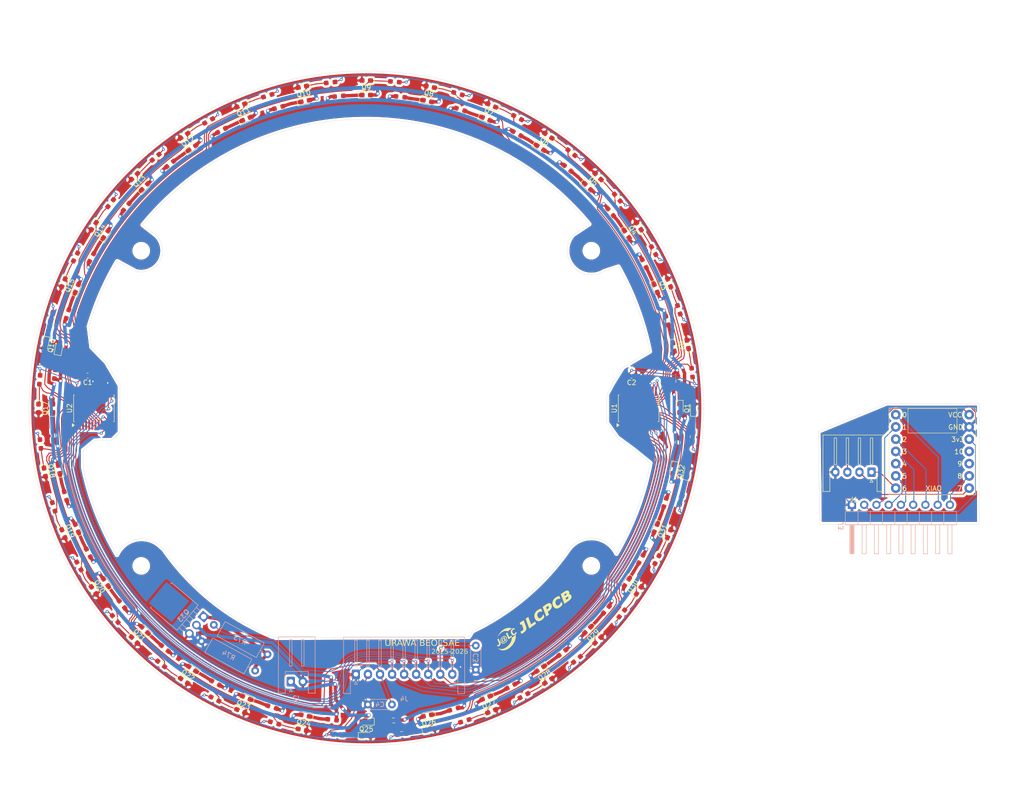
<source format=kicad_pcb>
(kicad_pcb (version 20241229) (generator "pcbnew") (generator_version "9.0")
  (layers (0 "F.Cu" signal) (2 "B.Cu" signal) (13 "F.Paste" user) (15 "B.Paste" user) (5 "F.SilkS" user "F.Silkscreen") (7 "B.SilkS" user "B.Silkscreen") (1 "F.Mask" user) (3 "B.Mask" user) (25 "Edge.Cuts" user))
  (net 0 "")
  (net 1 "GND")
  (net 2 "S3")
  (net 3 "VCC")
  (net 4 "S2")
  (net 5 "S1")
  (net 6 "Net-(J1-Pin_2)")
  (net 7 "S0")
  (net 8 "MUX_COM1")
  (net 9 "MUX_COM2")
  (net 10 "Net-(D1-K)")
  (net 11 "LED_5V")
  (net 12 "Net-(D2-K)")
  (net 13 "Net-(D3-K)")
  (net 14 "Net-(D4-K)")
  (net 15 "Net-(D5-K)")
  (net 16 "Net-(D6-K)")
  (net 17 "Net-(D7-K)")
  (net 18 "Net-(D8-K)")
  (net 19 "Net-(D9-K)")
  (net 20 "Net-(D10-K)")
  (net 21 "Net-(D11-K)")
  (net 22 "Net-(D12-K)")
  (net 23 "Net-(D13-K)")
  (net 24 "Net-(D14-K)")
  (net 25 "Net-(D15-K)")
  (net 26 "Net-(D16-K)")
  (net 27 "Net-(D17-K)")
  (net 28 "Net-(D18-K)")
  (net 29 "Net-(D19-K)")
  (net 30 "Net-(D20-K)")
  (net 31 "Net-(D21-K)")
  (net 32 "Net-(D22-K)")
  (net 33 "Net-(D23-K)")
  (net 34 "Net-(D24-K)")
  (net 35 "Net-(D25-K)")
  (net 36 "Net-(D26-K)")
  (net 37 "Net-(D27-K)")
  (net 38 "Net-(D28-K)")
  (net 39 "Net-(D29-K)")
  (net 40 "Net-(D30-K)")
  (net 41 "Net-(D31-K)")
  (net 42 "Net-(D32-K)")
  (net 43 "Net-(J1-Pin_1)")
  (net 44 "Net-(Q1-C)")
  (net 45 "Net-(Q2-C)")
  (net 46 "Net-(Q3-C)")
  (net 47 "Net-(Q4-C)")
  (net 48 "Net-(Q5-C)")
  (net 49 "Net-(Q6-C)")
  (net 50 "Net-(Q7-C)")
  (net 51 "Net-(Q8-C)")
  (net 52 "Net-(Q9-C)")
  (net 53 "Net-(Q10-C)")
  (net 54 "Net-(Q11-C)")
  (net 55 "Net-(Q12-C)")
  (net 56 "Net-(Q13-C)")
  (net 57 "Net-(Q14-C)")
  (net 58 "Net-(Q15-C)")
  (net 59 "Net-(Q16-C)")
  (net 60 "Net-(Q17-C)")
  (net 61 "Net-(Q18-C)")
  (net 62 "Net-(Q19-C)")
  (net 63 "Net-(Q20-C)")
  (net 64 "Net-(Q21-C)")
  (net 65 "Net-(Q22-C)")
  (net 66 "Net-(Q23-C)")
  (net 67 "Net-(Q24-C)")
  (net 68 "Net-(Q25-C)")
  (net 69 "Net-(Q26-C)")
  (net 70 "Net-(Q27-C)")
  (net 71 "Net-(Q28-C)")
  (net 72 "Net-(Q29-C)")
  (net 73 "Net-(Q30-C)")
  (net 74 "Net-(Q31-C)")
  (net 75 "Net-(Q32-C)")
  (net 76 "LED_IO")
  (net 78 "3v3")
  (net 80 "Net-(Q33-G)")
  (net 81 "Net-(Q33-D)")
  (footprint "Resistor_SMD:R_0603_1608Metric_Pad0.98x0.95mm_HandSolder" (layer "F.Cu") (at 80.454123 161.991602 -17.5)
    (property "Reference" "R55" (hide yes))
    (property "Value" "R" (hide yes))
  )
  (footprint "MountingHole:MountingHole_3.2mm_M3" (layer "F.Cu") (at 146.691667 67.306143)
    (property "Reference" "H2" (hide yes))
    (property "Value" "MountingHole" (hide yes))
  )
  (footprint "Resistor_SMD:R_0603_1608Metric_Pad0.98x0.95mm_HandSolder" (layer "F.Cu") (at 46.967855 57.437204 -128.75)
    (property "Reference" "R14" (hide yes))
    (property "Value" "R" (hide yes))
  )
  (footprint "Diode_SMD:D_0603_1608Metric_Pad1.05x0.95mm_HandSolder" (layer "F.Cu") (at 62.221224 156.539934 -33.75)
    (property "Reference" "Q22")
    (property "Value" "Q_Photo_NPN" (hide yes))
  )
  (footprint "Diode_SMD:D_0603_1608Metric_Pad1.05x0.95mm_HandSolder" (layer "F.Cu") (at 166.693399 113.266142 78.75)
    (property "Reference" "Q32")
    (property "Value" "Q_Photo_NPN" (hide yes))
  )
  (footprint "Resistor_SMD:R_0603_1608Metric_Pad0.98x0.95mm_HandSolder" (layer "F.Cu") (at 94.073409 167.741239 -5)
    (property "Reference" "R25" (hide yes))
    (property "Value" "R" (hide yes))
  )
  (footprint "Diode_SMD:D_0603_1608Metric_Pad1.05x0.95mm_HandSolder" (layer "F.Cu") (at 137.778776 43.460066 146.25)
    (property "Reference" "Q6")
    (property "Value" "Q_Photo_NPN" (hide yes))
  )
  (footprint "LED_SMD:LED_0603_1608Metric_Pad1.05x0.95mm_HandSolder" (layer "F.Cu") (at 124.874423 39.94783 -22.5)
    (property "Reference" "D7" (hide yes))
    (property "Value" "LED" (hide yes))
  )
  (footprint "Resistor_SMD:R_0603_1608Metric_Pad0.98x0.95mm_HandSolder" (layer "F.Cu") (at 140.685026 150.692491 38.75)
    (property "Reference" "R60" (hide yes))
    (property "Value" "R" (hide yes))
  )
  (footprint "LED_SMD:LED_0603_1608Metric_Pad1.05x0.95mm_HandSolder" (layer "F.Cu") (at 45.954475 136.112065 123.75)
    (property "Reference" "D20" (hide yes))
    (property "Value" "LED" (hide yes))
  )
  (footprint "Resistor_SMD:R_0603_1608Metric_Pad0.98x0.95mm_HandSolder" (layer "F.Cu") (at 58.218805 149.792889 -40)
    (property "Reference" "R53" (hide yes))
    (property "Value" "R" (hide yes))
  )
  (footprint "Diode_SMD:D_0603_1608Metric_Pad1.05x0.95mm_HandSolder" (layer "F.Cu") (at 126.022473 37.176192 157.5)
    (property "Reference" "Q7")
    (property "Value" "Q_Photo_NPN" (hide yes))
  )
  (footprint "Resistor_SMD:R_0603_1608Metric_Pad0.98x0.95mm_HandSolder" (layer "F.Cu") (at 159.617419 67.292764 118.75)
    (property "Reference" "R4" (hide yes))
    (property "Value" "R" (hide yes))
  )
  (footprint "Resistor_SMD:R_0603_1608Metric_Pad0.98x0.95mm_HandSolder" (layer "F.Cu") (at 160.316737 131.398906 62.5)
    (property "Reference" "R31" (hide yes))
    (property "Value" "R" (hide yes))
  )
  (footprint "Resistor_SMD:R_0603_1608Metric_Pad0.98x0.95mm_HandSolder" (layer "F.Cu") (at 43.012761 68.73573 -118.75)
    (property "Reference" "R46" (hide yes))
    (property "Value" "R" (hide yes))
  )
  (footprint "Connector_JST:JST_XH_S4B-XH-A-1_1x04_P2.50mm_Horizontal" (layer "F.Cu") (at 204.821 113.249 180)
    (property "Reference" "J1")
    (property "Value" "Conn_01x04_Socket" (hide yes))
  )
  (footprint "LED_SMD:LED_0603_1608Metric_Pad1.05x0.95mm_HandSolder" (layer "F.Cu") (at 160.05217 75.125577 -67.5)
    (property "Reference" "D3" (hide yes))
    (property "Value" "LED" (hide yes))
  )
  (footprint "Diode_SMD:D_0603_1608Metric_Pad1.05x0.95mm_HandSolder" (layer "F.Cu") (at 100 168)
    (property "Reference" "Q25")
    (property "Value" "Q_Photo_NPN" (hide yes))
  )
  (footprint "Resistor_SMD:R_0603_1608Metric_Pad0.98x0.95mm_HandSolder" (layer "F.Cu") (at 142.562796 46.967855 141.25)
    (property "Reference" "R6" (hide yes))
    (property "Value" "R" (hide yes))
  )
  (footprint "Resistor_SMD:R_0603_1608Metric_Pad0.98x0.95mm_HandSolder" (layer "F.Cu") (at 79.552006 35.147247 -162.5)
    (property "Reference" "R11" (hide yes))
    (property "Value" "R" (hide yes))
  )
  (footprint "LED_SMD:LED_0603_1608Metric_Pad1.05x0.95mm_HandSolder" (layer "F.Cu") (at 163.751043 87.319129 -78.75)
    (property "Reference" "D2" (hide yes))
    (property "Value" "LED" (hide yes))
  )
  (footprint "Resistor_SMD:R_0603_1608Metric_Pad0.98x0.95mm_HandSolder" (layer "F.Cu") (at 165.28339 119.028373 73.75)
    (property "Reference" "R32" (hide yes))
    (property "Value" "R" (hide yes))
  )
  (footprint "Package_SO:SSOP-24_5.3x8.2mm_P0.65mm" (layer "F.Cu") (at 156.5 100 90)
    (property "Reference" "U1")
    (property "Value" "CD74HC4067SM" (hide yes))
  )
  (footprint "Resistor_SMD:R_0603_1608Metric_Pad0.98x0.95mm_HandSolder" (layer "F.Cu") (at 35.386338 92.923653 -96.25)
    (property "Reference" "R48" (hide yes))
    (property "Value" "R" (hide yes))
  )
  (footprint "Diode_SMD:D_0603_1608Metric_Pad1.05x0.95mm_HandSolder" (layer "F.Cu") (at 37.176192 73.977527 -112.5)
    (property "Reference" "Q15")
    (property "Value" "Q_Photo_NPN" (hide yes))
  )
  (footprint "LED_SMD:LED_0603_1608Metric_Pad1.05x0.95mm_HandSolder" (layer "F.Cu") (at 165 100 -90)
    (property "Reference" "D1" (hide yes))
    (property "Value" "LED" (hide yes))
  )
  (footprint "LED_SMD:LED_0603_1608Metric_Pad1.05x0.95mm_HandSolder" (layer "F.Cu") (at 100 35)
    (property "Reference" "D9" (hide yes))
    (property "Value" "LED" (hide yes))
  )
  (footprint "Diode_SMD:D_0603_1608Metric_Pad1.05x0.95mm_HandSolder" (layer "F.Cu") (at 166.693399 86.733858 101.25)
    (property "Reference" "Q2")
    (property "Value" "Q_Photo_NPN" (hide yes))
  )
  (footprint "LED_SMD:LED_0603_1608Metric_Pad1.05x0.95mm_HandSolder" (layer "F.Cu") (at 145.961941 145.961941 -135)
    (property "Reference" "D29" (hide yes))
    (property "Value" "LED" (hide yes))
  )
  (footprint "Capacitor_SMD:C_0603_1608Metric_Pad1.08x0.95mm_HandSolder" (layer "F.Cu") (at 42.1875 93.21 180)
    (property "Reference" "C1")
    (property "Value" "C" (hide yes))
  )
  (footprint "Diode_SMD:D_0603_1608Metric_Pad1.05x0.95mm_HandSolder" (layer "F.Cu") (at 51.916739 51.916739 -135)
    (property "Reference" "Q13")
    (property "Value" "Q_Photo_NPN" (hide yes))
  )
  (footprint "Diode_SMD:D_0603_1608Metric_Pad1.05x0.95mm_HandSolder" (layer "F.Cu") (at 168 100 90)
    (property "Reference" "Q1")
    (property "Value" "Q_Photo_NPN" (hide yes))
  )
  (footprint "Resistor_SMD:R_0603_1608Metric_Pad0.98x0.95mm_HandSolder" (layer "F.Cu") (at 92.923653 164.613662 -6.25)
    (property "Reference" "R56" (hide yes))
    (property "Value" "R" (hide yes))
  )
  (footprint "Resistor_SMD:R_0603_1608Metric_Pad0.98x0.95mm_HandSolder" (layer "F.Cu") (at 69.98634 42.344296 -152.5)
    (property "Reference" "R43" (hide yes))
    (property "Value" "R" (hide yes))
  )
  (footprint "LED_SMD:LED_0603_1608Metric_Pad1.05x0.95mm_HandSolder" (layer "F.Cu") (at 63.887935 154.045525 146.25)
    (property "Reference" "D22" (hide yes))
    (property "Value" "LED" (hide yes))
  )
  (footprint "JLCPCB_Logos:JLCPCB_2.0x5.9" (layer "F.Cu") (at 134.6 143.9 35)
    (property "Reference" "G***" (hide yes))
    (property "Value" "LOGO" (hide yes))
  )
  (footprint "LED_SMD:LED_0603_1608Metric_Pad1.05x0.95mm_HandSolder" (layer "F.Cu") (at 39.94783 75.125577 67.5)
    (property "Reference" "D15" (hide yes))
    (property "Value" "LED" (hide yes))
  )
  (footprint "Diode_SMD:D_0603_1608Metric_Pad1.05x0.95mm_HandSolder" (layer "F.Cu") (at 37.176192 126.022473 -67.5)
    (property "Reference" "Q19")
    (property "Value" "Q_Photo_NPN" (hide yes))
  )
  (footprint "Diode_SMD:D_0603_1608Metric_Pad1.05x0.95mm_HandSolder" (layer "F.Cu") (at 62.221224 43.460066 -146.25)
    (property "Reference" "Q12")
    (property "Value" "Q_Photo_NPN" (hide yes))
  )
  (footprint "LED_SMD:LED_0603_1608Metric_Pad1.05x0.95mm_HandSolder" (layer "F.Cu") (at 35 100 90)
    (property "Reference" "D17" (hide yes))
    (property "Value" "LED" (hide yes))
  )
  (footprint "LED_SMD:LED_0603_1608Metric_Pad1.05x0.95mm_HandSolder" (layer "F.Cu") (at 75.125577 39.94783 22.5)
    (property "Reference" "D11" (hide yes))
    (property "Value" "LED" (hide yes))
  )
  (footprint "Resistor_SMD:R_0603_1608Metric_Pad0.98x0.95mm_HandSolder" (layer "F.Cu") (at 152.091022 56.290443 130)
    (property "Reference" "R5" (hide yes))
    (property "Value" "R" (hide yes))
  )
  (footprint "Resistor_SMD:R_0603_1608Metric_Pad0.98x0.95mm_HandSolder" (layer "F.Cu") (at 143.709557 152.091022 40)
    (property "Reference" "R29" (hide yes))
    (property "Value" "R" (hide yes))
  )
  (footprint "Diode_SMD:D_0603_1608Metric_Pad1.05x0.95mm_HandSolder" (layer "F.Cu") (at 100 32 180)
    (property "Reference" "Q9")
    (property "Value" "Q_Photo_NPN" (hide yes))
  )
  (footprint "Resistor_SMD:R_0603_1608Metric_Pad0.98x0.95mm_HandSolder" (layer "F.Cu") (at 164.752655 94.334877 95)
    (property "Reference" "R33" (hide yes))
    (property "Value" "R" (hide yes))
  )
  (footprint "Diode_SMD:D_0603_1608Metric_Pad1.05x0.95mm_HandSolder" (layer "F.Cu") (at 148.083261 148.083261 45)
    (property "Reference" "Q29")
    (property "Value" "Q_Photo_NPN" (hide yes))
  )
  (footprint "Resistor_SMD:R_0603_1608Metric_Pad0.98x0.95mm_HandSolder" (layer "F.Cu") (at 141.781195 50.207111 140)
    (property "Reference" "R37" (hide yes))
    (property "Value" "R" (hide yes))
  )
  (footprint "LED_SMD:LED_0603_1608Metric_Pad1.05x0.95mm_HandSolder" (layer "F.Cu") (at 112.680871 163.751043 -168.75)
    (property "Reference" "D26" (hide yes))
    (property "Value" "LED" (hide yes))
  )
  (footprint "Resistor_SMD:R_0603_1608Metric_Pad0.98x0.95mm_HandSolder" (layer "F.Cu") (at 35.247345 105.665123 -85)
    (property "Reference" "R49" (hide yes))
    (property "Value" "R" (hide yes))
  )
  (footprint "Resistor_SMD:R_0603_1608Metric_Pad0.98x0.95mm_HandSolder" (layer "F.Cu") (at 32.258761 94.073409 -95)
    (property "Reference" "R17" (hide yes))
    (property "Value" "R" (hide yes))
  )
  (footprint "Diode_SMD:D_0603_1608Metric_Pad1.05x0.95mm_HandSolder" (layer "F.Cu") (at 113.266142 33.306601 168.75)
    (property "Reference" "Q8")
    (property "Value" "Q_Photo_NPN" (hide yes))
  )
  (footprint "LED_SMD:LED_0603_1608Metric_Pad1.05x0.95mm_HandSolder" (layer "F.Cu") (at 124.874423 160.05217 -157.5)
    (property "Reference" "D27" (hide yes))
    (property "Value" "LED" (hide yes))
  )
  (footprint "Resistor_SMD:R_0603_1608Metric_Pad0.98x0.95mm_HandSolder" (layer "F.Cu") (at 132.707236 159.617419 28.75)
    (property "Reference" "R28" (hide yes))
    (property "Value" "R" (hide yes))
  )
  (footprint "LED_SMD:LED_0603_1608Metric_Pad1.05x0.95mm_HandSolder" (layer "F.Cu") (at 154.045525 136.112065 -123.75)
    (property "Reference" "D30" (hide yes))
    (property "Value" "LED" (hide yes))
  )
  (footprint "Resistor_SMD:R_0603_1608Metric_Pad0.98x0.95mm_HandSolder" (layer "F.Cu") (at 59.314974 49.307509 -141.25)
    (property "Reference" "R44" (hide yes))
    (property "Value" "R" (hide yes))
  )
  (footprint "Resistor_SMD:R_0603_1608Metric_Pad0.98x0.95mm_HandSolder" (layer "F.Cu") (at 130.01366 157.655704 27.5)
    (property "Reference" "R59" (hide yes))
    (property "Value" "R" (hide yes))
  )
  (footprint "LED_SMD:LED_0603_1608Metric_Pad1.05x0.95mm_HandSolder" (layer "F.Cu") (at 145.961941 54.038059 -45)
    (property "Reference" "D5" (hide yes))
    (property "Value" "LED" (hide yes))
  )
  (footprint "Resistor_SMD:R_0603_1608Metric_Pad0.98x0.95mm_HandSolder" (layer "F.Cu") (at 107.402947 167.595831 6.25)
    (property "Reference" "R26" (hide yes))
    (property "Value" "R" (hide yes))
  )
  (footprint "LED_SMD:LED_0603_1608Metric_Pad1.05x0.95mm_HandSolder" (layer "F.Cu") (at 87.319129 163.751043 168.75)
    (property "Reference" "D24" (hide yes))
    (property "Value" "LED" (hide yes))
  )
  (footprint "LED_SMD:LED_0603_1608Metric_Pad1.05x0.95mm_HandSolder" (layer "F.Cu") (at 136.112065 45.954475 -33.75)
    (property "Reference" "D6" (hide yes))
    (property "Value" "LED" (hide yes))
  )
  (footprint "Resistor_SMD:R_0603_1608Metric_Pad0.98x0.95mm_HandSolder" (layer "F.Cu") (at 92.597053 32.404169 -173.75)
    (property "Reference" "R10" (hide yes))
    (property "Value" "R" (hide yes))
  )
  (footprint "Resistor_SMD:R_0603_1608Metric_Pad0.98x0.95mm_HandSolder" (layer "F.Cu") (at 105.665123 164.752655 5)
    (property "Reference" "R57" (hide yes))
    (property "Value" "R" (hide yes))
  )
  (footprint "LED_SMD:LED_0603_1608Metric_Pad1.05x0.95mm_HandSolder" (layer "F.Cu") (at 160.05217 124.874423 -112.5)
    (property "Reference" "D31" (hide yes))
    (property "Value" "LED" (hide yes))
  )
  (footprint "Diode_SMD:D_0603_1608Metric_Pad1.05x0.95mm_HandSolder" (layer "F.Cu") (at 86.733858 166.693399 -11.25)
    (property "Reference" "Q24")
    (property "Value" "Q_Photo_NPN" (hide yes))
  )
  (footprint "Resistor_SMD:R_0603_1608Metric_Pad0.98x0.95mm_HandSolder" (layer "F.Cu") (at 38.008398 80.454123 -107.5)
    (property "Reference" "R47" (hide yes))
    (property "Value" "R" (hide yes))
  )
  (footprint "LED_SMD:LED_0603_1608Metric_Pad1.05x0.95mm_HandSolder" (layer "F.Cu") (at 54.038059 54.038059 45)
    (property "Reference" "D13" (hide yes))
    (property "Value" "LED" (hide yes))
  )
  (footprint "Resistor_SMD:R_0603_1608Metric_Pad0.98x0.95mm_HandSolder" (layer "F.Cu") (at 40.382581 132.707236 -61.25)
    (property "Reference" "R20" (hide yes))
    (property "Value" "R" (hide yes))
  )
  (footprint "Resistor_SMD:R_0603_1608Metric_Pad0.98x0.95mm_HandSolder" (layer "F.Cu") (at 119.545877 38.008398 162.5)
    (property "Reference" "R39" (hide yes))
    (property "Value" "R" (hide yes))
  )
  (footprint "Diode_SMD:D_0603_1608Metric_Pad1.05x0.95mm_HandSolder" (layer "F.Cu") (at 32 100 -90)
    (property "Reference" "Q17")
    (property "Value" "Q_Photo_NPN" (hide yes))
  )
  (footprint "LED_SMD:LED_0603_1608Metric_Pad1.05x0.95mm_HandSolder" (layer "F.Cu") (at 87.319129 36.248957 11.25)
    (property "Reference" "D10" (hide yes))
    (property "Value" "LED" (hide yes))
  )
  (footprint "Resistor_SMD:R_0603_1608Metric_Pad0.98x0.95mm_HandSolder" (layer "F.Cu") (at 164.852753 79.552006 107.5)
    (property "Reference" "R3" (hide yes))
    (property "Value" "R" (hide yes))
  )
  (footprint "Resistor_SMD:R_0603_1608Metric_Pad0.98x0.95mm_HandSolder" (layer "F.Cu") (at 32.404169 107.402947 -83.75)
    (property "Reference" "R18" (hide yes))
    (property "Value" "R" (hide yes))
  )
  (footprint "Resistor_SMD:R_0603_1608Metric_Pad0.98x0.95mm_HandSolder" (layer "F.Cu") (at 150.692491 59.314974 128.75)
    (property "Reference" "R36" (hide yes))
    (property "Value" "R" (hide yes))
  )
  (footprint "LED_SMD:LED_0603_1608Metric_Pad1.05x0.95mm_HandSolder" (layer "F.Cu") (at 36.248957 112.680871 101.25)
    (property "Reference" "D18" (hide yes))
    (property "Value" "LED" (hide yes))
  )
  (footprint "LED_SMD:LED_0603_1608Metric_Pad1.05x0.95mm_HandSolder" (layer "F.Cu") (at 100 165 180)
    (property "Reference" "D25" (hide yes))
    (property "Value" "LED" (hide yes))
  )
  (footprint "Diode_SMD:D_0603_1608Metric_Pad1.05x0.95mm_HandSolder" (layer "F.Cu") (at 162.823808 126.022473 67.5)
    (property "Reference" "Q31")
    (property "Value" "Q_Photo_NPN" (hide yes))
  )
  (footprint "LED_SMD:LED_0603_1608Metric_Pad1.05x0.95mm_HandSolder" (layer "F.Cu") (at 163.751043 112.680871 -101.25)
    (property "Reference" "D32" (hide yes))
    (property "Value" "LED" (hide yes))
  )
  (footprint "Resistor_SMD:R_0603_1608Metric_Pad0.98x0.95mm_HandSolder" (layer "F.Cu") (at 119.028373 34.71661 163.75)
    (property "Reference" "R8" (hide yes))
    (property "Value" "R" (hide yes))
  )
  (footprint "seeeduino:Seeeduino Xiao SAMD" (layer "F.Cu") (at 217.466 108.944)
    (property "Reference" "U3" (hide yes))
    (property "Value" "~")
  )
  (footprint "MountingHole:MountingHole_3.2mm_M3" (layer "F.Cu") (at 53.308333 67.306143)
    (property "Reference" "H6" (hide yes))
    (property "Value" "MountingHole" (hide yes))
  )
  (footprint "LED_SMD:LED_0603_1608Metric_Pad1.05x0.95mm_HandSolder" (layer "F.Cu") (at 112.680871 36.248957 -11.25)
    (property "Reference" "D8" (hide yes))
    (property "Value" "LED" (hide yes))
  )
  (footprint "Resistor_SMD:R_0603_1608Metric_Pad0.98x0.95mm_HandSolder" (layer "F.Cu") (at 42.344296 130.01366 -62.5)
    (property "Reference" "R51" (hide yes))
    (property "Value" "R" (hide yes))
  )
  (footprint "Diode_SMD:D_0603_1608Metric_Pad1.05x0.95mm_HandSolder" (layer "F.Cu") (at 73.977527 162.823808 -22.5)
    (property "Reference" "Q23")
    (property "Value" "Q_Photo_NPN" (hide yes))
  )
  (footprint "Diode_SMD:D_0603_1608Metric_Pad1.05x0.95mm_HandSolder" (layer "F.Cu") (at 51.916739 148.083261 -45)
    (property "Reference" "Q21")
    (property "Value" "Q_Photo_NPN" (hide yes))
  )
  (footprint "LED_SMD:LED_0603_1608Metric_Pad1.05x0.95mm_HandSolder" (layer "F.Cu") (at 154.045525 63.887935 -56.25)
    (property "Reference" "D4" (hide yes))
    (property "Value" "LED" (hide yes))
  )
  (footprint "Resistor_SMD:R_0603_1608Metric_Pad0.98x0.95mm_HandSolder" (layer "F.Cu") (at 149.792889 141.781195 50)
    (property "Reference" "R61" (hide yes))
    (property "Value" "R" (hide yes))
  )
  (footprint "Resistor_SMD:R_0603_1608Metric_Pad0.98x0.95mm_HandSolder" (layer "F.Cu") (at 68.601094 160.316737 -27.5)
    (property "Reference" "R23" (hide yes))
    (property "Value" "R" (hide yes))
  )
  (footprint "Resistor_SMD:R_0603_1608Metric_Pad0.98x0.95mm_HandSolder" (layer "F.Cu") (at 35.147247 120.447994 -72.5)
    (property "Reference" "R19" (hide yes))
    (property "Value" "R" (hide yes))
  )
  (footprint "Diode_SMD:D_0603_1608Metric_Pad1.05x0.95mm_HandSolder" (layer "F.Cu") (at 33.306601 86.733858 -101.25)
    (property "Reference" "Q16")
    (property "Value" "Q_Photo_NPN" (hide yes))
  )
  (footprint "Resistor_SMD:R_0603_1608Metric_Pad0.98x0.95mm_HandSolder" (layer "F.Cu") (at 68.73573 156.987239 -28.75)
    (property "Reference" "R54" (hide yes))
    (property "Value" "R" (hide yes))
  )
  (footprint "MountingHole:MountingHole_3.2mm_M3" (layer "F.Cu") (at 53.308333 132.693857)
    (property "Reference" "H4" (hide yes))
    (property "Value" "MountingHole" (hide yes))
  )
  (footprint "Diode_SMD:D_0603_1608Metric_Pad1.05x0.95mm_HandSolder" (layer "F.Cu") (at 162.823808 73.977527 112.5)
    (property "Reference" "Q3")
    (property "Value" "Q_Photo_NPN" (hide yes))
  )
  (footprint "Diode_SMD:D_0603_1608Metric_Pad1.05x0.95mm_HandSolder" (layer "F.Cu") (at 73.977527 37.176192 -157.5)
    (property "Reference" "Q11")
    (property "Value" "Q_Photo_NPN" (hide yes))
  )
  (footprint "Resistor_SMD:R_0603_1608Metric_Pad0.98x0.95mm_HandSolder" (layer "F.Cu") (at 56.290443 47.908978 -140)
    (property "Reference" "R13" (hide yes))
    (property "Value" "R" (hide yes))
  )
  (footprint "LED_SMD:LED_0603_1608Metric_Pad1.05x0.95mm_HandSolder" (layer "F.Cu") (at 45.954475 63.887935 56.25)
    (property "Reference" "D14" (hide yes))
    (property "Value" "LED" (hide yes))
  )
  (footprint "Resistor_SMD:R_0603_1608Metric_Pad0.98x0.95mm_HandSolder" (layer "F.Cu") (at 167.595831 92.597053 96.25)
    (property "Reference" "R2" (hide yes))
    (property "Value" "R" (hide yes))
  )
  (footprint "Diode_SMD:D_0603_1608Metric_Pad1.05x0.95mm_HandSolder" (layer "F.Cu") (at 156.539934 137.778776 56.25)
    (property "Reference" "Q30")
    (property "Value" "Q_Photo_NPN" (hide yes))
  )
  (footprint "Diode_SMD:D_0603_1608Metric_Pad1.05x0.95mm_HandSolder" (layer "F.Cu") (at 126.022473 162.823808 22.5)
    (property "Reference" "Q27")
    (property "Value" "Q_Photo_NPN" (hide yes))
  )
  (footprint "Diode_SMD:D_0603_1608Metric_Pad1.05x0.95mm_HandSolder" (layer "F.Cu") (at 86.733858 33.306601 -168.75)
    (property "Reference" "Q10")
    (property "Value" "Q_Photo_NPN" (hide yes))
  )
  (footprint "Resistor_SMD:R_0603_1608Metric_Pad0.98x0.95mm_HandSolder" (layer "F.Cu") (at 80.971627 165.28339 -16.25)
    (property "Reference" "R24" (hide yes))
    (property "Value" "R" (hide yes))
  )
  (footprint "Resistor_SMD:R_0603_1608Metric_Pad0.98x0.95mm_HandSolder" (layer "F.Cu") (at 120.447994 164.852753 17.5)
    (property "Reference" "R27" (hide yes))
    (property "Value" "R" (hide yes))
  )
  (footprint "Resistor_SMD:R_0603_1608Metric_Pad0.98x0.95mm_HandSolder" (layer "F.Cu") (at 162.403241 81.811114 106.25)
    (property "Reference" "R34" (hide yes))
    (property "Value" "R" (hide yes))
  )
  (footprint "Resistor_SMD:R_0603_1608Metric_Pad0.98x0.95mm_HandSolder" (layer "F.Cu") (at 67.292764 40.382581 -151.25)
    (property "Reference" "R12" (hide yes))
    (property "Value" "R" (hide yes))
  )
  (footprint "LED_SMD:LED_0603_1608Metric_Pad1.05x0.95mm_HandSolder" (layer "F.Cu") (at 39.94783 124.874423 112.5)
    (property "Reference" "D19" (hide yes))
    (property "Value" "LED" (hide yes))
  )
  (footprint "Resistor_SMD:R_0603_1608Metric_Pad0.98x0.95mm_HandSolder" (layer "F.Cu") (at 94.334877 35.247345 -175)
    (property "Reference" "R41" (hide yes))
    (property "Value" "R" (hide yes))
  )
  (footprint "Resistor_SMD:R_0603_1608Metric_Pad0.98x0.95mm_HandSolder" (layer "F.Cu") (at 49.307509 140.685026 -51.25)
    (property "Reference" "R52" (hide yes))
    (property "Value" "R" (hide yes))
  )
  (footprint "Resistor_SMD:R_0603_1608Metric_Pad0.98x0.95mm_HandSolder" (layer "F.Cu") (at 161.991602 119.545877 72.5)
    (property "Reference" "R63" (hide yes))
    (property "Value" "R" (hide yes))
  )
  (footprint "Resistor_SMD:R_0603_1608Metric_Pad0.98x0.95mm_HandSolder" (layer "F.Cu") (at 107.076347 35.386338 173.75)
    (property "Reference" "R40" (hide yes))
    (property "Value" "R" (hide yes))
  )
  (footprint "Resistor_SMD:R_0603_1608Metric_Pad0.98x0.95mm_HandSolder" (layer "F.Cu") (at 153.032145 142.562796 51.25)
    (property "Reference" "R30" (hide yes))
    (property "Value" "R" (hide yes))
  )
  (footprint "Resistor_SMD:R_0603_1608Metric_Pad0.98x0.95mm_HandSolder" (layer "F.Cu") (at 156.987239 131.26427 61.25)
    (property "Reference" "R62" (hide yes))
    (property "Value" "R" (hide yes))
  )
  (footprint "Capacitor_SMD:C_0603_1608Metric_Pad1.08x0.95mm_HandSolder" (layer "F.Cu") (at 155.05 93.23 180)
    (property "Reference" "C2")
    (property "Value" "C" (hide yes))
  )
  (footprint "Resistor_SMD:R_0603_1608Metric_Pad0.98x0.95mm_HandSolder" (layer "F.Cu") (at 167.741239 105.926591 85)
    (property "Reference" "R1" (hide yes))
    (property "Value" "R" (hide yes))
  )
  (footprint "LED_SMD:LED_0603_1608Metric_Pad1.05x0.95mm_HandSolder" (layer "F.Cu") (at 36.248957 87.319129 78.75)
    (property "Reference" "D16" (hide yes))
    (property "Value" "LED" (hide yes))
  )
  (footprint "LED_SMD:LED_0603_1608Metric_Pad1.05x0.95mm_HandSolder" (layer "F.Cu") (at 75.125577 160.05217 157.5)
    (property "Reference" "D23" (hide yes))
    (property "Value" "LED" (hide yes))
  )
  (footprint "Diode_SMD:D_0603_1608Metric_Pad1.05x0.95mm_HandSolder" (layer "F.Cu") (at 137.778776 156.539934 33.75)
    (property "Reference" "Q28")
    (property "Value" "Q_Photo_NPN" (hide yes))
  )
  (footprint "Diode_SMD:D_0603_1608Metric_Pad1.05x0.95mm_HandSolder" (layer "F.Cu") (at 148.083261 51.916739 135)
    (property "Reference" "Q5")
    (property "Value" "Q_Photo_NPN" (hide yes))
  )
  (footprint "Resistor_SMD:R_0603_1608Metric_Pad0.98x0.95mm_HandSolder" (layer "F.Cu") (at 131.26427 43.012761 151.25)
    (property "Reference" "R38" (hide yes))
    (property "Value" "R" (hide yes))
  )
  (footprint "LED_SMD:LED_0603_1608Metric_Pad1.05x0.95mm_HandSolder" (layer "F.Cu") (at 63.887935 45.954475 33.75)
    (property "Reference" "D12" (hide yes))
    (property "Value" "LED" (hide yes))
  )
  (footprint "Diode_SMD:D_0603_1608Metric_Pad1.05x0.95mm_HandSolder" (layer "F.Cu") (at 33.306601 113.266142 -78.75)
    (property "Reference" "Q18")
    (property "Value" "Q_Photo_NPN" (hide yes))
  )
  (footprint "Resistor_SMD:R_0603_1608Metric_Pad0.98x0.95mm_HandSolder" (layer "F.Cu") (at 50.207111 58.218805 -130)
    (property "Reference" "R45" (hide yes))
    (property "Value" "R" (hide yes))
  )
  (footprint "Resistor_SMD:R_0603_1608Metric_Pad0.98x0.95mm_HandSolder" (layer "F.Cu") (at 105.926591 32.258761 175)
    (property "Reference" "R9" (hide yes))
    (property "Value" "R" (hide yes))
  )
  (footprint "Resistor_SMD:R_0603_1608Metric_Pad0.98x0.95mm_HandSolder" (layer "F.Cu") (at 37.596759 118.188886 -73.75)
    (property "Reference" "R50" (hide yes))
    (property "Value" "R" (hide yes))
  )
  (footprint "Resistor_SMD:R_0603_1608Metric_Pad0.98x0.95mm_HandSolder" (layer "F.Cu") (at 47.908978 143.709557 -50)
    (property "Reference" "R21" (hide yes))
    (property "Value" "R" (hide yes))
  )
  (footprint "Diode_SMD:D_0603_1608Metric_Pad1.05x0.95mm_HandSolder" (layer "F.Cu") (at 43.460066 137.778776 -56.25)
    (property "Reference" "Q20")
    (property "Value" "Q_Photo_NPN" (hide yes))
  )
  (footprint "Diode_SMD:D_0603_1608Metric_Pad1.05x0.95mm_HandSolder" (layer "F.Cu") (at 113.266142 166.693399 11.25)
    (property "Reference" "Q26")
    (property "Value" "Q_Photo_NPN" (hide yes))
  )
  (footprint "Package_SO:SSOP-24_5.3x8.2mm_P0.65mm" (layer "F.Cu") (at 43.5 100 90)
    (property "Reference" "U2")
    (property "Value" "CD74HC4067SM" (hide yes))
  )
  (footprint "LED_SMD:LED_0603_1608Metric_Pad1.05x0.95mm_HandSolder" (layer "F.Cu") (at 54.038059 145.961941 135)
    (property "Reference" "D21" (hide yes))
    (property "Value" "LED" (hide yes))
  )
  (footprint "Resistor_SMD:R_0603_1608Metric_Pad0.98x0.95mm_HandSolder" (layer "F.Cu") (at 81.811114 37.596759 -163.75)
    (property "Reference" "R42" (hide yes))
    (property "Value" "R" (hide yes))
  )
  (footprint "Resistor_SMD:R_0603_1608Metric_Pad0.98x0.95mm_HandSolder" (layer "F.Cu") (at 157.655704 69.98634 117.5)
    (property "Reference" "R35" (hide yes))
    (property "Value" "R" (hide yes))
  )
  (footprint "Diode_SMD:D_0603_1608Metric_Pad1.05x0.95mm_HandSolder" (layer "F.Cu") (at 156.539934 62.221224 123.75)
    (property "Reference" "Q4")
    (property "Value" "Q_Photo_NPN" (hide yes))
  )
  (footprint "MountingHole:MountingHole_3.2mm_M3" (layer "F.Cu") (at 146.691667 132.693857)
    (property "Reference" "H1" (hide yes))
    (property "Value" "MountingHole" (hide yes))
  )
  (footprint "Resistor_SMD:R_0603_1608Metric_Pad0.98x0.95mm_HandSolder" (layer "F.Cu") (at 164.613662 107.076347 83.75)
    (property "Reference" "R64" (hide yes))
    (property "Value" "R" (hide yes))
  )
  (footprint "LED_SMD:LED_0603_1608Metric_Pad1.05x0.95mm_HandSolder" (layer "F.Cu") (at 136.112065 154.045525 -146.25)
    (property "Reference" "D28" (hide yes))
    (property "Value" "LED" (hide yes))
  )
  (footprint "Diode_SMD:D_0603_1608Metric_Pad1.05x0.95mm_HandSolder" (layer "F.Cu") (at 43.460066 62.221224 -123.75)
    (property "Reference" "Q14")
    (property "Value" "Q_Photo_NPN" (hide yes))
  )
  (footprint "Resistor_SMD:R_0603_1608Metric_Pad0.98x0.95mm_HandSolder" (layer "F.Cu") (at 39.683263 68.601094 -117.5)
    (property "Reference" "R15" (hide yes))
    (property "Value" "R" (hide yes))
  )
  (footprint "Resistor_SMD:R_0603_1608Metric_Pad0.98x0.95mm_HandSolder" (layer "F.Cu") (at 57.437204 153.032145 -38.75)
    (property "Reference" "R22" (hide yes))
    (property "Value" "R" (hide yes))
  )
  (footprint "Resistor_SMD:R_0603_1608Metric_Pad0.98x0.95mm_HandSolder" (layer "F.Cu") (at 131.398906 39.683263 152.5)
    (property "Reference" "R7" (hide yes))
    (property "Value" "R" (hide yes))
  )
  (footprint "Resistor_SMD:R_0603_1608Metric_Pad0.98x0.95mm_HandSolder" (layer "F.Cu") (at 34.71661 80.971627 -106.25)
    (property "Reference" "R16" (hide yes))
    (property "Value" "R" (hide yes))
  )
  (footprint "Resistor_SMD:R_0603_1608Metric_Pad0.98x0.95mm_HandSolder" (layer "F.Cu") (at 118.188886 162.403241 16.25)
    (property "Reference" "R58" (hide yes))
    (property "Value" "R" (hide yes))
  )
  (footprint "Connector_PinHeader_2.54mm:PinHeader_1x09_P2.54mm_Horizontal" (layer "B.Cu") (at 200.762504 120.020504 -90)
    (property "Reference" "J3")
    (property "Value" "Conn_01x09_Socket")
  )
  (footprint "Connector_JST:JST_XH_S9B-XH-A-1_1x09_P2.50mm_Horizontal" (layer "B.Cu") (at 107.91 155.155)
    (property "Reference" "J4")
    (property "Value" "Conn_01x09_Socket")
  )
  (footprint "Connector_JST:JST_XH_S2B-XH-A_1x02_P2.50mm_Horizontal" (layer "B.Cu") (at 85.625 156.675)
    (property "Reference" "J2")
    (property "Value" "Conn_01x02_Socket" (hide yes))
  )
  (footprint "Resistor_THT:R_Axial_DIN0309_L9.0mm_D3.2mm_P12.70mm_Horizontal" (layer "B.Cu") (at 68.375 144.925 -28.75)
    (property "Reference" "R73")
    (property "Value" "R" (hide yes))
  )
  (footprint "Capacitor_THT:C_Disc_D4.3mm_W1.9mm_P5.00mm" (layer "B.Cu") (at 105.325 161.45 180)
    (property "Reference" "C4")
    (property "Value" "C" (hide yes))
  )
  (footprint "Resistor_THT:R_Axial_DIN0309_L9.0mm_D3.2mm_P12.70mm_Horizontal" (layer "B.Cu") (at 76.95 154.425 151.25)
    (property "Reference" "R74")
    (property "Value" "R" (hide yes))
  )
  (footprint "seeeduino:TO-251-3-1EP_Horizontal_TabDown_EDITED" (layer "B.Cu") (at 66.243968 143.216516 -130)
    (property "Reference" "Q33")
    (property "Value" "Q_NMOS" (hide yes))
  )
  (footprint "Capacitor_THT:C_Disc_D4.3mm_W1.9mm_P5.00mm" (layer "B.Cu") (at 122.725 149.225 -90)
    (property "Reference" "C3")
    (property "Value" "C" (hide yes))
  )
  (gr_arc (start 163.23 107.97) (mid 159.567389 122.655683) (end 152.544996 136.063517) (stroke (width 0.2)) (layer "F.Cu") (net 72))
  (gr_arc (start 120.904375 36.80769) (mid 124.251849 38.015254) (end 127.53 39.4) (stroke (width 0.2)) (layer "F.Cu") (net 51))
  (gr_arc (start 35.780594 119.009346) (mid 34.791956 115.277379) (end 34.02 111.494647) (stroke (width 0.2)) (layer "F.Cu") (net 62))
  (gr_arc (start 90.655877 161.698296) (mid 57.089722 145.306737) (end 38.9 112.68) (stroke (width 0.2)) (layer "F.Cu") (net 9))
  (gr_arc (start 151.14 141.61) (mid 140.441665 152.068834) (end 127.660706 159.846279) (stroke (width 0.2)) (layer "F.Cu") (net 70))
  (gr_arc (start 51.400149 141.636862) (mid 42.437101 127.965808) (end 37.23 112.47) (stroke (width 0.2)) (layer "F.Cu") (net 65))
  (gr_arc (start 41.12 78.86) (mid 51.419075 60.583662) (end 67.180999 46.739629) (stroke (width 0.2)) (layer "F.Cu") (net 52))
  (gr_arc (start 51.832167 141.336313) (mid 42.960265 127.844201) (end 37.78 112.55) (stroke (width 0.2)) (layer "F.Cu") (net 66))
  (gr_arc (start 160.03 111.14) (mid 156.479935 123.188736) (end 150.539355 134.256007) (stroke (width 0.2)) (layer "F.Cu") (net 8))
  (gr_arc (start 149.007045 58.881652) (mid 157.53632 72.036078) (end 162.61 86.87) (stroke (width 0.2)) (layer "F.Cu") (net 49))
  (gr_arc (start 161.17 111.03) (mid 157.529848 123.531816) (end 151.365006 135.000941) (stroke (width 0.2)) (layer "F.Cu") (net 69))
  (gr_arc (start 41.11 69.07) (mid 45.896692 61.302079) (end 51.701367 54.26228) (stroke (width 0.2)) (layer "F.Cu") (net 56))
  (gr_arc (start 130.17374 45.000535) (mid 149.931763 62.023498) (end 161.06 85.61) (stroke (width 0.2)) (layer "F.Cu") (net 51))
  (gr_arc (start 142.703959 48.450079) (mid 145.54982 50.946597) (end 148.25 53.6) (stroke (width 0.2)) (layer "F.Cu") (net 49))
  (gr_arc (start 76.245068 161.578571) (mid 63.782934 155.177362) (end 52.95265 146.29) (stroke (width 0.2)) (layer "F.Cu") (net 67))
  (gr_arc (start 67.7 41.83) (mid 76.792428 37.642583) (end 86.410163 34.866635) (stroke (width 0.2)) (layer "F.Cu") (net 53))
  (gr_arc (start 67.60414 158.057853) (mid 59.428282 152.670122) (end 52.132407 146.14) (stroke (width 0.2)) (layer "F.Cu") (net 66))
  (gr_arc (start 160.61 111.14) (mid 157.055896 123.28726) (end 151.095147 134.452252) (stroke (width 0.2)) (layer "F.Cu") (net 68))
  (gr_arc (start 132.072883 41.95288) (mid 140.230471 47.277641) (end 147.52 53.74) (stroke (width 0.2)) (layer "F.Cu") (net 50))
  (gr_arc (start 152.05 141.29) (mid 145.619931 148.299985) (end 138.254681 154.319849) (stroke (width 0.2)) (layer "F.Cu") (net 71))
  (gr_arc (start 40.38 79.35) (mid 50.709226 60.612356) (end 66.706655 46.404104) (stroke (width 0.2)) (layer "F.Cu") (net 53))
  (gr_arc (start 120.13 163.16) (mid 111.170524 165.342344) (end 101.99489 166.260267) (stroke (width 0.2)) (layer "F.Cu") (net 68))
  (gr_arc (start 152.72 141.33) (mid 150.398603 144.131033) (end 147.928571 146.801916) (stroke (width 0.2)) (layer "F.Cu") (net 72))
  (gr_arc (start 164.046053 80.289695) (mid 165.063326 83.963895) (end 165.87 87.69) (stroke (width 0.2)) (layer "F.Cu") (net 46))
  (gr_arc (start 33.30617 94.358846) (mid 33.671796 91.030112) (end 34.203456 87.723831) (stroke (width 0.2)) (layer "F.Cu") (net 59))
  (gr_arc (start 166.64 106.32) (mid 166.280011 109.369749) (end 165.780525 112.399778) (stroke (width 0.2)) (layer "F.Cu") (net 75))
  (gr_arc (start 158.925464 69.28279) (mid 162.729356 78.073187) (end 165.23 87.319129) (stroke (width 0.2)) (layer "F.Cu") (net 47))
  (gr_arc (start 149.72 140.19) (mid 137.590953 151.713004) (end 122.887732 159.694776) (stroke (width 0.2)) (layer "F.Cu") (net 69))
  (gr_arc (start 41.88 68.83) (mid 50.394264 56.53997) (end 61.457955 46.483516) (stroke (width 0.2)) (layer "F.Cu") (net 55))
  (gr_arc (start 165.71 106.33) (mid 162.621702 120.890081) (end 156.350014 134.388209) (stroke (width 0.2)) (layer "F.Cu") (net 73))
  (gr_arc (start 39.09 80.15) (mid 40.325681 76.697075) (end 41.756925 73.320518) (stroke (width 0.2)) (layer "F.Cu") (net 55))
  (gr_arc (start 36.63 81.5) (mid 38.304361 76.512662) (end 40.370542 71.674488) (stroke (width 0.2)) (layer "F.Cu") (net 56))
  (gr_arc (start 148.201246 58.92664) (mid 156.652663 71.700587) (end 161.79 86.13) (stroke (width 0.2)) (layer "F.Cu") (net 50))
  (gr_arc (start 166.17 106.32) (mid 164.74372 115.0553) (end 162.169514 123.523664) (stroke (width 0.2)) (layer "F.Cu") (net 74))
  (gr_arc (start 68.64 41.9) (mid 82.323669 36.387054) (end 96.889866 34.05012) (stroke (width 0.2)) (layer "F.Cu") (net 52))
  (gr_circle (center 100 100) (end 64.4 159.3) (stroke (width 0.2)) (fill no) (layer "F.Cu") (net 1))
  (gr_arc (start 162.35 110.68) (mid 158.566538 123.907019) (end 152.012971 136.003275) (stroke (width 0.2)) (layer "F.Cu") (net 71))
  (gr_arc (start 39.67 79.98) (mid 49.930968 60.838778) (end 66.036806 46.269089) (stroke (width 0.2)) (layer "F.Cu") (net 54))
  (gr_arc (start 120.52 163.6) (mid 117.411127 164.520408) (end 114.261272 165.288946) (stroke (width 0.2)) (layer "F.Cu") (net 69))
  (gr_arc (start 35.54 81.78) (mid 36.630088 78.290228) (end 37.908952 74.865129) (stroke (width 0.2)) (layer "F.Cu") (net 58))
  (gr_arc (start 161.65 111.73) (mid 157.835938 124.358154) (end 151.466353 135.910025) (stroke (width 0.2)) (layer "F.Cu") (net 70))
  (gr_arc (start 36.05 81.73) (mid 37.718487 76.667435) (end 39.787036 71.754746) (stroke (width 0.2)) (layer "F.Cu") (net 57))
  (gr_arc (start 67.21 41.49) (mid 70.6144 39.708286) (end 74.115244 38.12445) (stroke (width 0.2)) (layer "F.Cu") (net 54))
  (gr_arc (start 148.92 140.38) (mid 136.998346 151.525073) (end 122.627689 159.259586) (stroke (width 0.2)) (layer "F.Cu") (net 68))
  (gr_arc (start 152.345379 59.928366) (mid 160.055724 72.81389) (end 164.65 87.11) (stroke (width 0.2)) (layer "F.Cu") (net 48))
  (gr_arc (start 36.649766 107.516983) (mid 36.408113 105.082229) (end 36.26 102.64) (stroke (width 0.2)) (layer "F.Cu") (net 61))
  (gr_arc (start 57.061368 151.392512) (mid 54.31744 148.969584) (end 51.71 146.400347) (stroke (width 0.2)) (layer "F.Cu") (net 65))
  (gr_arc (start 52.340696 141.110773) (mid 43.526925 127.790227) (end 38.35 112.68) (stroke (width 0.2)) (layer "F.Cu") (net 67))
  (gr_arc (start 40.773446 130.239141) (mid 36.9541 121.151946) (end 34.52 111.6) (stroke (width 0.2)) (layer "F.Cu") (net 63))
  (gr_arc (start 40.47 69.08) (mid 42.004025 66.290444) (end 43.668671 63.576811) (stroke (width 0.2)) (layer "F.Cu") (net 57))
  (gr_arc (start 148.23 140.38) (mid 138.851375 149.469667) (end 127.797785 156.426594) (stroke (width 0.2)) (layer "F.Cu") (net 8))
  (gr_arc (start 47.219523 139.691392) (mid 39.652564 126.821118) (end 35.17 112.58) (stroke (width 0.2)) (layer "F.Cu") (net 64))
  (gr_arc (start 162.4 114.22) (mid 144.119492 146.362041) (end 111.111321 163.027827) (stroke (width 0.8)) (layer "B.Cu") (net 81))
  (gr_arc (start 95.010811 166.312129) (mid 55.392479 149.318957) (end 34.52 111.6) (stroke (width 0.8)) (layer "B.Cu") (net 11))
  (gr_arc (start 159.775 111.625) (mid 147.020146 138.694924) (end 122.910702 156.420661) (stroke (width 0.2)) (layer "B.Cu") (net 1))
  (gr_arc (start 164.8 114.94) (mid 145.650354 148.355856) (end 111.188465 165.551978) (stroke (width 0.8)) (layer "B.Cu") (net 11))
  (gr_arc (start 35.787147 82.711228) (mid 98.3726 33.520351) (end 163.29 79.59) (stroke (width 0.8)) (layer "B.Cu") (net 11))
  (gr_arc (start 88.743505 161.740192) (mid 55.891737 144.643265) (end 38.4 112) (stroke (width 0.2)) (layer "B.Cu") (net 2))
  (gr_arc (start 88.710668 162.16311) (mid 55.590481 144.938802) (end 37.975 112.025) (stroke (width 0.2)) (layer "B.Cu") (net 1))
  (gr_arc (start 88.335414 160.305907) (mid 56.669868 143.535786) (end 39.75 111.95) (stroke (width 0.2)) (layer "B.Cu") (net 7))
  (gr_arc (start 161.55 111.03) (mid 147.806131 140.306789) (end 121.273115 158.800663) (stroke (width 0.2)) (layer "B.Cu") (net 4))
  (gr_arc (start 160.425 111.14) (mid 147.264137 139.260432) (end 122.035013 157.356241) (stroke (width 0.2)) (layer "B.Cu") (net 7))
  (gr_arc (start 88.559146 161.237565) (mid 56.114845 144.215672) (end 38.85 111.9) (stroke (width 0.2)) (layer "B.Cu") (net 4))
  (gr_arc (start 162.1 111.14) (mid 147.91904 141.039922) (end 120.554748 159.649073) (stroke (width 0.2)) (layer "B.Cu") (net 2))
  (gr_arc (start 88.9 163.03) (mid 55.884562 146.366141) (end 37.599829 114.220039) (stroke (width 0.8)) (layer "B.Cu") (net 81))
  (gr_circle (center 100 100) (end 169 100) (stroke (width 0.2)) (fill no) (layer "B.Cu") (net 78))
  (gr_arc (start 161 111.14) (mid 147.506658 139.852441) (end 121.578205 158.133301) (stroke (width 0.2)) (layer "B.Cu") (net 5))
  (gr_arc (start 88.561288 160.788617) (mid 56.42796 143.904184) (end 39.3 111.9) (stroke (width 0.2)) (layer "B.Cu") (net 5))
  (gr_arc (start 38.364218 82.764401) (mid 98.170399 36.02588) (end 160.55 79.27) (stroke (width 0.8)) (layer "B.Cu") (net 81))
  (gr_line (start 155.5 108.6) (end 158.913458 111.364793) (stroke (width 0.05)) (layer "Edge.Cuts"))
  (gr_line (start 142.900002 64) (end 146.26 61.79) (stroke (width 0.05)) (layer "Edge.Cuts"))
  (gr_line (start 48.330002 69.5) (end 52.2 71.6) (stroke (width 0.05)) (layer "Edge.Cuts"))
  (gr_line (start 48.9 95.3) (end 46.1 90.5) (stroke (width 0.05)) (layer "Edge.Cuts"))
  (gr_line (start 208.01 98.95) (end 193.78 104.8) (stroke (width 0.05)) (layer "Edge.Cuts"))
  (gr_line (start 149.35203 71.577467) (end 152.308973 70.610472) (stroke (width 0.05)) (layer "Edge.Cuts"))
  (gr_line (start 194 124.05) (end 227.21 124.05) (stroke (width 0.05)) (layer "Edge.Cuts"))
  (gr_line (start 227.21 124.05) (end 227.2 98.95) (stroke (width 0.05)) (layer "Edge.Cuts"))
  (gr_arc (start 56.438471 64.161529) (mid 57.156365 69.497373) (end 52.2 71.6) (stroke (width 0.05)) (layer "Edge.Cuts"))
  (gr_line (start 152.1 106.1) (end 155.5 108.6) (stroke (width 0.05)) (layer "Edge.Cuts"))
  (gr_line (start 47.3 106.6) (end 48.9 105) (stroke (width 0.05)) (layer "Edge.Cuts"))
  (gr_line (start 158.83 88.21) (end 153.2 91.5) (stroke (width 0.05)) (layer "Edge.Cuts"))
  (gr_line (start 193.95 116.1) (end 194 122.17) (stroke (width 0.05)) (layer "Edge.Cuts"))
  (gr_line (start 41.26 108.7) (end 43.7 106.7) (stroke (width 0.05)) (layer "Edge.Cuts"))
  (gr_line (start 149.9 103) (end 152.1 106.1) (stroke (width 0.05)) (layer "Edge.Cuts"))
  (gr_line (start 81.100001 147.6) (end 121.3 147.4) (stroke (width 0.05)) (layer "Edge.Cuts"))
  (gr_line (start 151.799511 129.946263) (end 151.88 130.14) (stroke (width 0.05)) (layer "Edge.Cuts"))
  (gr_arc (start 81.1 147.6) (mid 68.139096 140.09804) (end 57.902305 129.167689) (stroke (width 0.05)) (layer "Edge.Cuts"))
  (gr_arc (start 158.913458 111.364793) (mid 156.186517 121.048262) (end 151.88 130.14) (stroke (width 0.05)) (layer "Edge.Cuts"))
  (gr_line (start 153.2 91.5) (end 151.2 94.7) (stroke (width 0.05)) (layer "Edge.Cuts"))
  (gr_circle (center 100 100) (end 170 100) (stroke (width 0.05)) (fill no) (layer "Edge.Cuts"))
  (gr_line (start 43.7 106.7) (end 47.3 106.6) (stroke (width 0.05)) (layer "Edge.Cuts"))
  (gr_line (start 43 87.3) (end 42.457163 83.004099) (stroke (width 0.05)) (layer "Edge.Cuts"))
  (gr_line (start 121.3 147.4) (end 122.045407 146.227372) (stroke (width 0.05)) (layer "Edge.Cuts"))
  (gr_arc (start 48.279343 130.412731) (mid 44.026416 121.608295) (end 41.26 112.23) (stroke (width 0.05)) (layer "Edge.Cuts"))
  (gr_line (start 151.2 94.7) (end 149.9 97.1) (stroke (width 0.05)) (layer "Edge.Cuts"))
  (gr_line (start 57.465993 128.837304) (end 57.902306 129.167689) (stroke (width 0.05)) (layer "Edge.Cuts"))
  (gr_line (start 46.1 90.5) (end 43 87.3) (stroke (width 0.05)) (layer "Edge.Cuts"))
  (gr_line (start 149.9 97.1) (end 149.9 103) (stroke (width 0.05)) (layer "Edge.Cuts"))
  (gr_line (start 227.2 98.95) (end 208.01 98.95) (stroke (width 0.05)) (layer "Edge.Cuts"))
  (gr_arc (start 152.308973 70.610472) (mid 156.26192 79.153673) (end 158.83 88.21) (stroke (width 0.05)) (layer "Edge.Cuts"))
  (gr_line (start 194 122.17) (end 194 124.05) (stroke (width 0.05)) (layer "Edge.Cuts"))
  (gr_line (start 56.438471 64.161529) (end 53.608931 61.949241) (stroke (width 0.05)) (layer "Edge.Cuts"))
  (gr_line (start 193.78 104.8) (end 193.95 116.1) (stroke (width 0.05)) (layer "Edge.Cuts"))
  (gr_line (start 41.26 112.23) (end 41.26 108.7) (stroke (width 0.05)) (layer "Edge.Cuts"))
  (gr_arc (start 42.457163 83.004095) (mid 44.977722 76.071193) (end 48.33 69.5) (stroke (width 0.05)) (layer "Edge.Cuts"))
  (gr_arc (start 141.932978 129.404003) (mid 133.076652 139.101217) (end 122.045407 146.227373) (stroke (width 0.05)) (layer "Edge.Cuts"))
  (gr_arc (start 141.932978 129.404003) (mid 147.018039 126.913209) (end 151.799513 129.946263) (stroke (width 0.05)) (layer "Edge.Cuts"))
  (gr_arc (start 149.35203 71.577468) (mid 142.868034 70.562826) (end 142.9 64) (stroke (width 0.05)) (layer "Edge.Cuts"))
  (gr_arc (start 48.279343 130.41273) (mid 52.452071 127.172418) (end 57.465995 128.837304) (stroke (width 0.05)) (layer "Edge.Cuts"))
  (gr_arc (start 53.608931 61.949239) (mid 99.896879 40.000158) (end 146.26 61.79) (stroke (width 0.05)) (layer "Edge.Cuts"))
  (gr_line (start 48.9 105) (end 48.9 95.3) (stroke (width 0.05)) (layer "Edge.Cuts"))
  (gr_text "URAWA BEOLSAE" (at 103.8 149.5 0) (layer "F.SilkS") (effects (font (size 1.3 1.3)) (justify left bottom)))
  (gr_text "2025-2026" (at 113.5 151.1 0) (layer "F.SilkS") (effects (font (size 1 1)) (justify left bottom)))
  (segment (start 197.321 111.442008) (end 197.321 113.249) (width 0.2) (layer "F.Cu") (net 1))
  (segment (start 114.124329 166.522695) (end 114.38 167.31) (width 0.2) (layer "F.Cu") (net 1))
  (segment (start 48 101.325) (end 47.185 103.39) (width 0.2) (layer "F.Cu") (net 1))
  (segment (start 72.82 36.65) (end 72.78 36.53) (width 0.2) (layer "F.Cu") (net 1))
  (segment (start 51.298021 52.535457) (end 50.8 52.1) (width 0.2) (layer "F.Cu") (net 1))
  (segment (start 148.70198 147.464542) (end 149.14 148.11) (width 0.2) (layer "F.Cu") (net 1))
  (segment (start 99.125 32) (end 99.03 31.29) (width 0.2) (layer "F.Cu") (net 1))
  (segment (start 62.45 157.75) (end 62.32 157.88) (width 0.2) (layer "F.Cu") (net 1))
  (segment (start 85.78 32.44) (end 85.77 32.43) (width 0.2) (layer "F.Cu") (net 1))
  (segment (start 156.05381 61.493688) (end 156.667498 60.92) (width 0.2) (layer "F.Cu") (net 1))
  (segment (start 72.95 36.96) (end 72.82 36.65) (width 0.2) (layer "F.Cu") (net 1))
  (segment (start 98.98 31.07) (end 98.97 30.94) (width 0.2) (layer "F.Cu") (net 1))
  (segment (start 158.91 94.84) (end 158.775 95.385) (width 0.2) (layer "F.Cu") (net 1))
  (segment (start 96.975 162.375) (end 97.875 155.175) (width 0.2) (layer "F.Cu") (net 1))
  (segment (start 62.94876 157.026058) (end 62.45 157.75) (width 0.2) (layer "F.Cu") (net 1))
  (segment (start 125.46 36.3) (end 125.63 35.91) (width 0.2) (layer "F.Cu") (net 1))
  (segment (start 148.36 50.73) (end 148.37 50.73) (width 0.2) (layer "F.Cu") (net 1))
  (segment (start 167.67 112.52) (end 167.89 112.56) (width 0.2) (layer "F.Cu") (net 1))
  (segment (start 100.875 168) (end 100.875 168.975) (width 0.2) (layer "F.Cu") (net 1))
  (segment (start 61.17 43.44) (end 60.97 43.04) (width 0.2) (layer "F.Cu") (net 1))
  (segment (start 33.135897 87.592045) (end 32.64 87.55) (width 0.2) (layer "F.Cu") (net 1))
  (segment (start 169.105764 99.125) (end 169.165382 99.065382) (width 0.2) (layer "F.Cu") (net 1))
  (segment (start 166.864103 112.407955) (end 167.67 112.52) (width 0.2) (layer "F.Cu") (net 1))
  (segment (start 87.592045 166.864103) (end 87.49 167.57) (width 0.2) (layer "F.Cu") (net 1))
  (segment (start 163.4 72.86) (end 163.5 72.86) (width 0.2) (layer "F.Cu") (net 1))
  (segment (start 226.387 100.785108) (end 225.200892 99.599) (width 0.2) (layer "F.Cu") (net 1))
  (segment (start 36.17 74.41) (end 35.9 74.29) (width 0.2) (layer "F.Cu") (net 1))
  (segment (start 95.175 155.975) (end 97.85 155.175) (width 0.2) (layer "F.Cu") (net 1))
  (segment (start 161.22 104.7) (end 160.74 104.16) (width 0.2) (layer "F.Cu") (net 1))
  (segment (start 226.387 102.563) (end 226.387 100.785108) (width 0.2) (layer "F.Cu") (net 1))
  (segment (start 137.5 42.38) (end 137.62 42.13) (width 0.2) (layer "F.Cu") (net 1))
  (segment (start 42.973942 62.94876) (end 42.35 62.47) (width 0.2) (layer "F.Cu") (net 1))
  (segment (start 112.58 32.55) (end 112.66 32.14) (width 0.2) (layer "F.Cu") (net 1))
  (segment (start 100.875 168.975) (end 100.88 169.05) (width 0.2) (layer "F.Cu") (net 1))
  (segment (start 225.086 103.864) (end 226.387 102.563) (width 0.2) (layer "F.Cu") (net 1))
  (segment (start 163.158656 125.214078) (end 164.06 125.72) (width 0.2) (layer "F.Cu") (net 1))
  (segment (start 158.775 95.385) (end 158.775 96.5) (width 0.2) (layer "F.Cu") (net 1))
  (segment (start 168.11 95.69) (end 168.94 95.92) (width 0.2) (layer "F.Cu") (net 1))
  (segment (start 85.875671 33.477305) (end 85.81 32.73) (width 0.2) (layer "F.Cu") (net 1))
  (segment (start 43.29 94.412232) (end 43.05 93.21) (width 0.2) (layer "F.Cu") (net 1))
  (segment (start 30.965 100.875) (end 30.95 100.86) (width 0.2) (layer "F.Cu") (net 1))
  (segment (start 45.93 95.41) (end 45.775 96.5) (width 0.2) (layer "F.Cu") (net 1))
  (segment (start 156.667498 60.92) (end 156.72 60.88) (width 0.2) (layer "F.Cu") (net 1))
  (segment (start 147.464543 51.298021) (end 147.98 50.97) (width 0.2) (layer "F.Cu") (net 1))
  (segment (start 47.185 103.39) (end 47.075 103.5) (width 0.2) (layer "F.Cu") (net 1))
  (segment (start 43.94619 138.506312) (end 43.262502 139.19) (width 0.2) (layer "F.Cu") (net 1))
  (segment (start 93.8 156.275) (end 95.175 155.975) (width 0.2) (layer "F.Cu") (net 1))
  (segment (start 125.214078 36.841344) (end 125.46 36.3) (width 0.2) (layer "F.Cu") (net 1))
  (segment (start 157.026058 137.05124) (end 157.58 137.48) (width 0.2) (layer "F.Cu") (net 1))
  (segment (start 90.14 167.9) (end 91.74 166.3) (width 0.2) (layer "F.Cu") (net 1))
  (segment (start 112.407955 33.135897) (end 112.58 32.55) (width 0.2) (layer "F.Cu") (net 1))
  (segment (start 32.69 114.34) (end 32.46 114.4) (width 0.2) (layer "F.Cu") (net 1))
  (segment (start 50.8 52.1) (end 50.55 51.85) (width 0.2) (layer "F.Cu") (net 1))
  (segment (start 42.17 62.36) (end 42.1 62.36) (width 0.2) (layer "F.Cu") (net 1))
  (segment (start 147.98 50.97) (end 148.36 50.73) (width 0.2) (layer "F.Cu") (net 1))
  (segment (start 74.58 163.67) (end 74.48 163.89) (width 0.2) (layer "F.Cu") (net 1))
  (segment (start 166.522695 85.875671) (end 167.23 85.77) (width 0.2) (layer "F.Cu") (net 1))
  (segment (start 94.31 166.07) (end 95.7 164.975) (width 0.2) (layer "F.Cu") (net 1))
  (segment (start 138.506311 156.053811) (end 138.9 156.75) (width 0.2) (layer "F.Cu") (net 1))
  (segment (start 74.48 163.89) (end 74.36 164.11) (width 0.2) (layer "F.Cu") (net 1))
  (segment (start 225.200892 99.599) (end 209.164008 99.599) (width 0.2) (layer "F.Cu") (net 1))
  (segment (start 52.535457 148.701979) (end 51.82 149.417436) (width 0.2) (layer "F.Cu") (net 1))
  (segment (start 162.48896 73.169132) (end 163.22 72.91) (width 0.2) (layer "F.Cu") (net 1))
  (segment (start 91.74 166.3) (end 94.31 166.07) (width 0.2) (layer "F.Cu") (net 1))
  (segment (start 127.14 163.03) (end 127.31 163.43) (width 0.2) (layer "F.Cu") (net 1))
  (segment (start 163.22 72.91) (end 163.4 72.86) (width 0.2) (layer "F.Cu") (net 1))
  (segment (start 43.262502 139.19) (end 43.18 139.25) (width 0.2) (layer "F.Cu") (net 1))
  (segment (start 157.58 137.48) (end 157.86 137.71) (width 0.2) (layer "F.Cu") (net 1))
  (segment (start 126.830868 162.48896) (end 127.14 163.03) (width 0.2) (layer "F.Cu") (net 1))
  (segment (start 209.164008 99.599) (end 197.321 111.442008) (width 0.2) (layer "F.Cu") (net 1))
  (segment (start 99.03 31.29) (end 98.98 31.07) (width 0.2) (layer "F.Cu") (net 1))
  (segment (start 157.03 92.99) (end 155.9125 93.23) (width 0.2) (layer "F.Cu") (net 1))
  (segment (start 87.49 167.57) (end 87.43 167.9) (width 0.2) (layer "F.Cu") (net 1))
  (segment (start 61.493688 43.94619) (end 61.17 43.44) (width 0.2) (layer "F.Cu") (net 1))
  (segment (start 46.83487 94.74) (end 48.05 95.675) (width 0.2) (layer "F.Cu") (net 1))
  (segment (start 37.01 127.12) (end 36.59 127.34) (width 0.2) (layer "F.Cu") (net 1))
  (segment (start 33.477305 114.124329) (end 32.69 114.34) (width 0.2) (layer "F.Cu") (net 1))
  (segment (start 36.841344 74.785922) (end 36.17 74.41) (width 0.2) (layer "F.Cu") (net 1))
  (segment (start 32 100.875) (end 30.965 100.875) (width 0.2) (layer "F.Cu") (net 1))
  (segment (start 137.05124 42.973942) (end 137.5 42.38) (width 0.2) (layer "F.Cu") (net 1))
  (segment (start 37.51104 126.830868) (end 37.01 127.12) (width 0.2) (layer "F.Cu") (net 1))
  (segment (start 74.785922 163.158656) (end 74.58 163.67) (width 0.2) (layer "F.Cu") (net 1))
  (segment (start 51.82 149.417436) (end 51.82 149.43) (width 0.2) (layer "F.Cu") (net 1))
  (segment (start 114.38 167.31) (end 114.42 167.53) (width 0.2) (layer "F.Cu") (net 1))
  (segment (start 48.05 95.675) (end 48 101.325) (width 0.2) (layer "F.Cu") (net 1))
  (segment (start 85.81 32.73) (end 85.78 32.44) (width 0.2) (layer "F.Cu") (net 1))
  (segment (start 167.23 85.77) (end 167.55 85.7) (width 0.2) (layer "F.Cu") (net 1))
  (segment (start 149.14 148.11) (end 149.28 148.32) (width 0.2) (layer "F.Cu") (net 1))
  (segment (start 156.72 60.88) (end 156.83 60.77) (width 0.2) (layer "F.Cu") (net 1))
  (segment (start 46.36 94.74) (end 45.93 95.41) (width 0.2) (layer "F.Cu") (net 1))
  (segment (start 90.14 168.35) (end 90.14 167.9) (width 0.2) (layer "F.Cu") (net 1))
  (segment (start 46.36 94.74) (end 46.83487 94.74) (width 0.2) (layer "F.Cu") (net 1))
  (segment (start 169.165382 99.065382) (end 169.165382 100) (width 0.2) (layer "F.Cu") (net 1))
  (segment (start 138.9 156.75) (end 139.04 156.97) (width 0.2) (layer "F.Cu") (net 1))
  (segment (start 73.169132 37.51104) (end 72.95 36.96) (width 0.2) (layer "F.Cu") (net 1))
  (segment (start 32.27 90.8) (end 31.56 90.8) (width 0.2) (layer "F.Cu") (net 1))
  (segment (start 168 99.125) (end 169.105764 99.125) (width 0.2) (layer "F.Cu") (net 1))
  (segment (start 32.64 87.55) (end 32.1 87.42) (width 0.2) (layer "F.Cu") (net 1))
  (segment (start 42.35 62.47) (end 42.17 62.36) (width 0.2) (layer "F.Cu") (net 1))
  (segment (start 160.74 104.16) (end 160.075 103.5) (width 0.2) (layer "F.Cu") (net 1))
  (segment (start 95.7 164.975) (end 96.975 162.375) (width 0.2) (layer "F.Cu") (net 1))
  (via (at 119.559091 153.665909) (size 0.6) (drill 0.3) (layers "F.Cu" "B.Cu") (net 1))
  (via (at 168.11 95.69) (size 0.6) (drill 0.3) (layers "F.Cu" "B.Cu") (net 1))
  (via (at 157.03 92.99) (size 0.6) (drill 0.3) (layers "F.Cu" "B.Cu") (net 1))
  (via (at 43.29 94.412232) (size 0.6) (drill 0.3) (layers "F.Cu" "B.Cu") (net 1))
  (via (at 46.36 94.74) (size 0.6) (drill 0.3) (layers "F.Cu" "B.Cu") (net 1))
  (via (at 93.8 156.275) (size 0.6) (drill 0.3) (layers "F.Cu" "B.Cu") (net 1))
  (via (at 32.27 90.8) (size 0.6) (drill 0.3) (layers "F.Cu" "B.Cu") (net 1))
  (via (at 161.22 104.7) (size 0.6) (drill 0.3) (layers "F.Cu" "B.Cu") (net 1))
  (via (at 158.91 94.84) (size 0.6) (drill 0.3) (layers "F.Cu" "B.Cu") (net 1))
  (segment (start 64.891443 148.316443) (end 63.3 146.725) (width 0.7) (layer "B.Cu") (net 1))
  (segment (start 90.124371 156.700629) (end 86.835001 156.700629) (width 0.2) (layer "B.Cu") (net 1))
  (segment (start 115.65 153.175) (end 106.8 153.175) (width 0.2) (layer "B.Cu") (net 1))
  (segment (start 121.525 155.65) (end 121.3 155.35) (width 0.2) (layer "B.Cu") (net 1))
  (segment (start 37.7 107.85) (end 38.225 106.575) (width 0.2) (layer "B.Cu") (net 1))
  (segment (start 119.225 153.475) (end 117.55 153.325) (width 0.2) (layer "B.Cu") (net 1))
  (segment (start 100.325 161.45) (end 99.4 158.525) (width 0.2) (layer "B.Cu") (net 1))
  (segment (start 119.559091 153.665909) (end 119.225 153.475) (width 0.2) (layer "B.Cu") (net 1))
  (segment (start 157.03 92.99) (end 163.6 93.63) (width 0.2) (layer "B.Cu") (net 1))
  (segment (start 120 154.075) (end 119.559091 153.665909) (width 0.2) (layer "B.Cu") (net 1))
  (segment (start 80.15 149.55) (end 65.81557 148.316443) (width 0.7) (layer "B.Cu") (net 1))
  (segment (start 96.45 157.65) (end 96.15 158.025) (width 0.2) (layer "B.Cu") (net 1))
  (segment (start 46.36 94.74) (end 40.64 94.09) (width 0.2) (layer "B.Cu") (net 1))
  (segment (start 158.91 94.84) (end 158.55 94.43) (width 0.2) (layer "B.Cu") (net 1))
  (segment (start 122.910702 156.420661) (end 121.825 156.025) (width 0.2) (layer "B.Cu") (net 1))
  (segment (start 106.8 153.175) (end 101.2 153.275) (width 0.2) (layer "B.Cu") (net 1))
  (segment (start 101.2 153.275) (end 99.575 153.475) (width 0.2) (layer "B.Cu") (net 1))
  (segment (start 158.45 104.925) (end 158.9 106.625) (width 0.2) (layer "B.Cu") (net 1))
  (segment (start 37.975 112.025) (end 37.825 110.725) (width 0.2) (layer "B.Cu") (net 1))
  (segment (start 161.049 104.529) (end 158.7 104.475) (width 0.2) (layer "B.Cu") (net 1))
  (segment (start 86.835001 156.700629) (end 86.835001 156.448525) (width 0.7) (layer "B.Cu") (net 1))
  (segment (start 121.3 155.35) (end 120 154.075) (width 0.2) (layer "B.Cu") (net 1))
  (segment (start 117.55 153.325) (end 116.7 153.325) (width 0.2) (layer "B.Cu") (net 1))
  (segment (start 41.85 102.5) (end 44.075 99) (width 0.2) (layer "B.Cu") (net 1))
  (segment (start 200.901 120.199) (end 197.321 116.619) (width 0.2) (layer "B.Cu") (net 1))
  (segment (start 120.3 153.775) (end 119.559091 153.665909) (width 0.2) (layer "B.Cu") (net 1))
  (segment (start 163.6 93.63) (end 168.11 95.69) (width 0.2) (layer "B.Cu") (net 1))
  (segment (start 161.22 104.7) (end 161.049 104.529) (width 0.2) (layer "B.Cu") (net 1))
  (segment (start 96.95 156.625) (end 96.65 157.35) (width 0.2) (layer "B.Cu") (net 1))
  (segment (start 37.825 110.725) (end 37.7 107.85) (width 0.2) (layer "B.Cu") (net 1))
  (segment (start 94.275 160.825) (end 92.75 162.05) (width 0.2) (layer "B.Cu") (net 1))
  (segment (start 158.13 97.88) (end 157.03 92.99) (width 0.2) (layer "B.Cu") (net 1))
  (segment (start 197.321 116.619) (end 197.321 113.249) (width 0.2) (layer "B.Cu") (net 1))
  (segment (start 44.075 99) (end 45.15 97.1) (width 0.2) (layer "B.Cu") (net 1))
  (segment (start 96.15 158.025) (end 95.425 159.45) (width 0.2) (layer "B.Cu") (net 1))
  (segment (start 38.225 106.575) (end 41.85 102.5) (width 0.2) (layer "B.Cu") (net 1))
  (segment (start 121.825 156.025) (end 121.525 155.65) (width 0.2) (layer "B.Cu") (net 1))
  (segment (start 91.725 156.65) (end 90.124371 156.700629) (width 0.2) (layer "B.Cu") (net 1))
  (segment (start 158.9 106.625) (end 159.775 108.225) (width 0.2) (layer "B.Cu") (net 1))
  (segment (start 92.75 162.05) (end 92.63689 162.16311) (width 0.2) (layer "B.Cu") (net 1))
  (segment (start 45.15 97.1) (end 46.36 94.74) (width 0.2) (layer "B.Cu") (net 1))
  (segment (start 99.4 158.525) (end 97.85 155.175) (width 0.2) (layer "B.Cu") (net 1))
  (segment (start 95.425 159.45) (end 94.275 160.825) (width 0.2) (layer "B.Cu") (net 1))
  (segment (start 158.7 104.475) (end 158.45 104.925) (width 0.2) (layer "B.Cu") (net 1))
  (segment (start 40.64 94.09) (end 32.27 90.8) (width 0.2) (layer "B.Cu") (net 1))
  (segment (start 161.22 104.7) (end 158.13 97.88) (width 0.2) (layer "B.Cu") (net 1))
  (segment (start 92.63689 162.16311) (end 88.710668 162.16311) (width 0.2) (layer "B.Cu") (net 1))
  (segment (start 93.8 156.275) (end 91.725 156.65) (width 0.2) (layer "B.Cu") (net 1))
  (segment (start 159.775 108.225) (end 159.775 111.625) (width 0.2) (layer "B.Cu") (net 1))
  (segment (start 99.575 153.475) (end 97.875 155.175) (width 0.2) (layer "B.Cu") (net 1))
  (segment (start 158.55 94.43) (end 157.03 92.99) (width 0.2) (layer "B.Cu") (net 1))
  (segment (start 122.725 154.225) (end 120.3 153.775) (width 0.2) (layer "B.Cu") (net 1))
  (segment (start 116.7 153.325) (end 115.65 153.175) (width 0.2) (layer "B.Cu") (net 1))
  (segment (start 97.875 155.175) (end 96.95 156.625) (width 0.2) (layer "B.Cu") (net 1))
  (segment (start 96.65 157.35) (end 96.45 157.65) (width 0.2) (layer "B.Cu") (net 1))
  (segment (start 65.81557 148.316443) (end 64.891443 148.316443) (width 0.7) (layer "B.Cu") (net 1))
  (segment (start 86.835001 156.448525) (end 80.15 149.55) (width 0.7) (layer "B.Cu") (net 1))
  (segment (start 47.075 98.325) (end 47.225 98.475) (width 0.2) (layer "F.Cu") (net 2))
  (segment (start 105.375 152.625) (end 105.375 155.175) (width 0.2) (layer "F.Cu") (net 2))
  (segment (start 105.325 152.575) (end 105.375 152.625) (width 0.2) (layer "F.Cu") (net 2))
  (segment (start 160.34 94.31) (end 160.36 95.08) (width 0.2) (layer "F.Cu") (net 2))
  (segment (start 47.075 96.5) (end 47.075 98.325) (width 0.2) (layer "F.Cu") (net 2))
  (segment (start 160.36 95.08) (end 160.075 96.5) (width 0.2) (layer "F.Cu") (net 2))
  (via (at 105.325 152.575) (size 0.6) (drill 0.3) (layers "F.Cu" "B.Cu") (net 2))
  (via (at 160.34 94.31) (size 0.6) (drill 0.3) (layers "F.Cu" "B.Cu") (net 2))
  (via (at 47.225 98.475) (size 0.6) (drill 0.3) (layers "F.Cu" "B.Cu") (net 2))
  (segment (start 40.275 105.1) (end 38.725 106.825) (width 0.2) (layer "B.Cu") (net 2))
  (segment (start 107.1 156.9) (end 111.75 158.675) (width 0.2) (layer "B.Cu") (net 2))
  (segment (start 38.25 108.175) (end 38.4 112) (width 0.2) (layer "B.Cu") (net 2))
  (segment (start 45.325 99.725) (end 43.7 101.525) (width 0.2) (layer "B.Cu") (net 2))
  (segment (start 208.521 120.199) (end 211.147 117.573) (width 0.2) (layer "B.Cu") (net 2))
  (segment (start 38.725 106.825) (end 38.25 108.175) (width 0.2) (layer "B.Cu") (net 2))
  (segment (start 97.175 153.4) (end 99.55 152.675) (width 0.2) (layer "B.Cu") (net 2))
  (segment (start 160.34 94.31) (end 161.425 98.425) (width 0.2) (layer "B.Cu") (net 2))
  (segment (start 45.975 99.725) (end 47.225 98.475) (width 0.2) (layer "B.Cu") (net 2))
  (segment (start 95.675 157.525) (end 95.975 156.1) (width 0.2) (layer "B.Cu") (net 2))
  (segment (start 42.675 102.45) (end 41.275 103.975) (width 0.2) (layer "B.Cu") (net 2))
  (segment (start 102.875 152.65) (end 103.825 152.625) (width 0.2) (layer "B.Cu") (net 2))
  (segment (start 92.309808 161.740192) (end 94.875 159.4) (width 0.2) (layer "B.Cu") (net 2))
  (segment (start 113.225 158.85) (end 120.554748 159.649073) (width 0.2) (layer "B.Cu") (net 2))
  (segment (start 161.425 98.425) (end 162.35 102.175) (width 0.2) (layer "B.Cu") (net 2))
  (segment (start 105.375 155.175) (end 107.1 156.9) (width 0.2) (layer "B.Cu") (net 2))
  (segment (start 162.35 102.175) (end 162.3 105.225) (width 0.2) (layer "B.Cu") (net 2))
  (segment (start 104.875 152.575) (end 105.325 152.575) (width 0.2) (layer "B.Cu") (net 2))
  (segment (start 111.75 158.675) (end 113.225 158.85) (width 0.2) (layer "B.Cu") (net 2))
  (segment (start 211.147 115.325) (end 209.846 114.024) (width 0.2) (layer "B.Cu") (net 2))
  (segment (start 99.55 152.675) (end 100.95 152.625) (width 0.2) (layer "B.Cu") (net 2))
  (segment (start 95 159.15) (end 95.675 157.525) (width 0.2) (layer "B.Cu") (net 2))
  (segment (start 103.825 152.625) (end 104.875 152.575) (width 0.2) (layer "B.Cu") (net 2))
  (segment (start 88.743505 161.740192) (end 92.309808 161.740192) (width 0.2) (layer "B.Cu") (net 2))
  (segment (start 96.2 154.85) (end 97.175 153.4) (width 0.2) (layer "B.Cu") (net 2))
  (segment (start 100.95 152.625) (end 102.875 152.65) (width 0.2) (layer "B.Cu") (net 2))
  (segment (start 211.147 117.573) (end 211.147 115.325) (width 0.2) (layer "B.Cu") (net 2))
  (segment (start 95.975 156.1) (end 96.2 154.85) (width 0.2) (layer "B.Cu") (net 2))
  (segment (start 45.325 99.725) (end 45.975 99.725) (width 0.2) (layer "B.Cu") (net 2))
  (segment (start 94.875 159.4) (end 95 159.15) (width 0.2) (layer "B.Cu") (net 2))
  (segment (start 41.275 103.975) (end 40.275 105.1) (width 0.2) (layer "B.Cu") (net 2))
  (segment (start 162.3 105.225) (end 162.1 111.14) (width 0.2) (layer "B.Cu") (net 2))
  (segment (start 43.7 101.525) (end 42.675 102.45) (width 0.2) (layer "B.Cu") (net 2))
  (segment (start 199.821 109.509108) (end 199.821 113.249) (width 0.2) (layer "F.Cu") (net 3))
  (segment (start 223.785 100.023) (end 209.307108 100.023) (width 0.2) (layer "F.Cu") (net 3))
  (segment (start 209.307108 100.023) (end 199.821 109.509108) (width 0.2) (layer "F.Cu") (net 3))
  (segment (start 225.086 101.324) (end 223.785 100.023) (width 0.2) (layer "F.Cu") (net 3))
  (segment (start 199.821 113.249) (end 199.771 113.299) (width 0.2) (layer "B.Cu") (net 3))
  (segment (start 159.56 95.37) (end 159.425 96.5) (width 0.2) (layer "F.Cu") (net 4))
  (segment (start 46.425 97.9) (end 46.475 97.95) (width 0.2) (layer "F.Cu") (net 4))
  (segment (start 46.475 100) (end 46.475 97.95) (width 0.2) (layer "F.Cu") (net 4))
  (segment (start 159.74 94.9) (end 159.56 95.37) (width 0.2) (layer "F.Cu") (net 4))
  (segment (start 46.425 96.5) (end 46.425 97.9) (width 0.2) (layer "F.Cu") (net 4))
  (segment (start 107.8 152.55) (end 107.875 152.625) (width 0.2) (layer "F.Cu") (net 4))
  (segment (start 107.875 152.625) (end 107.875 155.175) (width 0.2) (layer "F.Cu") (net 4))
  (segment (start 46.575 100.1) (end 46.475 100) (width 0.2) (layer "F.Cu") (net 4))
  (via (at 107.8 152.55) (size 0.6) (drill 0.3) (layers "F.Cu" "B.Cu") (net 4))
  (via (at 159.74 94.9) (size 0.6) (drill 0.3) (layers "F.Cu" "B.Cu") (net 4))
  (via (at 46.575 100.1) (size 0.6) (drill 0.3) (layers "F.Cu" "B.Cu") (net 4))
  (segment (start 211.911 119.349) (end 211.911 113.549) (width 0.2) (layer "B.Cu") (net 4))
  (segment (start 88.559146 161.237565) (end 92.237435 161.237565) (width 0.2) (layer "B.Cu") (net 4))
  (segment (start 160 95.875) (end 159.74 94.9) (width 0.2) (layer "B.Cu") (net 4))
  (segment (start 96.85 153.025) (end 97.92174 152.45) (width 0.2) (layer "B.Cu") (net 4))
  (segment (start 94.599 158.876) (end 95.4 156.8) (width 0.2) (layer "B.Cu") (net 4))
  (segment (start 99.15 152.15) (end 100.5 152.05) (width 0.2) (layer "B.Cu") (net 4))
  (segment (start 110.9 157.6) (end 112.9 158.05) (width 0.2) (layer "B.Cu") (net 4))
  (segment (start 100.5 152.05) (end 105.425 151.95) (width 0.2) (layer "B.Cu") (net 4))
  (segment (start 45.625 100.35) (end 46.325 100.35) (width 0.2) (layer "B.Cu") (net 4))
  (segment (start 42.775 103.25) (end 42.775 103.2) (width 0.2) (layer "B.Cu") (net 4))
  (segment (start 95.4 156.8) (end 95.8 154.7) (width 0.2) (layer "B.Cu") (net 4))
  (segment (start 120.85 158.815741) (end 121.273115 158.800663) (width 0.2) (layer "B.Cu") (net 4))
  (segment (start 161.825 102.15) (end 161 99.275) (width 0.2) (layer "B.Cu") (net 4))
  (segment (start 38.75 108.3) (end 39.225 106.925) (width 0.2) (layer "B.Cu") (net 4))
  (segment (start 107.875 155.175) (end 110.9 157.6) (width 0.2) (layer "B.Cu") (net 4))
  (segment (start 211.911 113.549) (end 209.846 111.484) (width 0.2) (layer "B.Cu") (net 4))
  (segment (start 95.8 154.7) (end 96.85 153.025) (width 0.2) (layer "B.Cu") (net 4))
  (segment (start 211.061 120.199) (end 211.911 119.349) (width 0.2) (layer "B.Cu") (net 4))
  (segment (start 112.9 158.05) (end 117.8 158.6) (width 0.2) (layer "B.Cu") (net 4))
  (segment (start 161 99.275) (end 160 95.875) (width 0.2) (layer "B.Cu") (net 4))
  (segment (start 161.821 104.875) (end 161.825 102.15) (width 0.2) (layer "B.Cu") (net 4))
  (segment (start 97.92174 152.45) (end 98.575 152.275) (width 0.2) (layer "B.Cu") (net 4))
  (segment (start 42.775 103.2) (end 45.625 100.35) (width 0.2) (layer "B.Cu") (net 4))
  (segment (start 39.225 106.925) (end 41.3 104.725) (width 0.2) (layer "B.Cu") (net 4))
  (segment (start 92.237435 161.237565) (end 94.599 158.876) (width 0.2) (layer "B.Cu") (net 4))
  (segment (start 161.55 111.03) (end 161.821 104.875) (width 0.2) (layer "B.Cu") (net 4))
  (segment (start 117.8 158.6) (end 118.625 158.7) (width 0.2) (layer "B.Cu") (net 4))
  (segment (start 41.3 104.725) (end 42.775 103.25) (width 0.2) (layer "B.Cu") (net 4))
  (segment (start 118.625 158.7) (end 120.85 158.815741) (width 0.2) (layer "B.Cu") (net 4))
  (segment (start 105.425 151.95) (end 107.8 152.55) (width 0.2) (layer "B.Cu") (net 4))
  (segment (start 46.325 100.35) (end 46.575 100.1) (width 0.2) (layer "B.Cu") (net 4))
  (segment (start 38.85 111.9) (end 38.75 108.3) (width 0.2) (layer "B.Cu") (net 4))
  (segment (start 98.575 152.275) (end 99.15 152.15) (width 0.2) (layer "B.Cu") (net 4))
  (segment (start 46.425 102.550001) (end 45.674999 101.8) (width 0.2) (layer "F.Cu") (net 5))
  (segment (start 110.225 152.575) (end 110.375 152.725) (width 0.2) (layer "F.Cu") (net 5))
  (segment (start 110.375 152.725) (end 110.375 155.175) (width 0.2) (layer "F.Cu") (net 5))
  (segment (start 159.72 104.74) (end 159.51 104.48) (width 0.2) (layer "F.Cu") (net 5))
  (segment (start 159.51 104.48) (end 159.425 103.5) (width 0.2) (layer "F.Cu") (net 5))
  (segment (start 160.12 105.13) (end 159.72 104.74) (width 0.2) (layer "F.Cu") (net 5))
  (segment (start 46.425 103.5) (end 46.425 102.550001) (width 0.2) (layer "F.Cu") (net 5))
  (segment (start 45.674999 101.8) (end 45.41 101.8) (width 0.2) (layer "F.Cu") (net 5))
  (via (at 160.12 105.13) (size 0.6) (drill 0.3) (layers "F.Cu" "B.Cu") (net 5))
  (via (at 45.41 101.8) (size 0.6) (drill 0.3) (layers "F.Cu" "B.Cu") (net 5))
  (via (at 110.225 152.575) (size 0.6) (drill 0.3) (layers "F.Cu" "B.Cu") (net 5))
  (segment (start 39.65 107.15) (end 40.1 106.675) (width 0.2) (layer "B.Cu") (net 5))
  (segment (start 39.3 111.9) (end 39.275 111.875) (width 0.2) (layer "B.Cu") (net 5))
  (segment (start 98.375 151.725) (end 99.275 151.5) (width 0.2) (layer "B.Cu") (net 5))
  (segment (start 39.3 108.025) (end 39.45 107.575) (width 0.2) (layer "B.Cu") (net 5))
  (segment (start 110.375 155.175) (end 113.25 157.55) (width 0.2) (layer "B.Cu") (net 5))
  (segment (start 99.275 151.5) (end 105 151.45) (width 0.2) (layer "B.Cu") (net 5))
  (segment (start 40.325 106.45) (end 40.625 106.225) (width 0.2) (layer "B.Cu") (net 5))
  (segment (start 95.375 154.375) (end 96.6 152.575) (width 0.2) (layer "B.Cu") (net 5))
  (segment (start 40.625 106.225) (end 42.075 104.875) (width 0.2) (layer "B.Cu") (net 5))
  (segment (start 160.65 106.475) (end 160.7 106.875) (width 0.2) (layer "B.Cu") (net 5))
  (segment (start 40.1 106.675) (end 40.325 106.45) (width 0.2) (layer "B.Cu") (net 5))
  (segment (start 42.075 104.875) (end 44.25 102.925) (width 0.2) (layer "B.Cu") (net 5))
  (segment (start 94.725 157.3) (end 95 156.375) (width 0.2) (layer "B.Cu") (net 5))
  (segment (start 96.6 152.575) (end 98.375 151.725) (width 0.2) (layer "B.Cu") (net 5))
  (segment (start 95 156.375) (end 95.375 154.375) (width 0.2) (layer "B.Cu") (net 5))
  (segment (start 109.75 152.425) (end 110.225 152.575) (width 0.2) (layer "B.Cu") (net 5))
  (segment (start 94.198 158.7099) (end 94.725 157.3) (width 0.2) (layer "B.Cu") (net 5))
  (segment (start 39.275 111.875) (end 39.3 108.675) (width 0.2) (layer "B.Cu") (net 5))
  (segment (start 209.846 108.944) (end 213.601 112.699) (width 0.2) (layer "B.Cu") (net 5))
  (segment (start 161.05 109.15) (end 161 111.14) (width 0.2) (layer "B.Cu") (net 5))
  (segment (start 213.601 112.699) (end 213.601 120.199) (width 0.2) (layer "B.Cu") (net 5))
  (segment (start 39.45 107.575) (end 39.575 107.25) (width 0.2) (layer "B.Cu") (net 5))
  (segment (start 92.119283 160.788617) (end 94.198 158.7099) (width 0.2) (layer "B.Cu") (net 5))
  (segment (start 107.925 151.9) (end 108.925 152.225) (width 0.2) (layer "B.Cu") (net 5))
  (segment (start 160.12 105.13) (end 160.65 106.475) (width 0.2) (layer "B.Cu") (net 5))
  (segment (start 113.25 157.55) (end 121.1 158.247413) (width 0.2) (layer "B.Cu") (net 5))
  (segment (start 44.25 102.925) (end 45.41 101.8) (width 0.2) (layer "B.Cu") (net 5))
  (segment (start 160.7 106.875) (end 161.05 109.15) (width 0.2) (layer "B.Cu") (net 5))
  (segment (start 39.3 108.675) (end 39.3 108.025) (width 0.2) (layer "B.Cu") (net 5))
  (segment (start 121.1 158.247413) (end 121.578205 158.133301) (width 0.2) (layer "B.Cu") (net 5))
  (segment (start 88.561288 160.788617) (end 92.119283 160.788617) (width 0.2) (layer "B.Cu") (net 5))
  (segment (start 105 151.45) (end 107.925 151.9) (width 0.2) (layer "B.Cu") (net 5))
  (segment (start 108.925 152.225) (end 109.75 152.425) (width 0.2) (layer "B.Cu") (net 5))
  (segment (start 39.575 107.25) (end 39.65 107.15) (width 0.2) (layer "B.Cu") (net 5))
  (segment (start 223.785 117.865) (end 206.937 117.865) (width 0.2) (layer "F.Cu") (net 6))
  (segment (start 225.086 116.564) (end 223.785 117.865) (width 0.2) (layer "F.Cu") (net 6))
  (segment (start 206.937 117.865) (end 202.321 113.249) (width 0.2) (layer "F.Cu") (net 6))
  (segment (start 112.85 152.45) (end 112.875 152.475) (width 0.2) (layer "F.Cu") (net 7))
  (segment (start 112.875 152.475) (end 112.875 155.175) (width 0.2) (layer "F.Cu") (net 7))
  (segment (start 45.025 105.175) (end 45.775 104.425) (width 0.2) (layer "F.Cu") (net 7))
  (segment (start 158.93 104.69) (end 158.775 103.5) (width 0.2) (layer "F.Cu") (net 7))
  (segment (start 159.16 105.14) (end 158.93 104.69) (width 0.2) (layer "F.Cu") (net 7))
  (segment (start 45.775 104.425) (end 45.775 103.5) (width 0.2) (layer "F.Cu") (net 7))
  (via (at 159.16 105.14) (size 0.6) (drill 0.3) (layers "F.Cu" "B.Cu") (net 7))
  (via (at 45.025 105.175) (size 0.6) (drill 0.3) (layers "F.Cu" "B.Cu") (net 7))
  (via (at 112.85 152.45) (size 0.6) (drill 0.3) (layers "F.Cu" "B.Cu") (net 7))
  (segment (start 96.025 152.4) (end 97.96254 151.275) (width 0.2) (layer "B.Cu") (net 7))
  (segment (start 88.335414 160.305907) (end 91.969093 160.305907) (width 0.2) (layer "B.Cu") (net 7))
  (segment (start 98.15 151.275) (end 99.8 151) (width 0.2) (layer "B.Cu") (net 7))
  (segment (start 121 157.7) (end 122.035013 157.356241) (width 0.2) (layer "B.Cu") (net 7))
  (segment (start 41.215032 106.223553) (end 42.025 105.6) (width 0.2) (layer "B.Cu") (net 7))
  (segment (start 93.875 158.325) (end 94.475 156.375) (width 0.2) (layer "B.Cu") (net 7))
  (segment (start 99.8 151) (end 105.05 150.95) (width 0.2) (layer "B.Cu") (net 7))
  (segment (start 114.225 157.025) (end 121 157.7) (width 0.2) (layer "B.Cu") (net 7))
  (segment (start 42.025 105.6) (end 42.725 105.15) (width 0.2) (layer "B.Cu") (net 7))
  (segment (start 94.975 154.1) (end 96.025 152.4) (width 0.2) (layer "B.Cu") (net 7))
  (segment (start 160.175 107.9) (end 160.475 110.025) (width 0.2) (layer "B.Cu") (net 7))
  (segment (start 209.846 106.404) (end 216.141 112.699) (width 0.2) (layer "B.Cu") (net 7))
  (segment (start 93.225 159.05) (end 93.875 158.325) (width 0.2) (layer "B.Cu") (net 7))
  (segment (start 216.141 112.699) (end 216.141 120.199) (width 0.2) (layer "B.Cu") (net 7))
  (segment (start 159.8 106.775) (end 160.175 107.9) (width 0.2) (layer "B.Cu") (net 7))
  (segment (start 41.024994 106.400485) (end 41.215032 106.223553) (width 0.2) (layer "B.Cu") (net 7))
  (segment (start 97.96254 151.275) (end 98.15 151.275) (width 0.2) (layer "B.Cu") (net 7))
  (segment (start 94.475 156.375) (end 94.975 154.1) (width 0.2) (layer "B.Cu") (net 7))
  (segment (start 160.475 110.025) (end 160.425 111.14) (width 0.2) (layer "B.Cu") (net 7))
  (segment (start 112.875 155.175) (end 114.225 157.025) (width 0.2) (layer "B.Cu") (net 7))
  (segment (start 39.75 108.6) (end 39.775 108.3) (width 0.2) (layer "B.Cu") (net 7))
  (segment (start 40.050479 107.375) (end 41.024994 106.400485) (width 0.2) (layer "B.Cu") (net 7))
  (segment (start 39.875 107.775) (end 40.050479 107.375) (width 0.2) (layer "B.Cu") (net 7))
  (segment (start 105.05 150.95) (end 111.325 152.1) (width 0.2) (layer "B.Cu") (net 7))
  (segment (start 91.969093 160.305907) (end 93.225 159.05) (width 0.2) (layer "B.Cu") (net 7))
  (segment (start 159.16 105.14) (end 159.8 106.775) (width 0.2) (layer "B.Cu") (net 7))
  (segment (start 39.775 108.3) (end 39.875 107.775) (width 0.2) (layer "B.Cu") (net 7))
  (segment (start 111.325 152.1) (end 112.85 152.45) (width 0.2) (layer "B.Cu") (net 7))
  (segment (start 39.75 111.95) (end 39.75 108.6) (width 0.2) (layer "B.Cu") (net 7))
  (segment (start 42.725 105.15) (end 45.025 105.175) (width 0.2) (layer "B.Cu") (net 7))
  (segment (start 160.1 110.82) (end 160.03 111.14) (width 0.2) (layer "F.Cu") (net 8))
  (segment (start 157.07 107.06) (end 158.93 108.52) (width 0.2) (layer "F.Cu") (net 8))
  (segment (start 159.41 108.97) (end 159.82 109.58) (width 0.2) (layer "F.Cu") (net 8))
  (segment (start 158.93 108.52) (end 159.41 108.97) (width 0.2) (layer "F.Cu") (net 8))
  (segment (start 115.45 149.8) (end 115.35 149.9) (width 0.2) (layer "F.Cu") (net 8))
  (segment (start 149.12 139.28) (end 149.8 137.45) (width 0.2) (layer "F.Cu") (net 8))
  (segment (start 159.82 109.58) (end 160.01 110.11) (width 0.2) (layer "F.Cu") (net 8))
  (segment (start 127.797785 156.426594) (end 117.575 157.1) (width 0.2) (layer "F.Cu") (net 8))
  (segment (start 149.8 137.45) (end 150 135.31) (width 0.2) (layer "F.Cu") (net 8))
  (segment (start 148.23 140.38) (end 149.12 139.28) (width 0.2) (layer "F.Cu") (net 8))
  (segment (start 160.08 110.33) (end 160.1 110.6) (width 0.2) (layer "F.Cu") (net 8))
  (segment (start 160.1 110.6) (end 160.1 110.82) (width 0.2) (layer "F.Cu") (net 8))
  (segment (start 115.35 149.9) (end 115.35 155.175) (width 0.2) (layer "F.Cu") (net 8))
  (segment (start 160.01 110.11) (end 160.08 110.33) (width 0.2) (layer "F.Cu") (net 8))
  (segment (start 152.925 103.5) (end 153.1 104.79) (width 0.2) (layer "F.Cu") (net 8))
  (segment (start 150 135.31) (end 150.539355 134.256007) (width 0.2) (layer "F.Cu") (net 8))
  (segment (start 117.575 157.1) (end 115.375 155.175) (width 0.2) (layer "F.Cu") (net 8))
  (segment (start 153.1 104.79) (end 154.04 105.67) (width 0.2) (layer "F.Cu") (net 8))
  (segment (start 156.28 106.55) (end 157.07 107.06) (width 0.2) (layer "F.Cu") (net 8))
  (segment (start 154.04 105.67) (end 156.28 106.55) (width 0.2) (layer "F.Cu") (net 8))
  (via (at 115.45 149.8) (size 0.6) (drill 0.3) (layers "F.Cu" "B.Cu") (net 8))
  (segment (start 122.725 149.225) (end 116.025 149.225) (width 0.2) (layer "B.Cu") (net 8))
  (segment (start 116.025 149.225) (end 115.45 149.8) (width 0.2) (layer "B.Cu") (net 8))
  (segment (start 209.846 101.324) (end 218.681 110.159) (width 0.2) (layer "B.Cu") (net 8))
  (segment (start 218.681 110.159) (end 218.681 120.199) (width 0.2) (layer "B.Cu") (net 8))
  (segment (start 102.875 155.175) (end 102.875 154.475) (width 0.2) (layer "F.Cu") (net 9))
  (segment (start 92.625 154.125) (end 91.4 155.4) (width 0.2) (layer "F.Cu") (net 9))
  (segment (start 101.6 153.2) (end 96.725 153.25) (width 0.2) (layer "F.Cu") (net 9))
  (segment (start 39.625 109.85) (end 39.875 108.8) (width 0.2) (layer "F.Cu") (net 9))
  (segment (start 38.9 112.68) (end 39 111.125) (width 0.2) (layer "F.Cu") (net 9))
  (segment (start 39.875 108.8) (end 39.95 106.35) (width 0.2) (layer "F.Cu") (net 9))
  (segment (start 39 111.125) (end 39.625 109.85) (width 0.2) (layer "F.Cu") (net 9))
  (segment (start 91.4 155.4) (end 91.225 161) (width 0.2) (layer "F.Cu") (net 9))
  (segment (start 39.95 106.35) (end 39.925 105.8) (width 0.2) (layer "F.Cu") (net 9))
  (segment (start 39.925 105.8) (end 39.925 103.5) (width 0.2) (layer "F.Cu") (net 9))
  (segment (start 96.725 153.25) (end 92.625 154.125) (width 0.2) (layer "F.Cu") (net 9))
  (segment (start 39.925 103.5) (end 39.925 104.449999) (width 0.2) (layer "F.Cu") (net 9))
  (segment (start 102.875 154.475) (end 101.6 153.2) (width 0.2) (layer "F.Cu") (net 9))
  (segment (start 91.225 161) (end 90.655877 161.698296) (width 0.2) (layer "F.Cu") (net 9))
  (segment (start 102.85 155.175) (end 104.05 158.25) (width 0.2) (layer "B.Cu") (net 9))
  (segment (start 207.546 118.634) (end 207.546 106.164) (width 0.2) (layer "B.Cu") (net 9))
  (segment (start 207.546 106.164) (end 209.846 103.864) (width 0.2) (layer "B.Cu") (net 9))
  (segment (start 104.05 158.25) (end 105.325 161.45) (width 0.2) (layer "B.Cu") (net 9))
  (segment (start 205.981 120.199) (end 207.546 118.634) (width 0.2) (layer "B.Cu") (net 9))
  (segment (start 165 99.125) (end 164.9 96.6) (width 0.7) (layer "F.Cu") (net 10))
  (segment (start 164.9 96.6) (end 164.832185 95.243905) (width 0.7) (layer "F.Cu") (net 10))
  (segment (start 35.453197 110.876803) (end 35.9 111.22) (width 0.7) (layer "F.Cu") (net 11))
  (segment (start 113.539058 36.419661) (end 114.980339 36.419661) (width 0.7) (layer "F.Cu") (net 11))
  (segment (start 35.09 87.32) (end 34.99 88.32) (width 0.7) (layer "F.Cu") (net 11))
  (segment (start 154.531649 64.615471) (end 154.531649 64.971649) (width 0.7) (layer "F.Cu") (net 11))
  (segment (start 125.682818 40.282678) (end 126.61 40.61) (width 0.7) (layer "F.Cu") (net 11))
  (segment (start 45.404529 135.384529) (end 45.468351 135.384529) (width 0.7) (layer "F.Cu") (net 11))
  (segment (start 145.343223 146.580659) (end 145.343223 146.666777) (width 0.7) (layer "F.Cu") (net 11))
  (segment (start 154.531649 64.971649) (end 155.37 65.81) (width 0.7) (layer "F.Cu") (net 11))
  (segment (start 55.23 52.9) (end 54.656777 53.419341) (width 0.7) (layer "F.Cu") (net 11))
  (segment (start 63.160399 153.559401) (end 62.44 153.21) (width 0.7) (layer "F.Cu") (net 11))
  (segment (start 166.17 102.045) (end 165 100.875) (width 0.7) (layer "F.Cu") (net 11))
  (segment (start 160.82 76.92) (end 160.99 77.32) (width 0.7) (layer "F.Cu") (net 11))
  (segment (start 75.933972 39.612982) (end 76.307018 39.612982) (width 0.7) (layer "F.Cu") (net 11))
  (segment (start 100.875 35) (end 102.08 35) (width 0.7) (layer "F.Cu") (net 11))
  (segment (start 93.525013 157.252221) (end 93.526427 157.252221) (width 0.7) (layer "F.Cu") (net 11))
  (segment (start 163.338135 89.24) (end 163.67 88.78) (width 0.7) (layer "F.Cu") (net 11))
  (segment (start 102.08 35) (end 102.37 34.71) (width 0.7) (layer "F.Cu") (net 11))
  (segment (start 163.41 114.58) (end 163.580339 113.539058) (width 0.7) (layer "F.Cu") (net 11))
  (segment (start 35.9 111.22) (end 36.078253 111.822684) (width 0.7) (layer "F.Cu") (net 11))
  (segment (start 166.04 92.72) (end 165.57 91.56) (width 0.7) (layer "F.Cu") (net 11))
  (segment (start 86.460942 163.580339) (end 85.139661 163.580339) (width 0.7) (layer "F.Cu") (net 11))
  (segment (start 64.615471 45.468351) (end 64.621649 45.468351) (width 0.7) (layer "F.Cu") (net 11))
  (segment (start 40.835186 73.20329) (end 40.69 73.56) (width 0.7) (layer "F.Cu") (net 11))
  (segment (start 44.82 134.48) (end 45.404529 135.384529) (width 0.7) (layer "F.Cu") (net 11))
  (segment (start 76.307018 39.612982) (end 77.18 38.74) (width 0.7) (layer "F.Cu") (net 11))
  (segment (start 52.426355 144.703645) (end 52.91 144.97) (width 0.7) (layer "F.Cu") (net 11))
  (segment (start 100.52 163.67) (end 99.19 165) (width 0.7) (layer "F.Cu") (net 11))
  (segment (start 34.21 93.01) (end 34.17 94.61) (width 0.7) (layer "F.Cu") (net 11))
  (segment (start 34.56 91.03) (end 34.36 92.09) (width 0.7) (layer "F.Cu") (net 11))
  (segment (start 145.343223 146.666777) (end 144.37 147.64) (width 0.7) (layer "F.Cu") (net 11))
  (segment (start 136.839601 46.440599) (end 137.71 46.91) (width 0.7) (layer "F.Cu") (net 11))
  (segment (start 93.7 160.45) (end 95.15 162.35) (width 0.7) (layer "F.Cu") (net 11))
  (segment (start 163.67 88.78) (end 163.921747 88.177316) (width 0.7) (layer "F.Cu") (net 11))
  (segment (start 126.61 40.61) (end 127.1 40.6) (width 0.7) (layer "F.Cu") (net 11))
  (segment (start 160.387018 75.933972) (end 160.82 76.92) (width 0.7) (layer "F.Cu") (net 11))
  (segment (start 153.559401 136.839601) (end 153.33 137.54) (width 0.7) (layer "F.Cu") (net 11))
  (segment (start 99.19 165) (end 99.125 165) (width 0.7) (layer "F.Cu") (net 11))
  (segment (start 146.580659 54.656777) (end 146.726777 54.656777) (width 0.7) (layer "F.Cu") (net 11))
  (segment (start 111.822684 163.921747) (end 110.692547 164.492547) (width 0.7) (layer "F.Cu") (net 11))
  (segment (start 35.31 85.91) (end 35.8 86.15) (width 0.7) (layer "F.Cu") (net 11))
  (segment (start 85.139661 163.580339) (end 84.94 163.78) (width 0.7) (layer "F.Cu") (net 11))
  (segment (start 124.066028 160.387018) (end 122.74 161.27) (width 0.7) (layer "F.Cu") (net 11))
  (segment (start 46.985417 62.16) (end 46.93 62.35) (width 0.7) (layer "F.Cu") (net 11))
  (segment (start 137.71 46.91) (end 138.23 47.12) (width 0.7) (layer "F.Cu") (net 11))
  (segment (start 64.621649 45.468351) (end 65.68 44.41) (width 0.7) (layer "F.Cu") (net 11))
  (segment (start 166.17 102.09) (end 166.17 102.045) (width 0.7) (layer "F.Cu") (net 11))
  (segment (start 146.726777 54.656777) (end 147.66 55.59) (width 0.7) (layer "F.Cu") (net 11))
  (segment (start 52.91 144.97) (end 53.419341 145.343223) (width 0.7) (layer "F.Cu") (net 11))
  (segment (start 88.89 35.85) (end 88.86 35.87) (width 0.7) (layer "F.Cu") (net 11))
  (segment (start 39.19 123.4) (end 38.77 122.83) (width 0.7) (layer "F.Cu") (net 11))
  (segment (start 89.72 35.77) (end 88.89 35.85) (width 0.7) (layer "F.Cu") (net 11))
  (segment (start 35 99.125) (end 35 98.02) (width 0.7) (layer "F.Cu") (net 11))
  (segment (start 163.28 115.24) (end 163.41 114.58) (width 0.7) (layer "F.Cu") (net 11))
  (segment (start 153.33 137.54) (end 153.19 138.11) (width 0.7) (layer "F.Cu") (net 11))
  (segment (start 34.99 88.32) (end 34.56 91.03) (width 0.7) (layer "F.Cu") (net 11))
  (segment (start 93.526427 157.252221) (end 93.7 160.45) (width 0.7) (layer "F.Cu") (net 11))
  (segment (start 35.11 86.52) (end 35.09 87.32) (width 0.7) (layer "F.Cu") (net 11))
  (segment (start 62.44 153.21) (end 61.89 152.98) (width 0.7) (layer "F.Cu") (net 11))
  (segment (start 35 98.02) (end 34.66 97.68) (width 0.7) (layer "F.Cu") (net 11))
  (segment (start 73 159.21) (end 73.61 159.39) (width 0.7) (layer "F.Cu") (net 11))
  (segment (start 88.86 35.87) (end 88.177316 36.078253) (width 0.7) (layer "F.Cu") (net 11))
  (segment (start 39.612982 124.066028) (end 39.19 123.4) (width 0.7) (layer "F.Cu") (net 11))
  (segment (start 46.93 62.35) (end 46.440599 63.160399) (width 0.7) (layer "F.Cu") (net 11))
  (segment (start 35.8 86.15) (end 36.419661 86.460942) (width 0.7) (layer "F.Cu") (net 11))
  (segment (start 134.06 155.44) (end 135.328351 154.531649) (width 0.7) (layer "F.Cu") (net 11))
  (segment (start 40.69 73.56) (end 40.282678 74.317182) (width 0.7) (layer "F.Cu") (net 11))
  (segment (start 166.17 102.09) (end 166.03 93.93) (width 0.7) (layer "F.Cu") (net 11))
  (segment (start 55.574169 52.619791) (end 55.23 52.9) (width 0.7) (layer "F.Cu") (net 11))
  (segment (start 114.980339 36.419661) (end 115.03 36.37) (width 0.7) (layer "F.Cu") (net 11))
  (segment (start 73.61 159.39) (end 74.317182 159.717322) (width 0.7) (layer "F.Cu") (net 11))
  (segment (start 166.03 93.93) (end 166.03 92.73) (width 0.7) (layer "F.Cu") (net 11))
  (segment (start 34.17 94.61) (end 35.28 95.02) (width 0.7) (layer "F.Cu") (net 11))
  (segment (start 34.36 92.09) (end 34.21 93.01) (width 0.7) (layer "F.Cu") (net 11))
  (segment (start 135.328351 154.531649) (end 135.384529 154.531649) (width 0.7) (layer "F.Cu") (net 11))
  (segment (start 35.31 85.91) (end 35.11 86.52) (width 0.7) (layer "F.Cu") (net 11))
  (segment (start 159.25 126.86) (end 159.717322 125.682818) (width 0.7) (layer "F.Cu") (net 11))
  (segment (start 44.62 134.19) (end 44.82 134.48) (width 0.7) (layer "F.Cu") (net 11))
  (via (at 55.574169 52.619791) (size 0.7) (drill 0.5) (layers "F.Cu" "B.Cu") (net 11))
  (via (at 163.338135 89.24) (size 0.7) (drill 0.5) (layers "F.Cu" "B.Cu") (net 11))
  (via (at 147.66 55.59) (size 0.7) (drill 0.5) (layers "F.Cu" "B.Cu") (net 11))
  (via (at 95.15 162.35) (size 0.7) (drill 0.5) (layers "F.Cu" "B.Cu") (net 11))
  (via (at 35.453197 110.876803) (size 0.7) (drill 0.5) (layers "F.Cu" "B.Cu") (net 11))
  (via (at 89.72 35.77) (size 0.7) (drill 0.5) (layers "F.Cu" "B.Cu") (net 11))
  (via (at 35.31 85.91) (size 0.7) (drill 0.5) (layers "F.Cu" "B.Cu") (net 11))
  (via (at 165.57 91.56) (size 0.7) (drill 0.5) (layers "F.Cu" "B.Cu") (net 11))
  (via (at 34.66 97.68) (size 0.7) (drill 0.5) (layers "F.Cu" "B.Cu") (net 11))
  (via (at 155.37 65.81) (size 0.7) (drill 0.5) (layers "F.Cu" "B.Cu") (net 11))
  (via (at 134.06 155.44) (size 0.7) (drill 0.5) (layers "F.Cu" "B.Cu") (net 11))
  (via (at 73 159.21) (size 0.7) (drill 0.5) (layers "F.Cu" "B.Cu") (net 11))
  (via (at 127.1 40.6) (size 0.7) (drill 0.5) (layers "F.Cu" "B.Cu") (net 11))
  (via (at 138.23 47.12) (size 0.7) (drill 0.5) (layers "F.Cu" "B.Cu") (net 11))
  (via (at 38.77 122.83) (size 0.7) (drill 0.5) (layers "F.Cu" "B.Cu") (net 11))
  (via (at 35.28 95.02) (size 0.7) (drill 0.5) (layers "F.Cu" "B.Cu") (net 11))
  (via (at 46.985417 62.16) (size 0.7) (drill 0.5) (layers "F.Cu" "B.Cu") (net 11))
  (via (at 115.03 36.37) (size 0.7) (drill 0.5) (layers "F.Cu" "B.Cu") (net 11))
  (via (at 110.692547 164.492547) (size 0.7) (drill 0.5) (layers "F.Cu" "B.Cu") (net 11))
  (via (at 65.68 44.41) (size 0.7) (drill 0.5) (layers "F.Cu" "B.Cu") (net 11))
  (via (at 102.37 34.71) (size 0.7) (drill 0.5) (layers "F.Cu" "B.Cu") (net 11))
  (via (at 163.28 115.24) (size 0.7) (drill 0.5) (layers "F.Cu" "B.Cu") (net 11))
  (via (at 166.17 102.09) (size 0.7) (drill 0.5) (layers "F.Cu" "B.Cu") (net 11))
  (via (at 93.525013 157.252221) (size 0.7) (drill 0.5) (layers "F.Cu" "B.Cu") (net 11))
  (via (at 77.18 38.74) (size 0.7) (drill 0.5) (layers "F.Cu" "B.Cu") (net 11))
  (via (at 153.19 138.11) (size 0.7) (drill 0.5) (layers "F.Cu" "B.Cu") (net 11))
  (via (at 40.835186 73.20329) (size 0.7) (drill 0.5) (layers "F.Cu" "B.Cu") (net 11))
  (via (at 61.89 152.98) (size 0.7) (drill 0.5) (layers "F.Cu" "B.Cu") (net 11))
  (via (at 52.426355 144.703645) (size 0.7) (drill 0.5) (layers "F.Cu" "B.Cu") (net 11))
  (via (at 144.37 147.64) (size 0.7) (drill 0.5) (layers "F.Cu" "B.Cu") (net 11))
  (via (at 122.74 161.27) (size 0.7) (drill 0.5) (layers "F.Cu" "B.Cu") (net 11))
  (via (at 160.99 77.32) (size 0.7) (drill 0.5) (layers "F.Cu" "B.Cu") (net 11))
  (via (at 44.62 134.19) (size 0.7) (drill 0.5) (layers "F.Cu" "B.Cu") (net 11))
  (via (at 100.52 163.67) (size 0.7) (drill 0.5) (layers "F.Cu" "B.Cu") (net 11))
  (via (at 84.94 163.78) (size 0.7) (drill 0.5) (layers "F.Cu" "B.Cu") (net 11))
  (via (at 159.25 126.86) (size 0.7) (drill 0.5) (layers "F.Cu" "B.Cu") (net 11))
  (segment (start 93.373207 157.099) (end 88.975 157.925) (width 0.7) (layer "B.Cu") (net 11))
  (segment (start 55.574169 52.619791) (end 55.48 52.525622) (width 0.7) (layer "B.Cu") (net 11))
  (segment (start 46.985417 61.785417) (end 46.5 61.3) (width 0.7) (layer "B.Cu") (net 11))
  (segment (start 163.52 82.98) (end 163.29 79.59) (width 0.7) (layer "B.Cu") (net 11))
  (segment (start 35.453197 110.876803) (end 34.52 111.38) (width 0.7) (layer "B.Cu") (net 11))
  (segment (start 38.77 122.83) (end 38.72 122.88) (width 0.7) (layer "B.Cu") (net 11))
  (segment (start 96.317871 166.312129) (end 95.010811 166.312129) (width 0.7) (layer "B.Cu") (net 11))
  (segment (start 102.37 34.71) (end 102.34 34.68) (width 0.7) (layer "B.Cu") (net 11))
  (segment (start 122.74 161.27) (end 122.79 161.32) (width 0.7) (layer "B.Cu") (net 11))
  (segment (start 35.453197 110.876803) (end 35.11 109.46) (width 0.7) (layer "B.Cu") (net 11))
  (segment (start 127.1 40.6) (end 127.33 40.29) (width 0.7) (layer "B.Cu") (net 11))
  (segment (start 122.79 161.32) (end 122.97 161.97) (width 0.7) (layer "B.Cu") (net 11))
  (segment (start 35.11 109.46) (end 34.529001 97.810999) (width 0.7) (layer "B.Cu") (net 11))
  (segment (start 73 159.21) (end 72.79 159.62) (width 0.7) (layer "B.Cu") (net 11))
  (segment (start 163.338135 89.24) (end 163.52 82.98) (width 0.7) (layer "B.Cu") (net 11))
  (segment (start 35.31 84.884294) (end 35.35 84.29) (width 0.7) (layer "B.Cu") (net 11))
  (segment (start 93.525013 157.250806) (end 93.373207 157.099) (width 0.7) (layer "B.Cu") (net 11))
  (segment (start 35.31 85.91) (end 35.31 84.884294) (width 0.7) (layer "B.Cu") (net 11))
  (segment (start 100.52 163.67) (end 98.96 163.67) (width 0.7) (layer "B.Cu") (net 11))
  (segment (start 34.52 111.38) (end 34.52 111.6) (width 0.7) (layer "B.Cu") (net 11))
  (segment (start 52.16 144.65) (end 51.28 144.65) (width 0.7) (layer "B.Cu") (net 11))
  (segment (start 46.5 61.3) (end 46.43 61.3) (width 0.7) (layer "B.Cu") (net 11))
  (segment (start 155.75 65.66) (end 156.23 65.38) (width 0.7) (layer "B.Cu") (net 11))
  (segment (start 138.23 47.12) (end 138.82 46.53) (width 0.7) (layer "B.Cu") (net 11))
  (segment (start 35.35 84.29) (end 35.787147 82.711228) (width 0.7) (layer "B.Cu") (net 11))
  (segment (start 134.06 155.44) (end 134.3 155.97) (width 0.7) (layer "B.Cu") (net 11))
  (segment (start 76.93 38.33) (end 76.79 38.14) (width 0.7) (layer "B.Cu") (net 11))
  (segment (start 147.66 55.59) (end 148.24 55.41) (width 0.7) (layer "B.Cu") (net 11))
  (segment (start 98.96 163.67) (end 96.317871 166.312129) (width 0.7) (layer "B.Cu") (net 11))
  (segment (start 155.37 65.81) (end 155.75 65.66) (width 0.7) (layer "B.Cu") (net 11))
  (segment (start 65.68 44.3) (end 65.19 43.81) (width 0.7) (layer "B.Cu") (net 11))
  (segment (start 127.33 40.29) (end 127.44 39.89) (width 0.7) (layer "B.Cu") (net 11))
  (segment (start 46.985417 62.16) (end 46.985417 61.785417) (width 0.7) (layer "B.Cu") (net 11))
  (segment (start 85.886001 158.251629) (end 84.335001 156.700629) (width 0.7) (layer "B.Cu") (net 11))
  (segment (start 115.13 35.93) (end 115.19 35.68) (width 0.7) (layer "B.Cu") (net 11))
  (segment (start 72.79 159.62) (end 72.57 160.12) (width 0.7) (layer "B.Cu") (net 11))
  (segment (start 55.48 52.525622) (end 55.28 52.04) (width 0.7) (layer "B.Cu") (net 11))
  (segment (start 89.47 34.95) (end 89.37 34.76) (width 0.7) (layer "B.Cu") (net 11))
  (segment (start 84.94 163.78) (end 84.72 164.31) (width 0.7) (layer "B.Cu") (net 11))
  (segment (start 102.34 34.68) (end 102.34 33.96) (width 0.7) (layer "B.Cu") (net 11))
  (segment (start 165.72 103.33) (end 166.17 102.09) (width 0.7) (layer "B.Cu") (net 11))
  (segment (start 138.82 46.53) (end 138.85 46.53) (width 0.7) (layer "B.Cu") (net 11))
  (segment (start 165.57 91.56) (end 163.338135 89.24) (width 0.7) (layer "B.Cu") (net 11))
  (segment (start 163.28 115.24) (end 165.21 107.61) (width 0.7) (layer "B.Cu") (net 11))
  (segment (start 111.188465 165.551978) (end 110.92 165) (width 0.7) (layer "B.Cu") (net 11))
  (segment (start 38.72 122.88) (end 38 122.88) (width 0.7) (layer "B.Cu") (net 11))
  (segment (start 153.19 138.11) (end 153.57 138.49) (width 0.7) (layer "B.Cu") (net 11))
  (segment (start 88.975 157.925) (end 87.415314 158.251629) (width 0.7) (layer "B.Cu") (net 11))
  (segment (start 44.62 134.19) (end 44.18 134.35) (width 0.7) (layer "B.Cu") (net 11))
  (segment (start 145.01 148.28) (end 144.88 148.14) (width 0.7) (layer "B.Cu") (net 11))
  (segment (start 87.415314 158.251629) (end 85.886001 158.251629) (width 0.7) (layer "B.Cu") (net 11))
  (segment (start 40.23 72.74) (end 39.85 72.6) (width 0.7) (layer "B.Cu") (net 11))
  (segment (start 148.24 55.41) (end 148.56 55.2) (width 0.7) (layer "B.Cu") (net 11))
  (segment (start 52.426355 144.703645) (end 52.16 144.65) (width 0.7) (layer "B.Cu") (net 11))
  (segment (start 160.99 77.32) (end 161.63 77.2) (width 0.7) (layer "B.Cu") (net 11))
  (segment (start 163.77 115.21) (end 164.8 114.94) (width 0.7) (layer "B.Cu") (net 11))
  (segment (start 65.68 44.41) (end 65.68 44.3) (width 0.7) (layer "B.Cu") (net 11))
  (segment (start 34.85 97.01) (end 34.66 97.68) (width 0.7) (layer "B.Cu") (net 11))
  (segment (start 161.63 77.2) (end 161.92 77.04) (width 0.7) (layer "B.Cu") (net 11))
  (segment (start 40.835186 73.20329) (end 40.67329 73.20329) (width 0.7) (layer "B.Cu") (net 11))
  (segment (start 144.37 147.64) (end 145.01 148.28) (width 0.7) (layer "B.Cu") (net 11))
  (segment (start 77.18 38.74) (end 76.93 38.33) (width 0.7) (layer "B.Cu") (net 11))
  (segment (start 100.52 163.67) (end 96.47 163.67) (width 0.7) (layer "B.Cu") (net 11))
  (segment (start 61.89 152.98) (end 61.33 153.54) (width 0.7) (layer "B.Cu") (net 11))
  (segment (start 89.72 35.77) (end 89.58 35.34) (width 0.7) (layer "B.Cu") (net 11))
  (segment (start 163.28 115.24) (end 163.77 115.21) (width 0.7) (layer "B.Cu") (net 11))
  (segment (start 134.3 155.97) (end 134.53 156.35) (width 0.7) (layer "B.Cu") (net 11))
  (segment (start 55.28 52.04) (end 55.03 51.6) (width 0.7) (layer "B.Cu") (net 11))
  (segment (start 93.525013 157.252221) (end 93.525013 157.250806) (width 0.7) (layer "B.Cu") (net 11))
  (segment (start 35.28 95.02) (end 34.85 97.01) (width 0.7) (layer "B.Cu") (net 11))
  (segment (start 96.47 163.67) (end 95.15 162.35) (width 0.7) (layer "B.Cu") (net 11))
  (segment (start 115.03 36.37) (end 115.13 35.93) (width 0.7) (layer "B.Cu") (net 11))
  (segment (start 153.57 138.49) (end 153.64 138.57) (width 0.7) (layer "B.Cu") (net 11))
  (segment (start 110.92 165) (end 110.692547 164.492547) (width 0.7) (layer "B.Cu") (net 11))
  (segment (start 44.18 134.35) (end 43.66 134.54) (width 0.7) (layer "B.Cu") (net 11))
  (segment (start 159.25 126.86) (end 159.99 127.62) (width 0.7) (layer "B.Cu") (net 11))
  (segment (start 165.3 104.69) (end 165.72 103.33) (width 0.7) (layer "B.Cu") (net 11))
  (segment (start 40.67329 73.20329) (end 40.23 72.74) (width 0.7) (layer "B.Cu") (net 11))
  (segment (start 34.529001 97.810999) (end 34.66 97.68) (width 0.7) (layer "B.Cu") (net 11))
  (segment (start 89.58 35.34) (end 89.47 34.95) (width 0.7) (layer "B.Cu") (net 11))
  (segment (start 165.21 107.61) (end 165.3 104.69) (width 0.7) (layer "B.Cu") (net 11))
  (segment (start 163.580339 86.460942) (end 163.1 84.4) (width 0.7) (layer "F.Cu") (net 12))
  (segment (start 163.1 84.4) (end 162.658585 82.687159) (width 0.7) (layer "F.Cu") (net 12))
  (segment (start 158.65 71.95) (end 158.07705 70.795737) (width 0.7) (layer "F.Cu") (net 13))
  (segment (start 159.717322 74.317182) (end 158.65 71.95) (width 0.7) (layer "F.Cu") (net 13))
  (segment (start 152.2 61.125) (end 151.263646 60.026619) (width 0.7) (layer "F.Cu") (net 14))
  (segment (start 153.559401 63.160399) (end 152.2 61.125) (width 0.7) (layer "F.Cu") (net 14))
  (segment (start 143.9 51.975) (end 142.480211 50.793655) (width 0.7) (layer "F.Cu") (net 15))
  (segment (start 145.343223 53.419341) (end 143.9 51.975) (width 0.7) (layer "F.Cu") (net 15))
  (segment (start 135.384529 45.468351) (end 133.6 44.275) (width 0.7) (layer "F.Cu") (net 16))
  (segment (start 133.6 44.275) (end 132.064283 43.451663) (width 0.7) (layer "F.Cu") (net 16))
  (segment (start 124.066028 39.612982) (end 121.575 38.775) (width 0.7) (layer "F.Cu") (net 17))
  (segment (start 121.575 38.775) (end 120.416144 38.282792) (width 0.7) (layer "F.Cu") (net 17))
  (segment (start 109.125 35.725) (end 107.983423 35.485679) (width 0.7) (layer "F.Cu") (net 18))
  (segment (start 111.822684 36.078253) (end 109.125 35.725) (width 0.7) (layer "F.Cu") (net 18))
  (segment (start 99.125 35) (end 96.1 35.15) (width 0.7) (layer "F.Cu") (net 19))
  (segment (start 96.1 35.15) (end 95.243905 35.167815) (width 0.7) (layer "F.Cu") (net 19))
  (segment (start 86.460942 36.419661) (end 84.425 36.775) (width 0.7) (layer "F.Cu") (net 20))
  (segment (start 84.425 36.775) (end 82.687159 37.341415) (width 0.7) (layer "F.Cu") (net 20))
  (segment (start 74.317182 40.282678) (end 73.125 40.825) (width 0.7) (layer "F.Cu") (net 21))
  (segment (start 73.125 40.825) (end 70.795737 41.92295) (width 0.7) (layer "F.Cu") (net 21))
  (segment (start 61.975 47.325) (end 60.026619 48.736354) (width 0.7) (layer "F.Cu") (net 22))
  (segment (start 63.160399 46.440599) (end 61.975 47.325) (width 0.7) (layer "F.Cu") (net 22))
  (segment (start 52.725 55.4) (end 50.793655 57.519789) (width 0.7) (layer "F.Cu") (net 23))
  (segment (start 53.419341 54.656777) (end 52.725 55.4) (width 0.7) (layer "F.Cu") (net 23))
  (segment (start 45.468351 64.615471) (end 44.5 66) (width 0.7) (layer "F.Cu") (net 24))
  (segment (start 44.5 66) (end 43.451663 67.935717) (width 0.7) (layer "F.Cu") (net 24))
  (segment (start 39.612982 75.933972) (end 38.95 77.525) (width 0.7) (layer "F.Cu") (net 25))
  (segment (start 38.95 77.525) (end 38.282792 79.583856) (width 0.7) (layer "F.Cu") (net 25))
  (segment (start 35.65 90.25) (end 35.485679 92.016577) (width 0.7) (layer "F.Cu") (net 26))
  (segment (start 36.078253 88.177316) (end 35.65 90.25) (width 0.7) (layer "F.Cu") (net 26))
  (segment (start 35.125 103.375) (end 35.167815 104.756095) (width 0.7) (layer "F.Cu") (net 27))
  (segment (start 35 100.875) (end 35.125 103.375) (width 0.7) (layer "F.Cu") (net 27))
  (segment (start 36.419661 113.539058) (end 36.8 115.45) (width 0.7) (layer "F.Cu") (net 28))
  (segment (start 36.8 115.45) (end 37.341415 117.312841) (width 0.7) (layer "F.Cu") (net 28))
  (segment (start 40.282678 125.682818) (end 41.175 127.75) (width 0.7) (layer "F.Cu") (net 29))
  (segment (start 41.175 127.75) (end 41.92295 129.204263) (width 0.7) (layer "F.Cu") (net 29))
  (segment (start 46.440599 136.839601) (end 47.3 138.075) (width 0.7) (layer "F.Cu") (net 30))
  (segment (start 47.3 138.075) (end 48.736354 139.973381) (width 0.7) (layer "F.Cu") (net 30))
  (segment (start 54.656777 146.580659) (end 55.675 147.55) (width 0.7) (layer "F.Cu") (net 31))
  (segment (start 55.675 147.55) (end 57.519789 149.206345) (width 0.7) (layer "F.Cu") (net 31))
  (segment (start 64.615471 154.531649) (end 66.425 155.575) (width 0.7) (layer "F.Cu") (net 32))
  (segment (start 66.425 155.575) (end 67.935717 156.548337) (width 0.7) (layer "F.Cu") (net 32))
  (segment (start 75.933972 160.387018) (end 77.75 160.975) (width 0.7) (layer "F.Cu") (net 33))
  (segment (start 77.75 160.975) (end 79.583856 161.717208) (width 0.7) (layer "F.Cu") (net 33))
  (segment (start 88.177316 163.921747) (end 90.5 164.425) (width 0.7) (layer "F.Cu") (net 34))
  (segment (start 90.5 164.425) (end 92.016577 164.514321) (width 0.7) (layer "F.Cu") (net 34))
  (segment (start 100.875 165) (end 103.625 164.85) (width 0.7) (layer "F.Cu") (net 35))
  (segment (start 103.625 164.85) (end 104.756095 164.832185) (width 0.7) (layer "F.Cu") (net 35))
  (segment (start 115.45 163.325) (end 117.312841 162.658585) (width 0.7) (layer "F.Cu") (net 36))
  (segment (start 113.539058 163.580339) (end 115.45 163.325) (width 0.7) (layer "F.Cu") (net 36))
  (segment (start 128.05 158.775) (end 129.204263 158.07705) (width 0.7) (layer "F.Cu") (net 37))
  (segment (start 125.682818 159.717322) (end 128.05 158.775) (width 0.7) (layer "F.Cu") (net 37))
  (segment (start 138.5 152.35) (end 139.973381 151.263646) (width 0.7) (layer "F.Cu") (net 38))
  (segment (start 136.839601 153.559401) (end 138.5 152.35) (width 0.7) (layer "F.Cu") (net 38))
  (segment (start 146.580659 145.343223) (end 147.675 144.25) (width 0.7) (layer "F.Cu") (net 39))
  (segment (start 147.675 144.25) (end 149.206345 142.480211) (width 0.7) (layer "F.Cu") (net 39))
  (segment (start 155.6 133.65) (end 156.548337 132.064283) (width 0.7) (layer "F.Cu") (net 40))
  (segment (start 154.531649 135.384529) (end 155.6 133.65) (width 0.7) (layer "F.Cu") (net 40))
  (segment (start 161.225 121.875) (end 161.717208 120.416144) (width 0.7) (layer "F.Cu") (net 41))
  (segment (start 160.387018 124.066028) (end 161.225 121.875) (width 0.7) (layer "F.Cu") (net 41))
  (segment (start 164.24 109.64) (end 164.514321 107.983423) (width 0.7) (layer "F.Cu") (net 42))
  (segment (start 163.921747 111.822684) (end 164.24 109.64) (width 0.7) (layer "F.Cu") (net 42))
  (segment (start 206.531 113.249) (end 204.821 113.249) (width 0.2) (layer "F.Cu") (net 43))
  (segment (start 209.846 116.564) (end 206.531 113.249) (width 0.2) (layer "F.Cu") (net 43))
  (segment (start 167.820769 105.017563) (end 167.820769 101.054231) (width 0.2) (layer "F.Cu") (net 44))
  (segment (start 167.820769 101.054231) (end 168 100.875) (width 0.2) (layer "F.Cu") (net 44))
  (segment (start 162.18 100.12) (end 167.820769 105.017563) (width 0.2) (layer "F.Cu") (net 44))
  (segment (start 161.00827 99.355) (end 162.18 100.12) (width 0.2) (layer "F.Cu") (net 44))
  (segment (start 157.430001 99.355) (end 161.00827 99.355) (width 0.2) (layer "F.Cu") (net 44))
  (segment (start 155.525 97.449999) (end 157.430001 99.355) (width 0.2) (layer "F.Cu") (net 44))
  (segment (start 155.525 96.5) (end 155.525 97.449999) (width 0.2) (layer "F.Cu") (net 44))
  (segment (start 156.175 96.5) (end 156.175 97.449999) (width 0.2) (layer "F.Cu") (net 45))
  (segment (start 167.49649 91.689977) (end 167.11 89.07) (width 0.2) (layer "F.Cu") (net 45))
  (segment (start 162.38 96.75) (end 162.61 96) (width 0.2) (layer "F.Cu") (net 45))
  (segment (start 166.661897 90.855384) (end 167.49649 91.689977) (width 0.2) (layer "F.Cu") (net 45))
  (segment (start 162.61 96) (end 163.05 92.2) (width 0.2) (layer "F.Cu") (net 45))
  (segment (start 156.175 97.449999) (end 157.679001 98.954) (width 0.2) (layer "F.Cu") (net 45))
  (segment (start 161.821 97.97517) (end 162.38 96.75) (width 0.2) (layer "F.Cu") (net 45))
  (segment (start 164.784616 90.855384) (end 166.661897 90.855384) (width 0.2) (layer "F.Cu") (net 45))
  (segment (start 163.05 92.2) (end 164.784616 90.855384) (width 0.2) (layer "F.Cu") (net 45))
  (segment (start 157.679001 98.954) (end 160.84217 98.954) (width 0.2) (layer "F.Cu") (net 45))
  (segment (start 160.84217 98.954) (end 161.821 97.97517) (width 0.2) (layer "F.Cu") (net 45))
  (segment (start 167.11 89.07) (end 166.864103 87.592045) (width 0.2) (layer "F.Cu") (net 45))
  (segment (start 164.578359 78.681739) (end 163.88 76.98) (width 0.2) (layer "F.Cu") (net 46))
  (segment (start 162.62 92.25) (end 162.69 91.94) (width 0.2) (layer "F.Cu") (net 46))
  (segment (start 157.928001 98.553) (end 160.67607 98.553) (width 0.2) (layer "F.Cu") (net 46))
  (segment (start 165.83 89.67) (end 166.01 88.86) (width 0.2) (layer "F.Cu") (net 46))
  (segment (start 156.825 97.449999) (end 157.928001 98.553) (width 0.2) (layer "F.Cu") (net 46))
  (segment (start 162.215876 95.917472) (end 162.516885 93.31785) (width 0.2) (layer "F.Cu") (net 46))
  (segment (start 164.578359 78.681739) (end 164.046053 79.214045) (width 0.2) (layer "F.Cu") (net 46))
  (segment (start 156.825 96.5) (end 156.825 97.449999) (width 0.2) (layer "F.Cu") (net 46))
  (segment (start 166.01 88.86) (end 165.87 87.69) (width 0.2) (layer "F.Cu") (net 46))
  (segment (start 162.516885 93.31785) (end 162.62 92.25) (width 0.2) (layer "F.Cu") (net 46))
  (segment (start 161.48624 97.74283) (end 162.004305 96.60738) (width 0.2) (layer "F.Cu") (net 46))
  (segment (start 162.004305 96.60738) (end 162.215876 95.917472) (width 0.2) (layer "F.Cu") (net 46))
  (segment (start 164.046053 79.214045) (end 164.046053 80.289695) (width 0.2) (layer "F.Cu") (net 46))
  (segment (start 160.67607 98.553) (end 161.48624 97.74283) (width 0.2) (layer "F.Cu") (net 46))
  (segment (start 164.69 90.4) (end 165.83 89.67) (width 0.2) (layer "F.Cu") (net 46))
  (segment (start 162.69 91.94) (end 164.69 90.4) (width 0.2) (layer "F.Cu") (net 46))
  (segment (start 163.88 76.98) (end 163.158656 74.785922) (width 0.2) (layer "F.Cu") (net 46))
  (segment (start 162.192714 92.32441) (end 162.192714 91.867286) (width 0.2) (layer "F.Cu") (net 47))
  (segment (start 158.094101 98.152) (end 160.50997 98.152) (width 0.2) (layer "F.Cu") (net 47))
  (segment (start 157.475 97.532899) (end 158.094101 98.152) (width 0.2) (layer "F.Cu") (net 47))
  (segment (start 161.019 97.64297) (end 161.63 96.44) (width 0.2) (layer "F.Cu") (net 47))
  (segment (start 163.23 90.84) (end 163.383373 90.74) (width 0.2) (layer "F.Cu") (net 47))
  (segment (start 157.475 96.5) (end 157.475 97.532899) (width 0.2) (layer "F.Cu") (net 47))
  (segment (start 161.636202 96.44) (end 161.821752 95.834944) (width 0.2) (layer "F.Cu") (net 47))
  (segment (start 162.174136 92.695293) (end 162.174136 92.502561) (width 0.2) (layer "F.Cu") (net 47))
  (segment (start 158.23 64.89) (end 157.026058 62.94876) (width 0.2) (layer "F.Cu") (net 47))
  (segment (start 162.192714 91.867286) (end 163.23 90.84) (width 0.2) (layer "F.Cu") (net 47))
  (segment (start 159.178517 66.492751) (end 158.92 68.47) (width 0.2) (layer "F.Cu") (net 47))
  (segment (start 162.174136 92.502561) (end 162.192714 92.32441) (width 0.2) (layer "F.Cu") (net 47))
  (segment (start 160.50997 98.152) (end 161.019 97.64297) (width 0.2) (layer "F.Cu") (net 47))
  (segment (start 159.178517 66.492751) (end 158.23 64.89) (width 0.2) (layer "F.Cu") (net 47))
  (segment (start 164.038188 90.306136) (end 164.53 89.84) (width 0.2) (layer "F.Cu") (net 47))
  (segment (start 158.92 68.47) (end 158.925464 69.28279) (width 0.2) (layer "F.Cu") (net 47))
  (segment (start 161.821752 95.834944) (end 162.118112 93.275479) (width 0.2) (layer "F.Cu") (net 47))
  (segment (start 162.118112 93.275479) (end 162.174136 92.695293) (width 0.2) (layer "F.Cu") (net 47))
  (segment (start 165.38 88.6) (end 165.23 87.319129) (width 0.2) (layer "F.Cu") (net 47))
  (segment (start 163.57 90.59) (end 164.038188 90.306136) (width 0.2) (layer "F.Cu") (net 47))
  (segment (start 164.53 89.84) (end 165.33 89.29) (width 0.2) (layer "F.Cu") (net 47))
  (segment (start 163.383373 90.74) (end 163.57 90.59) (width 0.2) (layer "F.Cu") (net 47))
  (segment (start 161.63 96.44) (end 161.636202 96.44) (width 0.2) (layer "F.Cu") (net 47))
  (segment (start 165.33 89.29) (end 165.38 88.6) (width 0.2) (layer "F.Cu") (net 47))
  (segment (start 158.125 97.449999) (end 158.125 96.5) (width 0.2) (layer "F.Cu") (net 48))
  (segment (start 162.999789 90.499) (end 162.9939 90.499) (width 0.2) (layer "F.Cu") (net 48))
  (segment (start 162.9939 90.499) (end 161.79 91.7029) (width 0.2) (layer "F.Cu") (net 48))
  (segment (start 151.68 57.69) (end 152.345379 59.928366) (width 0.2) (layer "F.Cu") (net 48))
  (segment (start 158.426001 97.751) (end 158.125 97.449999) (width 0.2) (layer "F.Cu") (net 48))
  (segment (start 164.65 87.11) (end 164.91 88.53) (width 0.2) (layer "F.Cu") (net 48))
  (segment (start 161.79 91.7029) (end 161.69 92.14) (width 0.2) (layer "F.Cu") (net 48))
  (segment (start 161.472158 95.367842) (end 161.34 95.81) (width 0.2) (layer "F.Cu") (net 48))
  (segment (start 161.34 95.81) (end 161 96.5) (width 0.2) (layer "F.Cu") (net 48))
  (segment (start 164.91 88.53) (end 164.66 89.21) (width 0.2) (layer "F.Cu") (net 48))
  (segment (start 164.66 89.21) (end 162.999789 90.499) (width 0.2) (layer "F.Cu") (net 48))
  (segment (start 151.504478 55.591427) (end 149.75 53.57) (width 0.2) (layer "F.Cu") (net 48))
  (segment (start 161.69 92.14) (end 161.472158 95.367842) (width 0.2) (layer "F.Cu") (net 48))
  (segment (start 161 96.5) (end 160.690354 97.404516) (width 0.2) (layer "F.Cu") (net 48))
  (segment (start 151.504478 55.591427) (end 151.68 57.69) (width 0.2) (layer "F.Cu") (net 48))
  (segment (start 160.690354 97.404516) (end 160.34387 97.751) (width 0.2) (layer "F.Cu") (net 48))
  (segment (start 149.75 53.57) (end 148.701979 52.535457) (width 0.2) (layer "F.Cu") (net 48))
  (segment (start 160.34387 97.751) (end 158.426001 97.751) (width 0.2) (layer "F.Cu") (net 48))
  (segment (start 157.3422 95.062) (end 158.7379 93.6921) (width 0.2) (layer "F.Cu") (net 49))
  (segment (start 141.851151 46.3967) (end 141.851151 47.597271) (width 0.2) (layer "F.Cu") (net 49))
  (segment (start 154.875 96.5) (end 154.875 95.550001) (width 0.2) (layer "F.Cu") (net 49))
  (segment (start 148.93 55.18) (end 148.25 53.6) (width 0.2) (layer "F.Cu") (net 49))
  (segment (start 155.363001 95.062) (end 157.3422 95.062) (width 0.2) (layer "F.Cu") (net 49))
  (segment (start 158.7379 93.6921) (end 161.91 90.52) (width 0.2) (layer "F.Cu") (net 49))
  (segment (start 148.52 57.13) (end 148.79 56.19) (width 0.2) (layer "F.Cu") (net 49))
  (segment (start 141.851151 47.597271) (end 142.703959 48.450079) (width 0.2) (layer "F.Cu") (net 49))
  (segment (start 149.007045 58.881652) (end 148.49 57.9) (width 0.2) (layer "F.Cu") (net 49))
  (segment (start 141.851151 46.3967) (end 140.31 45.19) (width 0.2) (layer "F.Cu") (net 49))
  (segment (start 148.49 57.9) (end 148.52 57.13) (width 0.2) (layer "F.Cu") (net 49))
  (segment (start 162.59 88.22) (end 162.61 86.87) (width 0.2) (layer "F.Cu") (net 49))
  (segment (start 161.91 90.52) (end 162.33 89.88) (width 0.2) (layer "F.Cu") (net 49))
  (segment (start 148.79 56.19) (end 148.93 55.18) (width 0.2) (layer "F.Cu") (net 49))
  (segment (start 162.33 89.88) (end 162.59 88.22) (width 0.2) (layer "F.Cu") (net 49))
  (segment (start 140.31 45.19) (end 138.506312 43.94619) (width 0.2) (layer "F.Cu") (net 49))
  (segment (start 154.875 95.550001) (end 155.363001 95.062) (width 0.2) (layer "F.Cu") (net 49))
  (segment (start 155.114001 94.661) (end 157.1761 94.661) (width 0.2) (layer "F.Cu") (net 50))
  (segment (start 147.989 58.714394) (end 148.201246 58.92664) (width 0.2) (layer "F.Cu") (net 50))
  (segment (start 157.1761 94.661) (end 161.646592 90.190508) (width 0.2) (layer "F.Cu") (net 50))
  (segment (start 148.35 56.14) (end 147.88 57.23) (width 0.2) (layer "F.Cu") (net 50))
  (segment (start 147.52 53.74) (end 148.45 55.36) (width 0.2) (layer "F.Cu") (net 50))
  (segment (start 147.88 57.23) (end 147.989 58.714394) (width 0.2) (layer "F.Cu") (net 50))
  (segment (start 130.589509 39.261917) (end 130.589509 40.469506) (width 0.2) (layer "F.Cu") (net 50))
  (segment (start 148.45 55.36) (end 148.35 56.14) (width 0.2) (layer "F.Cu") (net 50))
  (segment (start 128.55 38.15) (end 126.830868 37.51104) (width 0.2) (layer "F.Cu") (net 50))
  (segment (start 161.646592 90.190508) (end 161.88 87.77) (width 0.2) (layer "F.Cu") (net 50))
  (segment (start 130.589509 40.469506) (end 132.072883 41.95288) (width 0.2) (layer "F.Cu") (net 50))
  (segment (start 161.88 87.77) (end 161.79 86.13) (width 0.2) (layer "F.Cu") (net 50))
  (segment (start 130.589509 39.261917) (end 128.55 38.15) (width 0.2) (layer "F.Cu") (net 50))
  (segment (start 154.225 95.550001) (end 155.114001 94.661) (width 0.2) (layer "F.Cu") (net 50))
  (segment (start 154.225 96.5) (end 154.225 95.550001) (width 0.2) (layer "F.Cu") (net 50))
  (segment (start 120.904375 36.80769) (end 119.05 35.53) (width 0.2) (layer "F.Cu") (net 51))
  (segment (start 119.05 35.53) (end 118.152328 34.461266) (width 0.2) (layer "F.Cu") (net 51))
  (segment (start 128.26 40.63) (end 128.39 42.28) (width 0.2) (layer "F.Cu") (net 51))
  (segment (start 158.24 93.03) (end 161.12 89.91) (width 0.2) (layer "F.Cu") (net 51))
  (segment (start 153.575 95.550001) (end 154.865001 94.26) (width 0.2) (layer "F.Cu") (net 51))
  (segment (start 128.39 42.28) (end 130.17374 45.000535) (width 0.2) (layer "F.Cu") (net 51))
  (segment (start 118.152328 34.461266) (end 115.86 33.75) (width 0.2) (layer "F.Cu") (net 51))
  (segment (start 154.865001 94.26) (end 157 94.26) (width 0.2) (layer "F.Cu") (net 51))
  (segment (start 161.12 89.91) (end 161.33 87.69) (width 0.2) (layer "F.Cu") (net 51))
  (segment (start 157 94.26) (end 158.23 93.03) (width 0.2) (layer "F.Cu") (net 51))
  (segment (start 127.53 39.4) (end 128.26 40.63) (width 0.2) (layer "F.Cu") (net 51))
  (segment (start 161.33 87.69) (end 161.06 85.61) (width 0.2) (layer "F.Cu") (net 51))
  (segment (start 153.575 96.5) (end 153.575 95.550001) (width 0.2) (layer "F.Cu") (net 51))
  (segment (start 158.23 93.03) (end 158.24 93.03) (width 0.2) (layer "F.Cu") (net 51))
  (segment (start 115.86 33.75) (end 114.124329 33.477305) (width 0.2) (layer "F.Cu") (net 51))
  (segment (start 67.35 46.03) (end 67.31 44.34) (width 0.2) (layer "F.Cu") (net 52))
  (segment (start 45.47 94.956301) (end 45.43 91.93) (width 0.2) (layer "F.Cu") (net 52))
  (segment (start 96.889866 34.05012) (end 99.59 33.07) (width 0.2) (layer "F.Cu") (net 52))
  (segment (start 41.46 86.77) (end 41.39 86.01) (width 0.2) (layer "F.Cu") (net 52))
  (segment (start 44.81 91.2) (end 43.56 90.61) (width 0.2) (layer "F.Cu") (net 52))
  (segment (start 67.31 44.34) (end 67.276512 44.056512) (width 0.2) (layer "F.Cu") (net 52))
  (segment (start 40.95 79.24) (end 41.12 78.86) (width 0.2) (layer "F.Cu") (net 52))
  (segment (start 67.82 42.39) (end 68.64 41.9) (width 0.2) (layer "F.Cu") (net 52))
  (segment (start 42.33 89.3) (end 41.83 88.58) (width 0.2) (layer "F.Cu") (net 52))
  (segment (start 40.87 83.46) (end 40.671283 82.707963) (width 0.2) (layer "F.Cu") (net 52))
  (segment (start 45.125 96.5) (end 45.125 95.301301) (width 0.2) (layer "F.Cu") (net 52))
  (segment (start 43.56 90.61) (end 42.87 90.04) (width 0.2) (layer "F.Cu") (net 52))
  (segment (start 40.671283 82.707963) (end 40.41 81.02) (width 0.2) (layer "F.Cu") (net 52))
  (segment (start 67.180999 46.739629) (end 67.35 46.03) (width 0.2) (layer "F.Cu") (net 52))
  (segment (start 67.276512 44.056512) (end 67.276512 43.23) (width 0.2) (layer "F.Cu") (net 52))
  (segment (start 67.276512 43.23) (end 67.65 42.57) (width 0.2) (layer "F.Cu") (net 52))
  (segment (start 41.39 86.01) (end 41.31 85.32) (width 0.2) (layer "F.Cu") (net 52))
  (segment (start 45.125 95.301301) (end 45.47 94.956301) (width 0.2) (layer "F.Cu") (net 52))
  (segment (start 41.09 84.26) (end 40.87 83.46) (width 0.2) (layer "F.Cu") (net 52))
  (segment (start 45.43 91.93) (end 44.81 91.2) (width 0.2) (layer "F.Cu") (net 52))
  (segment (start 41.31 85.32) (end 41.09 84.26) (width 0.2) (layer "F.Cu") (net 52))
  (segment (start 41.83 88.58) (end 41.46 86.77) (width 0.2) (layer "F.Cu") (net 52))
  (segment (start 40.41 81.02) (end 40.53 80.16) (width 0.2) (layer "F.Cu") (net 52))
  (segment (start 99.59 33.07) (end 100.875 32) (width 0.2) (layer "F.Cu") (net 52))
  (segment (start 105.017563 32.179231) (end 100.875 32) (width 0.2) (layer "F.Cu") (net 52))
  (segment (start 40.53 80.16) (end 40.95 79.24) (width 0.2) (layer "F.Cu") (net 52))
  (segment (start 67.65 42.57) (end 67.82 42.39) (width 0.2) (layer "F.Cu") (net 52))
  (segment (start 42.87 90.04) (end 42.33 89.3) (width 0.2) (layer "F.Cu") (net 52))
  (segment (start 40.17 79.95) (end 40.24 79.829653) (width 0.2) (layer "F.Cu") (net 53))
  (segment (start 40.34 83.13) (end 39.95 80.97) (width 0.2) (layer "F.Cu") (net 53))
  (segment (start 45.01 94.849201) (end 45.01 92.1) (width 0.2) (layer "F.Cu") (net 53))
  (segment (start 44.32 91.5) (end 43.48 91.15) (width 0.2) (layer "F.Cu") (net 53))
  (segment (start 45.01 92.1) (end 44.32 91.5) (width 0.2) (layer "F.Cu") (net 53))
  (segment (start 39.95 80.97) (end 40.1 80.1) (width 0.2) (layer "F.Cu") (net 53))
  (segment (start 66.706655 46.404104) (end 66.86 46.13) (width 0.2) (layer "F.Cu") (net 53))
  (segment (start 42.5 90.38) (end 41.4 88.71) (width 0.2) (layer "F.Cu") (net 53))
  (segment (start 40.34 79.46) (end 40.38 79.35) (width 0.2) (layer "F.Cu") (net 53))
  (segment (start 44.475 96.5) (end 44.475 95.384201) (width 0.2) (layer "F.Cu") (net 53))
  (segment (start 43.48 91.15) (end 42.5 90.38) (width 0.2) (layer "F.Cu") (net 53))
  (segment (start 40.81 85.05) (end 40.63 84.38) (width 0.2) (layer "F.Cu") (net 53))
  (segment (start 40.29 79.62) (end 40.34 79.46) (width 0.2) (layer "F.Cu") (net 53))
  (segment (start 44.475 95.384201) (end 45.01 94.849201) (width 0.2) (layer "F.Cu") (net 53))
  (segment (start 40.63 84.38) (end 40.34 83.13) (width 0.2) (layer "F.Cu") (net 53))
  (segment (start 41.01 86.69) (end 40.81 85.05) (width 0.2) (layer "F.Cu") (net 53))
  (segment (start 86.410163 34.866635) (end 87.148399 34.128399) (width 0.2) (layer "F.Cu") (net 53))
  (segment (start 41.4 88.71) (end 41.01 86.69) (width 0.2) (layer "F.Cu") (net 53))
  (segment (start 87.148399 34.128399) (end 87.592045 33.684753) (width 0.2) (layer "F.Cu") (net 53))
  (segment (start 89.72 32.68) (end 87.592045 33.135897) (width 0.2) (layer "F.Cu") (net 53))
  (segment (start 66.875512 46.105512) (end 66.87 42.98) (width 0.2) (layer "F.Cu") (net 53))
  (segment (start 40.1 80.1) (end 40.17 79.95) (width 0.2) (layer "F.Cu") (net 53))
  (segment (start 91.689977 32.50351) (end 89.72 32.68) (width 0.2) (layer "F.Cu") (net 53))
  (segment (start 67.42 42.05) (end 67.7 41.83) (width 0.2) (layer "F.Cu") (net 53))
  (segment (start 66.87 42.98) (end 67.42 42.05) (width 0.2) (layer "F.Cu") (net 53))
  (segment (start 87.592045 33.684753) (end 87.592045 33.135897) (width 0.2) (layer "F.Cu") (net 53))
  (segment (start 66.86 46.13) (end 66.875512 46.105512) (width 0.2) (layer "F.Cu") (net 53))
  (segment (start 40.24 79.829653) (end 40.29 79.62) (width 0.2) (layer "F.Cu") (net 53))
  (segment (start 44.28 92.01) (end 43.64 91.74) (width 0.2) (layer "F.Cu") (net 54))
  (segment (start 42.29 90.9) (end 41.74 90.11) (width 0.2) (layer "F.Cu") (net 54))
  (segment (start 66.43 44.56) (end 66.34 45.58) (width 0.2) (layer "F.Cu") (net 54))
  (segment (start 39.98 83.73) (end 39.8 82.95) (width 0.2) (layer "F.Cu") (net 54))
  (segment (start 66.48 42.74) (end 66.39 43.69) (width 0.2) (layer "F.Cu") (net 54))
  (segment (start 40.57 86.74) (end 40.44 85.35) (width 0.2) (layer "F.Cu") (net 54))
  (segment (start 44.61 92.366199) (end 44.28 92.01) (width 0.2) (layer "F.Cu") (net 54))
  (segment (start 43.64 91.74) (end 43.22 91.53) (width 0.2) (layer "F.Cu") (net 54))
  (segment (start 43.22 91.53) (end 42.84 91.3) (width 0.2) (layer "F.Cu") (net 54))
  (segment (start 41.74 90.11) (end 41.03 88.9) (width 0.2) (layer "F.Cu") (net 54))
  (segment (start 74.57 37.69) (end 74.115244 38.12445) (width 0.2) (layer "F.Cu") (net 54))
  (segment (start 66.39 43.69) (end 66.43 44.56) (width 0.2) (layer "F.Cu") (net 54))
  (segment (start 42.84 91.3) (end 42.29 90.9) (width 0.2) (layer "F.Cu") (net 54))
  (segment (start 39.8 82.95) (end 39.6 81.6) (width 0.2) (layer "F.Cu") (net 54))
  (segment (start 78.681739 35.421641) (end 77.15 35.9) (width 0.2) (layer "F.Cu") (net 54))
  (segment (start 40.66 87.47) (end 40.57 86.74) (width 0.2) (layer "F.Cu") (net 54))
  (segment (start 43.825 95.467101) (end 44.61 94.682101) (width 0.2) (layer "F.Cu") (net 54))
  (segment (start 66.95 41.83) (end 66.48 42.74) (width 0.2) (layer "F.Cu") (net 54))
  (segment (start 39.6 81.6) (end 39.5 80.49) (width 0.2) (layer "F.Cu") (net 54))
  (segment (start 41.03 88.9) (end 40.66 87.47) (width 0.2) (layer "F.Cu") (net 54))
  (segment (start 39.5 80.49) (end 39.66 79.99) (width 0.2) (layer "F.Cu") (net 54))
  (segment (start 44.61 94.682101) (end 44.61 92.366199) (width 0.2) (layer "F.Cu") (net 54))
  (segment (start 67.21 41.49) (end 66.95 41.83) (width 0.2) (layer "F.Cu") (net 54))
  (segment (start 43.825 96.5) (end 43.825 95.467101) (width 0.2) (layer "F.Cu") (net 54))
  (segment (start 66.34 45.58) (end 66.036806 46.269089) (width 0.2) (layer "F.Cu") (net 54))
  (segment (start 77.15 35.9) (end 74.785922 36.841344) (width 0.2) (layer "F.Cu") (net 54))
  (segment (start 74.785922 36.841344) (end 74.57 37.69) (width 0.2) (layer "F.Cu") (net 54))
  (segment (start 40.44 85.35) (end 39.98 83.73) (width 0.2) (layer "F.Cu") (net 54))
  (segment (start 39.66 79.99) (end 39.67 79.98) (width 0.2) (layer "F.Cu") (net 54))
  (segment (start 39.94 85.36) (end 39.85 85) (width 0.2) (layer "F.Cu") (net 55))
  (segment (start 39.17 81.83) (end 39.07 81.17) (width 0.2) (layer "F.Cu") (net 55))
  (segment (start 39.85 85) (end 39.73 84.61) (width 0.2) (layer "F.Cu") (net 55))
  (segment (start 39.07 81.17) (end 39.09 80.15) (width 0.2) (layer "F.Cu") (net 55))
  (segment (start 44.16 92.78) (end 43.93 92.3) (width 0.2) (layer "F.Cu") (net 55))
  (segment (start 44.18 94.545001) (end 44.16 92.78) (width 0.2) (layer "F.Cu") (net 55))
  (segment (start 42.94 91.9) (end 41.91 91.17) (width 0.2) (layer "F.Cu") (net 55))
  (segment (start 43.175 96.5) (end 43.175 95.550001) (width 0.2) (layer "F.Cu") (net 55))
  (segment (start 41.03 89.78) (end 40.65 89.1) (width 0.2) (layer "F.Cu") (net 55))
  (segment (start 39.98 85.55) (end 39.94 85.36) (width 0.2) (layer "F.Cu") (net 55))
  (segment (start 62.94876 44.992711) (end 61.457955 46.483516) (width 0.2) (layer "F.Cu") (net 55))
  (segment (start 41.48 70.22) (end 41.54 71.84) (width 0.2) (layer "F.Cu") (net 55))
  (segment (start 40.65 89.1) (end 40.54 88.87) (width 0.2) (layer "F.Cu") (net 55))
  (segment (start 40.16 87.2) (end 40.04 86.01) (width 0.2) (layer "F.Cu") (net 55))
  (segment (start 41.54 71.84) (end 41.76 72.62) (width 0.2) (layer "F.Cu") (net 55))
  (segment (start 41.91 91.17) (end 41.03 89.78) (width 0.2) (layer "F.Cu") (net 55))
  (segment (start 39.27 82.56) (end 39.17 81.83) (width 0.2) (layer "F.Cu") (net 55))
  (segment (start 41.88 68.83) (end 41.66 69.24) (width 0.2) (layer "F.Cu") (net 55))
  (segment (start 43.93 92.3) (end 42.94 91.9) (width 0.2) (layer "F.Cu") (net 55))
  (segment (start 41.76 72.62) (end 41.756925 73.320518) (width 0.2) (layer "F.Cu") (net 55))
  (segment (start 40.04 86.01) (end 40.02 85.66) (width 0.2) (layer "F.Cu") (net 55))
  (segment (start 64.89 41.56) (end 62.94876 42.973942) (width 0.2) (layer "F.Cu") (net 55))
  (segment (start 41.66 69.24) (end 41.48 70.22) (width 0.2) (layer "F.Cu") (net 55))
  (segment (start 62.94876 42.973942) (end 62.94876 44.992711) (width 0.2) (layer "F.Cu") (net 55))
  (segment (start 39.49 83.74) (end 39.27 82.56) (width 0.2) (layer "F.Cu") (net 55))
  (segment (start 43.175 95.550001) (end 44.18 94.545001) (width 0.2) (layer "F.Cu") (net 55))
  (segment (start 40.41 88.21) (end 40.16 87.2) (width 0.2) (layer "F.Cu") (net 55))
  (segment (start 66.492751 40.821483) (end 64.89 41.56) (width 0.2) (layer "F.Cu") (net 55))
  (segment (start 39.73 84.61) (end 39.49 83.74) (width 0.2) (layer "F.Cu") (net 55))
  (segment (start 40.02 85.66) (end 39.98 85.55) (width 0.2) (layer "F.Cu") (net 55))
  (segment (start 40.54 88.87) (end 40.41 88.21) (width 0.2) (layer "F.Cu") (net 55))
  (segment (start 39.6 86.303325) (end 39.603828 86.259092) (width 0.2) (layer "F.Cu") (net 56))
  (segment (start 52.788928 51.298021) (end 52.535457 51.298021) (width 0.2) (layer "F.Cu") (net 56))
  (segment (start 39.603828 86.259092) (end 39.603828 86.218588) (width 0.2) (layer "F.Cu") (net 56))
  (segment (start 36.74 83.73) (end 36.54 83.22) (width 0.2) (layer "F.Cu") (net 56))
  (segment (start 37.96 84.59) (end 37.65 84.49) (width 0.2) (layer "F.Cu") (net 56))
  (segment (start 39.65613 97.751) (end 39.424 97.51887) (width 0.2) (layer "F.Cu") (net 56))
  (segment (start 37.01 84.09) (end 36.74 83.73) (width 0.2) (layer "F.Cu") (net 56))
  (segment (start 38.24 84.66) (end 37.96 84.59) (width 0.2) (layer "F.Cu") (net 56))
  (segment (start 40.273999 97.751) (end 39.65613 97.751) (width 0.2) (layer "F.Cu") (net 56))
  (segment (start 40.370542 71.674488) (end 40.76 70.43) (width 0.2) (layer "F.Cu") (net 56))
  (segment (start 38.71 94.61) (end 38.44 93.1) (width 0.2) (layer "F.Cu") (net 56))
  (segment (start 39.52 87.7) (end 39.56 87.03) (width 0.2) (layer "F.Cu") (net 56))
  (segment (start 36.54 83.22) (end 36.46 82.8) (width 0.2) (layer "F.Cu") (net 56))
  (segment (start 40.76 70.43) (end 41.11 69.07) (width 0.2) (layer "F.Cu") (net 56))
  (segment (start 39.38 89.15) (end 39.52 87.7) (width 0.2) (layer "F.Cu") (net 56))
  (segment (start 36.45 82.6) (end 36.63 81.5) (width 0.2) (layer "F.Cu") (net 56))
  (segment (start 36.46 82.8) (end 36.45 82.6) (width 0.2) (layer "F.Cu") (net 56))
  (segment (start 38.42 91.57) (end 38.65 90.85) (width 0.2) (layer "F.Cu") (net 56))
  (segment (start 38.44 93.1) (end 38.42 91.57) (width 0.2) (layer "F.Cu") (net 56))
  (segment (start 39.42 85.72) (end 39.11 85.19) (width 0.2) (layer "F.Cu") (net 56))
  (segment (start 39.424 97.51887) (end 39.36 95.97) (width 0.2) (layer "F.Cu") (net 56))
  (segment (start 55.591427 48.495522) (end 52.788928 51.298021) (width 0.2) (layer "F.Cu") (net 56))
  (segment (start 52.535457 53.42819) (end 51.701367 54.26228) (width 0.2) (layer "F.Cu") (net 56))
  (segment (start 39.6 86.32) (end 39.6 86.303325) (width 0.2) (layer "F.Cu") (net 56))
  (segment (start 39.11 85.19) (end 38.24 84.66) (width 0.2) (layer "F.Cu") (net 56))
  (segment (start 39.603828 86.218588) (end 39.56 86.09238) (width 0.2) (layer "F.Cu") (net 56))
  (segment (start 40.575 96.5) (end 40.575 97.449999) (width 0.2) (layer "F.Cu") (net 56))
  (segment (start 39.56 87.03) (end 39.6 86.32) (width 0.2) (layer "F.Cu") (net 56))
  (segment (start 37.65 84.49) (end 37.01 84.09) (width 0.2) (layer "F.Cu") (net 56))
  (segment (start 39.36 95.97) (end 38.71 94.61) (width 0.2) (layer "F.Cu") (net 56))
  (segment (start 38.65 90.85) (end 39.38 89.15) (width 0.2) (layer "F.Cu") (net 56))
  (segment (start 52.535457 51.298021) (end 52.535457 53.42819) (width 0.2) (layer "F.Cu") (net 56))
  (segment (start 40.575 97.449999) (end 40.273999 97.751) (width 0.2) (layer "F.Cu") (net 56))
  (segment (start 39.56 86.09238) (end 39.42 85.72) (width 0.2) (layer "F.Cu") (net 56))
  (segment (start 40.44287 98.152) (end 41.076 97.51887) (width 0.2) (layer "F.Cu") (net 57))
  (segment (start 39.787036 71.754746) (end 40.14 70.98) (width 0.2) (layer "F.Cu") (net 57))
  (segment (start 38.94 96.3) (end 38.31 94.73) (width 0.2) (layer "F.Cu") (net 57))
  (segment (start 38 92.06) (end 37.99 91.98) (width 0.2) (layer "F.Cu") (net 57))
  (segment (start 46.3967 58.148849) (end 45.38 59.23) (width 0.2) (layer "F.Cu") (net 57))
  (segment (start 35.89 83.5) (end 35.84 83.05) (width 0.2) (layer "F.Cu") (net 57))
  (segment (start 40.14 70.98) (end 40.3 70.12) (width 0.2) (layer "F.Cu") (net 57))
  (segment (start 36.42 84.35) (end 35.89 83.5) (width 0.2) (layer "F.Cu") (net 57))
  (segment (start 45.38 59.23) (end 43.94619 61.493688) (width 0.2) (layer "F.Cu") (net 57))
  (segment (start 38 92.73) (end 37.99 92.27) (width 0.2) (layer "F.Cu") (net 57))
  (segment (start 37.99 92.27) (end 38 92.06) (width 0.2) (layer "F.Cu") (net 57))
  (segment (start 37.99 91.98) (end 38.01 91.69) (width 0.2) (layer "F.Cu") (net 57))
  (segment (start 38.02 91.37) (end 38.23 90.8) (width 0.2) (layer "F.Cu") (net 57))
  (segment (start 39.49003 98.152) (end 40.44287 98.152) (width 0.2) (layer "F.Cu") (net 57))
  (segment (start 38.45 90.19) (end 38.961 89.0361) (width 0.2) (layer "F.Cu") (net 57))
  (segment (start 43.94619 61.493688) (end 43.94619 63.299292) (width 0.2) (layer "F.Cu") (net 57))
  (segment (start 39.49003 98.152) (end 39.023 97.68497) (width 0.2) (layer "F.Cu") (net 57))
  (segment (start 38.01 93.06) (end 38 92.73) (width 0.2) (layer "F.Cu") (net 57))
  (segment (start 35.84 83.05) (end 35.85 82.83) (width 0.2) (layer "F.Cu") (net 57))
  (segment (start 38.31 94.73) (end 38.01 93.06) (width 0.2) (layer "F.Cu") (net 57))
  (segment (start 38.01 91.69) (end 38.02 91.37) (width 0.2) (layer "F.Cu") (net 57))
  (segment (start 41.225 97.449999) (end 40.522999 98.152) (width 0.2) (layer "F.Cu") (net 57))
  (segment (start 41.225 96.5) (end 41.225 97.449999) (width 0.2) (layer "F.Cu") (net 57))
  (segment (start 39.16 86.65) (end 38.52 85.49) (width 0.2) (layer "F.Cu") (net 57))
  (segment (start 35.92 82.34) (end 36.05 81.73) (width 0.2) (layer "F.Cu") (net 57))
  (segment (start 38.961 89.0361) (end 39.16 86.65) (width 0.2) (layer "F.Cu") (net 57))
  (segment (start 35.85 82.83) (end 35.92 82.34) (width 0.2) (layer "F.Cu") (net 57))
  (segment (start 38.52 85.49) (end 36.42 84.35) (width 0.2) (layer "F.Cu") (net 57))
  (segment (start 39.023 97.68497) (end 38.94 96.3) (width 0.2) (layer "F.Cu") (net 57))
  (segment (start 40.3 70.12) (end 40.47 69.08) (width 0.2) (layer "F.Cu") (net 57))
  (segment (start 43.94619 63.299292) (end 43.668671 63.576811) (width 0.2) (layer "F.Cu") (net 57))
  (segment (start 40.522999 98.152) (end 39.49003 98.152) (width 0.2) (layer "F.Cu") (net 57))
  (segment (start 38.23 90.8) (end 38.45 90.19) (width 0.2) (layer "F.Cu") (net 57))
  (segment (start 41.875 96.5) (end 41.875 97.449999) (width 0.2) (layer "F.Cu") (net 58))
  (segment (start 38.49 96.43) (end 37.87 94.81) (width 0.2) (layer "F.Cu") (net 58))
  (segment (start 35.37 82.98) (end 35.39 82.72) (width 0.2) (layer "F.Cu") (net 58))
  (segment (start 38.62 97.84907) (end 38.49 96.43) (width 0.2) (layer "F.Cu") (net 58))
  (segment (start 35.39 82.72) (end 35.54 81.78) (width 0.2) (layer "F.Cu") (net 58))
  (segment (start 37.908952 74.865129) (end 37.908952 73.567044) (width 0.2) (layer "F.Cu") (net 58))
  (segment (start 37.908952 73.567044) (end 37.51104 73.169132) (width 0.2) (layer "F.Cu") (net 58))
  (segment (start 36.1 84.88) (end 35.5 84.2) (width 0.2) (layer "F.Cu") (net 58))
  (segment (start 37.7 85.7) (end 36.1 84.88) (width 0.2) (layer "F.Cu") (net 58))
  (segment (start 38.58 88.47) (end 38.69 87.13) (width 0.2) (layer "F.Cu") (net 58))
  (segment (start 37.58 93.54) (end 37.59 92.34) (width 0.2) (layer "F.Cu") (net 58))
  (segment (start 37.87 94.81) (end 37.58 93.54) (width 0.2) (layer "F.Cu") (net 58))
  (segment (start 35.5 84.2) (end 35.37 82.98) (width 0.2) (layer "F.Cu") (net 58))
  (segment (start 37.59 92.34) (end 37.58 92.04) (width 0.2) (layer "F.Cu") (net 58))
  (segment (start 40.771999 98.553) (end 39.32393 98.553) (width 0.2) (layer "F.Cu") (net 58))
  (segment (start 38.69 87.13) (end 38.38 86.21) (width 0.2) (layer "F.Cu") (net 58))
  (segment (start 38.34 89.4) (end 38.58 88.47) (width 0.2) (layer "F.Cu") (net 58))
  (segment (start 38.38 86.21) (end 37.7 85.7) (width 0.2) (layer "F.Cu") (net 58))
  (segment (start 37.61 91.19) (end 38.34 89.4) (width 0.2) (layer "F.Cu") (net 58))
  (segment (start 39.32393 98.553) (end 38.62 97.84907) (width 0.2) (layer "F.Cu") (net 58))
  (segment (start 38.44 70.95) (end 37.51104 73.169132) (width 0.2) (layer "F.Cu") (net 58))
  (segment (start 39.261917 69.410491) (end 38.44 70.95) (width 0.2) (layer "F.Cu") (net 58))
  (segment (start 37.58 92.04) (end 37.61 91.19) (width 0.2) (layer "F.Cu") (net 58))
  (segment (start 41.875 97.449999) (end 40.771999 98.553) (width 0.2) (layer "F.Cu") (net 58))
  (segment (start 42.525 97.449999) (end 42.525 96.5) (width 0.2) (layer "F.Cu") (net 59))
  (segment (start 33.30617 95.03617) (end 33.78 95.62) (width 0.2) (layer "F.Cu") (net 59))
  (segment (start 41.020999 98.954) (end 42.525 97.449999) (width 0.2) (layer "F.Cu") (net 59))
  (segment (start 34 83.56) (end 33.477305 85.875671) (width 0.2) (layer "F.Cu") (net 59))
  (segment (start 33.78 95.62) (end 34.15 95.92) (width 0.2) (layer "F.Cu") (net 59))
  (segment (start 33.30617 94.358846) (end 33.30617 95.03617) (width 0.2) (layer "F.Cu") (net 59))
  (segment (start 34.15 95.92) (end 34.51 96.16) (width 0.2) (layer "F.Cu") (net 59))
  (segment (start 34.203456 87.723831) (end 34.203456 86.601822) (width 0.2) (layer "F.Cu") (net 59))
  (segment (start 39.15783 98.954) (end 41.020999 98.954) (width 0.2) (layer "F.Cu") (net 59))
  (segment (start 34.461266 81.847672) (end 34 83.56) (width 0.2) (layer "F.Cu") (net 59))
  (segment (start 38.75 98.88) (end 39.15783 98.954) (width 0.2) (layer "F.Cu") (net 59))
  (segment (start 34.51 96.16) (end 38.75 98.88) (width 0.2) (layer "F.Cu") (net 59))
  (segment (start 34.203456 86.601822) (end 33.477305 85.875671) (width 0.2) (layer "F.Cu") (net 59))
  (segment (start 33.77 96.81) (end 32.99 96.41) (width 0.2) (layer "F.Cu") (net 60))
  (segment (start 32.179231 98.945769) (end 32 99.125) (width 0.2) (layer "F.Cu") (net 60))
  (segment (start 41.997999 99.423) (end 38.67 99.38) (width 0.2) (layer "F.Cu") (net 60))
  (segment (start 38.67 99.38) (end 34.84 96.94) (width 0.2) (layer "F.Cu") (net 60))
  (segment (start 45.125 103.5) (end 45.125 102.550001) (width 0.2) (layer "F.Cu") (net 60))
  (segment (start 45.125 102.550001) (end 41.997999 99.423) (width 0.2) (layer "F.Cu") (net 60))
  (segment (start 34.84 96.94) (end 33.77 96.81) (width 0.2) (layer "F.Cu") (net 60))
  (segment (start 32.99 96.41) (end 32.179231 94.982437) (width 0.2) (layer "F.Cu") (net 60))
  (segment (start 32.179231 94.982437) (end 32.179231 98.945769) (width 0.2) (layer "F.Cu") (net 60))
  (segment (start 36.23 101.9) (end 36.23 102.29) (width 0.2) (layer "F.Cu") (net 61))
  (segment (start 32.50351 108.310023) (end 34.04 108.52) (width 0.2) (layer "F.Cu") (net 61))
  (segment (start 36.34 101.06) (end 36.23 101.9) (width 0.2) (layer "F.Cu") (net 61))
  (segment (start 35.76 108.74) (end 36.19 108.69) (width 0.2) (layer "F.Cu") (net 61))
  (segment (start 32.78 110.32) (end 33.135897 112.407955) (width 0.2) (layer "F.Cu") (net 61))
  (segment (start 44.475 103.5) (end 44.475 102.550001) (width 0.2) (layer "F.Cu") (net 61))
  (segment (start 37.04 100.29) (end 36.34 101.06) (width 0.2) (layer "F.Cu") (net 61))
  (segment (start 36.19 108.69) (end 36.63 108.38) (width 0.2) (layer "F.Cu") (net 61))
  (segment (start 34.43 108.59) (end 35.07 108.73) (width 0.2) (layer "F.Cu") (net 61))
  (segment (start 36.7 107.92) (end 36.649766 107.516983) (width 0.2) (layer "F.Cu") (net 61))
  (segment (start 35.07 108.73) (end 35.76 108.74) (width 0.2) (layer "F.Cu") (net 61))
  (segment (start 41.748999 99.824) (end 37.866 99.824) (width 0.2) (layer "F.Cu") (net 61))
  (segment (start 37.866 99.824) (end 37.04 100.29) (width 0.2) (layer "F.Cu") (net 61))
  (segment (start 32.50351 108.310023) (end 32.78 110.32) (width 0.2) (layer "F.Cu") (net 61))
  (segment (start 34.04 108.52) (end 34.43 108.59) (width 0.2) (layer "F.Cu") (net 61))
  (segment (start 36.63 108.38) (end 36.7 107.92) (width 0.2) (layer "F.Cu") (net 61))
  (segment (start 36.23 102.29) (end 36.26 102.64) (width 0.2) (layer "F.Cu") (net 61))
  (segment (start 44.475 102.550001) (end 41.748999 99.824) (width 0.2) (layer "F.Cu") (net 61))
  (segment (start 33.68 110.82) (end 34.02 111.494647) (width 0.2) (layer "F.Cu") (net 62))
  (segment (start 43.825 103.5) (end 43.825 102.550001) (width 0.2) (layer "F.Cu") (net 62))
  (segment (start 35.780594 120.959308) (end 35.780594 119.009346) (width 0.2) (layer "F.Cu") (net 62))
  (segment (start 41.499999 100.225) (end 38.52 100.225) (width 0.2) (layer "F.Cu") (net 62))
  (segment (start 37.49 100.61) (end 36.93 101.31) (width 0.2) (layer "F.Cu") (net 62))
  (segment (start 36.428885 109.18) (end 34.2 109.31) (width 0.2) (layer "F.Cu") (net 62))
  (segment (start 36.810399 104.946771) (end 37.11 107.58) (width 0.2) (layer "F.Cu") (net 62))
  (segment (start 36.76 102.07) (end 36.792108 104.717892) (width 0.2) (layer "F.Cu") (net 62))
  (segment (start 37.12 108.488885) (end 36.428885 109.18) (width 0.2) (layer "F.Cu") (net 62))
  (segment (start 34.2 109.31) (end 33.72 110.05) (width 0.2) (layer "F.Cu") (net 62))
  (segment (start 37.11 107.58) (end 37.12 108.488885) (width 0.2) (layer "F.Cu") (net 62))
  (segment (start 36.792108 104.717892) (end 36.810399 104.946771) (width 0.2) (layer "F.Cu") (net 62))
  (segment (start 35.88 123.36) (end 36.841344 125.214078) (width 0.2) (layer "F.Cu") (net 62))
  (segment (start 38.52 100.225) (end 37.49 100.61) (width 0.2) (layer "F.Cu") (net 62))
  (segment (start 35.421641 121.318261) (end 35.88 123.36) (width 0.2) (layer "F.Cu") (net 62))
  (segment (start 43.825 102.550001) (end 41.499999 100.225) (width 0.2) (layer "F.Cu") (net 62))
  (segment (start 33.72 110.05) (end 33.68 110.82) (width 0.2) (layer "F.Cu") (net 62))
  (segment (start 35.421641 121.318261) (end 35.780594 120.959308) (width 0.2) (layer "F.Cu") (net 62))
  (segment (start 36.93 101.31) (end 36.76 102.07) (width 0.2) (layer "F.Cu") (net 62))
  (segment (start 34.21 110.07) (end 34.5 109.73) (width 0.2) (layer "F.Cu") (net 63))
  (segment (start 40.821483 133.507249) (end 41.69 135.47) (width 0.2) (layer "F.Cu") (net 63))
  (segment (start 37.52 107.05) (end 37.25 104.49) (width 0.2) (layer "F.Cu") (net 63))
  (segment (start 38.9856 100.626) (end 41.250999 100.626) (width 0.2) (layer "F.Cu") (net 63))
  (segment (start 37.25 104.49) (end 37.27 101.82) (width 0.2) (layer "F.Cu") (net 63))
  (segment (start 37.53 108.645985) (end 37.52 107.05) (width 0.2) (layer "F.Cu") (net 63))
  (segment (start 34.15 110.8) (end 34.21 110.07) (width 0.2) (layer "F.Cu") (net 63))
  (segment (start 40.99 131.77) (end 40.80433 130.239141) (width 0.2) (layer "F.Cu") (net 63))
  (segment (start 40.821483 133.507249) (end 40.99 131.77) (width 0.2) (layer "F.Cu") (net 63))
  (segment (start 43.175 102.550001) (end 43.175 103.5) (width 0.2) (layer "F.Cu") (net 63))
  (segment (start 34.5 109.73) (end 36.594985 109.581) (width 0.2) (layer "F.Cu") (net 63))
  (segment (start 41.250999 100.626) (end 43.175 102.550001) (width 0.2) (layer "F.Cu") (net 63))
  (segment (start 41.69 135.47) (end 42.973942 137.05124) (width 0.2) (layer "F.Cu") (net 63))
  (segment (start 37.27 101.82) (end 37.88 101.01) (width 0.2) (layer "F.Cu") (net 63))
  (segment (start 40.80433 130.239141) (end 40.773446 130.239141) (width 0.2) (layer "F.Cu") (net 63))
  (segment (start 37.88 101.01) (end 38.9856 100.626) (width 0.2) (layer "F.Cu") (net 63))
  (segment (start 34.52 111.6) (end 34.4 111.3) (width 0.2) (layer "F.Cu") (net 63))
  (segment (start 36.594985 109.581) (end 37.53 108.645985) (width 0.2) (layer "F.Cu") (net 63))
  (segment (start 34.4 111.3) (end 34.15 110.8) (width 0.2) (layer "F.Cu") (net 63))
  (segment (start 34.84 111.17) (end 35.03 111.77) (width 0.2) (layer "F.Cu") (net 64))
  (segment (start 34.7 110.82) (end 34.80435 111.129789) (width 0.2) (layer "F.Cu") (net 64))
  (segment (start 38.18 101.43) (end 37.7 102.2) (width 0.2) (layer "F.Cu") (net 64))
  (segment (start 42.525 102.550001) (end 41.001999 101.027) (width 0.2) (layer "F.Cu") (net 64))
  (segment (start 39.1517 101.027) (end 38.18 101.43) (width 0.2) (layer "F.Cu") (net 64))
  (segment (start 34.79 110.39) (end 34.7 110.82) (width 0.2) (layer "F.Cu") (net 64))
  (segment (start 48.495522 144.408573) (end 51.298021 147.211072) (width 0.2) (layer "F.Cu") (net 64))
  (segment (start 37.931 108.859) (end 36.89 110.01) (width 0.2) (layer "F.Cu") (net 64))
  (segment (start 36.89 110.01) (end 35.07 110.13) (width 0.2) (layer "F.Cu") (net 64))
  (segment (start 37.7 102.2) (end 37.92 106.71) (width 0.2) (layer "F.Cu") (net 64))
  (segment (start 35.03 111.77) (end 35.17 112.58) (width 0.2) (layer "F.Cu") (net 64))
  (segment (start 42.525 103.5) (end 42.525 102.550001) (width 0.2) (layer "F.Cu") (net 64))
  (segment (start 34.80435 111.129789) (end 34.84 111.17) (width 0.2) (layer "F.Cu") (net 64))
  (segment (start 51.298021 147.211072) (end 51.298021 147.464543) (width 0.2) (layer "F.Cu") (net 64))
  (segment (start 48.31 142.61) (end 47.219523 139.691392) (width 0.2) (layer "F.Cu") (net 64))
  (segment (start 35.07 110.13) (end 34.79 110.39) (width 0.2) (layer "F.Cu") (net 64))
  (segment (start 37.92 106.71) (end 37.931 108.859) (width 0.2) (layer "F.Cu") (net 64))
  (segment (start 41.001999 101.027) (end 39.1517 101.027) (width 0.2) (layer "F.Cu") (net 64))
  (segment (start 48.495522 144.408573) (end 48.31 142.61) (width 0.2) (layer "F.Cu") (net 64))
  (segment (start 39.3178 101.428) (end 40.752999 101.428) (width 0.2) (layer "F.Cu") (net 65))
  (segment (start 37.23 112.47) (end 37.23 110.79) (width 0.2) (layer "F.Cu") (net 65))
  (segment (start 38.59 101.83) (end 39.3178 101.428) (width 0.2) (layer "F.Cu") (net 65))
  (segment (start 50.78 145.17) (end 50.78 144.59) (width 0.2) (layer "F.Cu") (net 65))
  (segment (start 38.15 109.43) (end 38.39 109.08) (width 0.2) (layer "F.Cu") (net 65))
  (segment (start 51.71 146.400347) (end 50.97 145.62) (width 0.2) (layer "F.Cu") (net 65))
  (segment (start 51.33 143.27) (end 51.56 142.82) (width 0.2) (layer "F.Cu") (net 65))
  (segment (start 58.148849 153.6033) (end 59.51 154.76) (width 0.2) (layer "F.Cu") (net 65))
  (segment (start 37.3 110.45) (end 37.81 109.81) (width 0.2) (layer "F.Cu") (net 65))
  (segment (start 50.81 144.24) (end 50.85 143.95) (width 0.2) (layer "F.Cu") (net 65))
  (segment (start 38.39 109.08) (end 38.4 106.01) (width 0.2) (layer "F.Cu") (net 65))
  (segment (start 37.23 110.79) (end 37.3 110.45) (width 0.2) (layer "F.Cu") (net 65))
  (segment (start 51.63 142.16) (end 51.400149 141.636862) (width 0.2) (layer "F.Cu") (net 65))
  (segment (start 41.875 102.550001) (end 41.875 103.5) (width 0.2) (layer "F.Cu") (net 65))
  (segment (start 38.4 106.01) (end 38.41 105.59) (width 0.2) (layer "F.Cu") (net 65))
  (segment (start 58.148849 152.479993) (end 58.148849 153.6033) (width 0.2) (layer "F.Cu") (net 65))
  (segment (start 57.061368 151.392512) (end 58.148849 152.479993) (width 0.2) (layer "F.Cu") (net 65))
  (segment (start 38.4 105.29) (end 38.33 103.71) (width 0.2) (layer "F.Cu") (net 65))
  (segment (start 38.33 103.71) (end 38.33 102.31) (width 0.2) (layer "F.Cu") (net 65))
  (segment (start 51.56 142.82) (end 51.63 142.16) (width 0.2) (layer "F.Cu") (net 65))
  (segment (start 37.81 109.81) (end 38.15 109.43) (width 0.2) (layer "F.Cu") (net 65))
  (segment (start 38.33 102.31) (end 38.59 101.83) (width 0.2) (layer "F.Cu") (net 65))
  (segment (start 50.97 145.62) (end 50.78 145.17) (width 0.2) (layer "F.Cu") (net 65))
  (segment (start 51.1 143.49) (end 51.33 143.27) (width 0.2) (layer "F.Cu") (net 65))
  (segment (start 38.41 105.59) (end 38.4 105.29) (width 0.2) (layer "F.Cu") (net 65))
  (segment (start 50.79 144.43) (end 50.81 144.24) (width 0.2) (layer "F.Cu") (net 65))
  (segment (start 50.85 143.95) (end 50.95 143.67) (width 0.2) (layer "F.Cu") (net 65))
  (segment (start 40.752999 101.428) (end 41.875 102.550001) (width 0.2) (layer "F.Cu") (net 65))
  (segment (start 59.51 154.76) (end 61.493688 156.05381) (width 0.2) (layer "F.Cu") (net 65))
  (segment (start 50.95 143.67) (end 51.1 143.49) (width 0.2) (layer "F.Cu") (net 65))
  (segment (start 50.78 144.59) (end 50.79 144.43) (width 0.2) (layer "F.Cu") (net 65))
  (segment (start 51.29 143.98) (end 51.911 143.1961) (width 0.2) (layer "F.Cu") (net 66))
  (segment (start 69.410491 159.864204) (end 69.410491 160.738083) (width 0.2) (layer "F.Cu") (net 66))
  (segment (start 38.8 109.2) (end 38.29 109.94) (width 0.2) (layer "F.Cu") (net 66))
  (segment (start 52.09 142.57) (end 52.06 142.18) (width 0.2) (layer "F.Cu") (net 66))
  (segment (start 51.22 145.17) (end 51.29 143.98) (width 0.2) (layer "F.Cu") (net 66))
  (segment (start 37.631 111.251) (end 37.67 112.04) (width 0.2) (layer "F.Cu") (net 66))
  (segment (start 37.67 112.04) (end 37.71 112.31) (width 0.2) (layer "F.Cu") (net 66))
  (segment (start 67.60414 158.057853) (end 69.410491 159.864204) (width 0.2) (layer "F.Cu") (net 66))
  (segment (start 38.82 105.7) (end 38.81 107.97) (width 0.2) (layer "F.Cu") (net 66))
  (segment (start 38.799885 105.249885) (end 38.82 105.7) (width 0.2) (layer "F.Cu") (net 66))
  (segment (start 71.44 161.78) (end 73.169132 162.48896) (width 0.2) (layer "F.Cu") (net 66))
  (segment (start 38.79 103.74) (end 38.799885 105.249885) (width 0.2) (layer "F.Cu") (net 66))
  (segment (start 52.06 142.18) (end 52.03 141.93) (width 0.2) (layer "F.Cu") (net 66))
  (segment (start 52.01 141.68) (end 51.911 141.415146) (width 0.2) (layer "F.Cu") (net 66))
  (segment (start 38.75 102.64) (end 38.79 103.74) (width 0.2) (layer "F.Cu") (net 66))
  (segment (start 37.72 110.63) (end 37.65 110.88) (width 0.2) (layer "F.Cu") (net 66))
  (segment (start 37.71 112.31) (end 37.78 112.55) (width 0.2) (layer "F.Cu") (net 66))
  (segment (start 69.410491 160.738083) (end 71.44 161.78) (width 0.2) (layer "F.Cu") (net 66))
  (segment (start 38.88 102.3) (end 38.75 102.64) (width 0.2) (layer "F.Cu") (net 66))
  (segment (start 51.911 143.1961) (end 52.02 142.86) (width 0.2) (layer "F.Cu") (net 66))
  (segment (start 41.225 102.550001) (end 40.503999 101.829) (width 0.2) (layer "F.Cu") (net 66))
  (segment (start 40.503999 101.829) (end 39.4839 101.829) (width 0.2) (layer "F.Cu") (net 66))
  (segment (start 52.02 142.86) (end 52.09 142.57) (width 0.2) (layer "F.Cu") (net 66))
  (segment (start 52.03 141.93) (end 52.01 141.68) (width 0.2) (layer "F.Cu") (net 66))
  (segment (start 38.29 109.94) (end 37.91 110.42) (width 0.2) (layer "F.Cu") (net 66))
  (segment (start 37.91 110.42) (end 37.72 110.63) (width 0.2) (layer "F.Cu") (net 66))
  (segment (start 38.82 108.81) (end 38.8 109.2) (width 0.2) (layer "F.Cu") (net 66))
  (segment (start 52.132407 146.14) (end 51.22 145.17) (width 0.2) (layer "F.Cu") (net 66))
  (segment (start 41.225 103.5) (end 41.225 102.550001) (width 0.2) (layer "F.Cu") (net 66))
  (segment (start 39.4839 101.829) (end 38.88 102.3) (width 0.2) (layer "F.Cu") (net 66))
  (segment (start 51.911 141.415146) (end 51.832167 141.336313) (width 0.2) (layer "F.Cu") (net 66))
  (segment (start 37.65 110.88) (end 37.631 111.251) (width 0.2) (layer "F.Cu") (net 66))
  (segment (start 38.81 107.97) (end 38.82 108.81) (width 0.2) (layer "F.Cu") (net 66))
  (segment (start 39.22 109.19) (end 39.15 109.55) (width 0.2) (layer "F.Cu") (net 67))
  (segment (start 38.12 111.76) (end 38.14 111.97) (width 0.2) (layer "F.Cu") (net 67))
  (segment (start 39.424 102.456) (end 39.26 102.74) (width 0.2) (layer "F.Cu") (net 67))
  (segment (start 38.25 112.39) (end 38.35 112.68) (width 0.2) (layer "F.Cu") (net 67))
  (segment (start 38.19 112.11) (end 38.2 112.18) (width 0.2) (layer "F.Cu") (net 67))
  (segment (start 39.15 109.55) (end 39.02 109.83) (width 0.2) (layer "F.Cu") (net 67))
  (segment (start 39.02 109.83) (end 38.22 110.78) (width 0.2) (layer "F.Cu") (net 67))
  (segment (start 77.98 162.37) (end 76.245068 161.578571) (width 0.2) (layer "F.Cu") (net 67))
  (segment (start 52.08 145.49) (end 51.71 144.93) (width 0.2) (layer "F.Cu") (net 67))
  (segment (start 52.95265 146.29) (end 52.08 145.49) (width 0.2) (layer "F.Cu") (net 67))
  (segment (start 80.56 163.82) (end 77.98 162.37) (width 0.2) (layer "F.Cu") (net 67))
  (segment (start 38.2 112.18) (end 38.25 112.39) (width 0.2) (layer "F.Cu") (net 67))
  (segment (start 81.847672 165.538734) (end 83.98 166.13) (width 0.2) (layer "F.Cu") (net 67))
  (segment (start 51.71 144.93) (end 51.752632 144.24) (width 0.2) (layer "F.Cu") (net 67))
  (segment (start 40.254999 102.23) (end 39.65 102.23) (width 0.2) (layer "F.Cu") (net 67))
  (segment (start 51.91 143.95) (end 52.34 143.39) (width 0.2) (layer "F.Cu") (net 67))
  (segment (start 38.22 110.78) (end 38.11 111.1) (width 0.2) (layer "F.Cu") (net 67))
  (segment (start 39.24 108.7) (end 39.23 108.93) (width 0.2) (layer "F.Cu") (net 67))
  (segment (start 52.46 142.9) (end 52.53 142.51) (width 0.2) (layer "F.Cu") (net 67))
  (segment (start 52.53 142.51) (end 52.53 141.73) (width 0.2) (layer "F.Cu") (net 67))
  (segment (start 52.34 143.39) (end 52.46 142.9) (width 0.2) (layer "F.Cu") (net 67))
  (segment (start 39.26 102.74) (end 39.29 104.71) (width 0.2) (layer "F.Cu") (net 67))
  (segment (start 39.23 108.93) (end 39.22 109.19) (width 0.2) (layer "F.Cu") (net 67))
  (segment (start 39.65 102.23) (end 39.424 102.456) (width 0.2) (layer "F.Cu") (net 67))
  (segment (start 52.53 141.73) (end 52.340696 141.110773) (width 0.2) (layer "F.Cu") (net 67))
  (segment (start 38.11 111.1) (end 38.12 111.76) (width 0.2) (layer "F.Cu") (net 67))
  (segment (start 83.98 166.13) (end 85.875671 166.522695) (width 0.2) (layer "F.Cu") (net 67))
  (segment (start 38.14 111.97) (end 38.19 112.11) (width 0.2) (layer "F.Cu") (net 67))
  (segment (start 81.847672 165.538734) (end 80.56 163.82) (width 0.2) (layer "F.Cu") (net 67))
  (segment (start 51.752632 144.24) (end 51.91 143.95) (width 0.2) (layer "F.Cu") (net 67))
  (segment (start 40.575 103.5) (end 40.575 102.550001) (width 0.2) (layer "F.Cu") (net 67))
  (segment (start 40.575 102.550001) (end 40.254999 102.23) (width 0.2) (layer "F.Cu") (net 67))
  (segment (start 39.29 104.71) (end 39.24 108.7) (width 0.2) (layer "F.Cu") (net 67))
  (segment (start 149.43 139.7) (end 148.92 140.38) (width 0.2) (layer "F.Cu") (net 68))
  (segment (start 151.095147 134.452252) (end 150.42 135.58) (width 0.2) (layer "F.Cu") (net 68))
  (segment (start 158.72 107.71) (end 159.67 108.32) (width 0.2) (layer "F.Cu") (net 68))
  (segment (start 99.125 168) (end 100.23 166.78) (width 0.2) (layer "F.Cu") (net 68))
  (segment (start 159.67 108.32) (end 160.35 109.15) (width 0.2) (layer "F.Cu") (net 68))
  (segment (start 98.945769 167.820769) (end 99.125 168) (width 0.2) (layer "F.Cu") (net 68))
  (segment (start 150.31 137.38) (end 150.25 138.14) (width 0.2) (layer "F.Cu") (net 68))
  (segment (start 157.29 106.45) (end 158.72 107.71) (width 0.2) (layer "F.Cu") (net 68))
  (segment (start 160.73 110.46) (end 160.69 110.89) (width 0.2) (layer "F.Cu") (net 68))
  (segment (start 160.69 110.89) (end 160.61 111.14) (width 0.2) (layer "F.Cu") (net 68))
  (segment (start 160.61 109.75) (end 160.73 110.46) (width 0.2) (layer "F.Cu") (net 68))
  (segment (start 150.25 138.14) (end 149.78 139.12) (width 0.2) (layer "F.Cu") (net 68))
  (segment (start 156.36 105.04) (end 156.65 105.68) (width 0.2) (layer "F.Cu") (net 68))
  (segment (start 122.627689 159.259586) (end 121.79 160.15) (width 0.2) (layer "F.Cu") (net 68))
  (segment (start 121.44 161.66) (end 121.08 162.42) (width 0.2) (layer "F.Cu") (net 68))
  (segment (start 156.65 105.68) (end 157.29 106.45) (width 0.2) (layer "F.Cu") (net 68))
  (segment (start 156.175 103.5) (end 156.36 105.04) (width 0.2) (layer "F.Cu") (net 68))
  (segment (start 121.08 162.42) (end 120.52 162.91) (width 0.2) (layer "F.Cu") (net 68))
  (segment (start 94.982437 167.820769) (end 98.945769 167.820769) (width 0.2) (layer "F.Cu") (net 68))
  (segment (start 121.6 160.72) (end 121.44 161.66) (width 0.2) (layer "F.Cu") (net 68))
  (segment (start 120.52 162.91) (end 120.13 163.16) (width 0.2) (layer "F.Cu") (net 68))
  (segment (start 100.23 166.78) (end 101.99489 166.260267) (width 0.2) (layer "F.Cu") (net 68))
  (segment (start 121.79 160.15) (end 121.6 160.72) (width 0.2) (layer "F.Cu") (net 68))
  (segment (start 150.42 135.58) (end 150.31 137.38) (width 0.2) (layer "F.Cu") (net 68))
  (segment (start 149.78 139.12) (end 149.43 139.7) (width 0.2) (layer "F.Cu") (net 68))
  (segment (start 160.35 109.15) (end 160.61 109.75) (width 0.2) (layer "F.Cu") (net 68))
  (segment (start 108.310023 167.49649) (end 110.73 167.26) (width 0.2) (layer "F.Cu") (net 69))
  (segment (start 160.24 107.96) (end 159.56 107.51) (width 0.2) (layer "F.Cu") (net 69))
  (segment (start 150.92 135.72) (end 151.365006 135.000941) (width 0.2) (layer "F.Cu") (net 69))
  (segment (start 150.28 139.37) (end 150.75 138.39) (width 0.2) (layer "F.Cu") (net 69))
  (segment (start 157.1 105.36) (end 156.825 103.5) (width 0.2) (layer "F.Cu") (net 69))
  (segment (start 157.59 106.1) (end 157.1 105.36) (width 0.2) (layer "F.Cu") (net 69))
  (segment (start 158.71 107.06) (end 157.59 106.1) (width 0.2) (layer "F.Cu") (net 69))
  (segment (start 159.56 107.51) (end 158.71 107.06) (width 0.2) (layer "F.Cu") (net 69))
  (segment (start 122.53 160.12) (end 122.887732 159.694776) (width 0.2) (layer "F.Cu") (net 69))
  (segment (start 149.72 140.19) (end 150.28 139.37) (width 0.2) (layer "F.Cu") (net 69))
  (segment (start 160.69 108.53) (end 160.24 107.96) (width 0.2) (layer "F.Cu") (net 69))
  (segment (start 120.52 163.6) (end 121.45 162.8) (width 0.2) (layer "F.Cu") (net 69))
  (segment (start 150.75 138.39) (end 150.92 135.72) (width 0.2) (layer "F.Cu") (net 69))
  (segment (start 112.407955 166.864103) (end 113.43 165.8) (width 0.2) (layer "F.Cu") (net 69))
  (segment (start 161.17 111.03) (end 161.28 110.11) (width 0.2) (layer "F.Cu") (net 69))
  (segment (start 122.07 160.76) (end 122.53 160.12) (width 0.2) (layer "F.Cu") (net 69))
  (segment (start 121.96 161.35) (end 122.07 160.76) (width 0.2) (layer "F.Cu") (net 69))
  (segment (start 113.43 165.8) (end 114.261272 165.288946) (width 0.2) (layer "F.Cu") (net 69))
  (segment (start 121.83 162.03) (end 121.96 161.35) (width 0.2) (layer "F.Cu") (net 69))
  (segment (start 161.28 110.11) (end 160.69 108.53) (width 0.2) (layer "F.Cu") (net 69))
  (segment (start 110.73 167.26) (end 112.407955 166.864103) (width 0.2) (layer "F.Cu") (net 69))
  (segment (start 121.45 162.8) (end 121.83 162.03) (width 0.2) (layer "F.Cu") (net 69))
  (segment (start 157.69 105.04) (end 157.85 105.56) (width 0.2) (layer "F.Cu") (net 70))
  (segment (start 161.33 108.78) (end 161.73 109.62) (width 0.2) (layer "F.Cu") (net 70))
  (segment (start 157.85 105.56) (end 158.73 106.37) (width 0.2) (layer "F.Cu") (net 70))
  (segment (start 151.89 140.22) (end 151.83 140.66) (width 0.2) (layer "F.Cu") (net 70))
  (segment (start 160.16 107.21) (end 160.83 107.8) (width 0.2) (layer "F.Cu") (net 70))
  (segment (start 151.64 140.91) (end 151.44 141.21) (width 0.2) (layer "F.Cu") (net 70))
  (segment (start 161.73 109.62) (end 161.84 110.6) (width 0.2) (layer "F.Cu") (net 70))
  (segment (start 125.214078 163.158656) (end 125.214078 162.292907) (width 0.2) (layer "F.Cu") (net 70))
  (segment (start 121.318261 164.578359) (end 122.92 163.88) (width 0.2) (layer "F.Cu") (net 70))
  (segment (start 158.73 106.37) (end 160.16 107.21) (width 0.2) (layer "F.Cu") (net 70))
  (segment (start 161.84 110.6) (end 161.65 111.73) (width 0.2) (layer "F.Cu") (net 70))
  (segment (start 151.466353 138.7) (end 151.88 139.59) (width 0.2) (layer "F.Cu") (net 70))
  (segment (start 151.88 139.59) (end 151.89 140.22) (width 0.2) (layer "F.Cu") (net 70))
  (segment (start 157.475 103.5) (end 157.69 105.04) (width 0.2) (layer "F.Cu") (net 70))
  (segment (start 160.83 107.8) (end 161.33 108.78) (width 0.2) (layer "F.Cu") (net 70))
  (segment (start 151.466353 135.910025) (end 151.466353 138.7) (width 0.2) (layer "F.Cu") (net 70))
  (segment (start 122.92 163.88) (end 125.214078 163.158656) (width 0.2) (layer "F.Cu") (net 70))
  (segment (start 151.83 140.66) (end 151.64 140.91) (width 0.2) (layer "F.Cu") (net 70))
  (segment (start 151.44 141.21) (end 151.14 141.61) (width 0.2) (layer "F.Cu") (net 70))
  (segment (start 125.214078 162.292907) (end 127.660706 159.846279) (width 0.2) (layer "F.Cu") (net 70))
  (segment (start 133.507249 159.178517) (end 135.79 157.95) (width 0.2) (layer "F.Cu") (net 71))
  (segment (start 152.4 139.48) (end 152.47 140.39) (width 0.2) (layer "F.Cu") (net 71))
  (segment (start 159.94 106.44) (end 160.52 106.81) (width 0.2) (layer "F.Cu") (net 71))
  (segment (start 152.47 140.39) (end 152.05 141.29) (width 0.2) (layer "F.Cu") (net 71))
  (segment (start 137.051241 157.026057) (end 137.051241 155.523289) (width 0.2) (layer "F.Cu") (net 71))
  (segment (start 152.012971 136.003275) (end 151.97 138.57) (width 0.2) (layer "F.Cu") (net 71))
  (segment (start 158.77 105.74) (end 159.94 106.44) (width 0.2) (layer "F.Cu") (net 71))
  (segment (start 158.125 103.5) (end 158.27 105.19) (width 0.2) (layer "F.Cu") (net 71))
  (segment (start 135.79 157.95) (end 137.051241 157.026057) (width 0.2) (layer "F.Cu") (net 71))
  (segment (start 158.27 105.19) (end 158.77 105.74) (width 0.2) (layer "F.Cu") (net 71))
  (segment (start 151.97 138.57) (end 152.4 139.48) (width 0.2) (layer "F.Cu") (net 71))
  (segment (start 137.051241 155.523289) (end 138.254681 154.319849) (width 0.2) (layer "F.Cu") (net 71))
  (segment (start 160.52 106.81) (end 161.25 107.49) (width 0.2) (layer "F.Cu") (net 71))
  (segment (start 162.09 109.09) (end 162.25 109.73) (width 0.2) (layer "F.Cu") (net 71))
  (segment (start 161.66 108.25) (end 162.09 109.09) (width 0.2) (layer "F.Cu") (net 71))
  (segment (start 162.25 109.73) (end 162.35 110.68) (width 0.2) (layer "F.Cu") (net 71))
  (segment (start 161.25 107.49) (end 161.66 108.25) (width 0.2) (layer "F.Cu") (net 71))
  (segment (start 152.544996 136.063517) (end 152.539 136.069513) (width 0.2) (layer "F.Cu") (net 72))
  (segment (start 160.576 102.48113) (end 160.34387 102.249) (width 0.2) (layer "F.Cu") (net 72))
  (segment (start 147.928571 146.801916) (end 147.464542 147.265945) (width 0.2) (layer "F.Cu") (net 72))
  (segment (start 163.23 107.97) (end 162.43 104.91) (width 0.2) (layer "F.Cu") (net 72))
  (segment (start 147.464542 147.265945) (end 147.464542 148.70198) (width 0.2) (layer "F.Cu") (net 72))
  (segment (start 144.408573 151.504478) (end 147.211071 148.70198) (width 0.2) (layer "F.Cu") (net 72))
  (segment (start 152.97 140.52) (end 152.72 141.33) (width 0.2) (layer "F.Cu") (net 72))
  (segment (start 152.539 136.069513) (end 152.5 138.31) (width 0.2) (layer "F.Cu") (net 72))
  (segment (start 160.34387 102.249) (end 155.826001 102.249) (width 0.2) (layer "F.Cu") (net 72))
  (segment (start 155.525 102.550001) (end 155.525 103.5) (width 0.2) (layer "F.Cu") (net 72))
  (segment (start 152.5 138.31) (end 152.93 139.31) (width 0.2) (layer "F.Cu") (net 72))
  (segment (start 162.43 104.91) (end 160.576 102.48113) (width 0.2) (layer "F.Cu") (net 72))
  (segment (start 152.93 139.31) (end 152.97 140.52) (width 0.2) (layer "F.Cu") (net 72))
  (segment (start 147.211071 148.70198) (end 147.464542 148.70198) (width 0.2) (layer "F.Cu") (net 72))
  (segment (start 155.826001 102.249) (end 155.525 102.550001) (width 0.2) (layer "F.Cu") (net 72))
  (segment (start 155.664001 101.761) (end 160.52 101.82) (width 0.2) (layer "F.Cu") (net 73))
  (segment (start 156.01 136.71) (end 156.350014 134.388209) (width 0.2) (layer "F.Cu") (net 73))
  (segment (start 156.05381 138.506312) (end 156.01 136.71) (width 0.2) (layer "F.Cu") (net 73))
  (segment (start 164.02 103.54) (end 165.34 104.79) (width 0.2) (layer "F.Cu") (net 73))
  (segment (start 163.55 103.22) (end 164.02 103.54) (width 0.2) (layer "F.Cu") (net 73))
  (segment (start 160.52 101.82) (end 162.07 102.32) (width 0.2) (layer "F.Cu") (net 73))
  (segment (start 154.97 140.39) (end 156.05381 138.506312) (width 0.2) (layer "F.Cu") (net 73))
  (segment (start 162.07 102.32) (end 162.67 102.65) (width 0.2) (layer "F.Cu") (net 73))
  (segment (start 162.67 102.65) (end 163.55 103.22) (width 0.2) (layer "F.Cu") (net 73))
  (segment (start 153.6033 141.851151) (end 154.97 140.39) (width 0.2) (layer "F.Cu") (net 73))
  (segment (start 165.71 105.4) (end 165.74 105.92) (width 0.2) (layer "F.Cu") (net 73))
  (segment (start 154.875 102.550001) (end 155.664001 101.761) (width 0.2) (layer "F.Cu") (net 73))
  (segment (start 154.875 103.5) (end 154.875 102.550001) (width 0.2) (layer "F.Cu") (net 73))
  (segment (start 165.34 104.79) (end 165.71 105.4) (width 0.2) (layer "F.Cu") (net 73))
  (segment (start 165.74 105.92) (end 165.71 106.33) (width 0.2) (layer "F.Cu") (net 73))
  (segment (start 154.225 103.5) (end 154.225 102.550001) (width 0.2) (layer "F.Cu") (net 74))
  (segment (start 162.14 124.71) (end 162.169514 123.523664) (width 0.2) (layer "F.Cu") (net 74))
  (segment (start 164.72 103.54) (end 165.57 104.19) (width 0.2) (layer "F.Cu") (net 74))
  (segment (start 160.738083 130.589509) (end 161.79 128.42) (width 0.2) (layer "F.Cu") (net 74))
  (segment (start 163.79 102.77) (end 164.36 103.24) (width 0.2) (layer "F.Cu") (net 74))
  (segment (start 164.36 103.24) (end 164.72 103.54) (width 0.2) (layer "F.Cu") (net 74))
  (segment (start 165.57 104.19) (end 165.91 104.52) (width 0.2) (layer "F.Cu") (net 74))
  (segment (start 154.225 102.550001) (end 155.415001 101.36) (width 0.2) (layer "F.Cu") (net 74))
  (segment (start 165.91 104.52) (end 166.18 104.86) (width 0.2) (layer "F.Cu") (net 74))
  (segment (start 162.79 102.14) (end 163.79 102.77) (width 0.2) (layer "F.Cu") (net 74))
  (segment (start 162.103096 126.445004) (end 162.14 124.71) (width 0.2) (layer "F.Cu") (net 74))
  (segment (start 166.18 104.86) (end 166.27 105.32) (width 0.2) (layer "F.Cu") (net 74))
  (segment (start 161.79 128.42) (end 162.48896 126.830868) (width 0.2) (layer "F.Cu") (net 74))
  (segment (start 155.415001 101.36) (end 161.19 101.36) (width 0.2) (layer "F.Cu") (net 74))
  (segment (start 166.27 105.32) (end 166.17 106.32) (width 0.2) (layer "F.Cu") (net 74))
  (segment (start 162.48896 126.830868) (end 162.103096 126.445004) (width 0.2) (layer "F.Cu") (net 74))
  (segment (start 161.19 101.36) (end 162.79 102.14) (width 0.2) (layer "F.Cu") (net 74))
  (segment (start 166.7 104.84) (end 166.75 105.19) (width 0.2) (layer "F.Cu") (net 75))
  (segment (start 166.01 104.02) (end 166.534344 104.431689) (width 0.2) (layer "F.Cu") (net 75))
  (segment (start 155.166001 100.959) (end 161.659 100.959) (width 0.2) (layer "F.Cu") (net 75))
  (segment (start 165.780525 112.399778) (end 166.522695 114.124329) (width 0.2) (layer "F.Cu") (net 75))
  (segment (start 163.91 102.29) (end 166.01 104.02) (width 0.2) (layer "F.Cu") (net 75))
  (segment (start 162.88 101.58) (end 163.91 102.29) (width 0.2) (layer "F.Cu") (net 75))
  (segment (start 166.75 105.19) (end 166.73 105.57) (width 0.2) (layer "F.Cu") (net 75))
  (segment (start 165.538734 118.152328) (end 166.11 115.86) (width 0.2) (layer "F.Cu") (net 75))
  (segment (start 166.73 105.57) (end 166.69 105.88) (width 0.2) (layer "F.Cu") (net 75))
  (segment (start 161.659 100.959) (end 162.88 101.58) (width 0.2) (layer "F.Cu") (net 75))
  (segment (start 166.69 105.88) (end 166.64 106.32) (width 0.2) (layer "F.Cu") (net 75))
  (segment (start 153.575 102.550001) (end 155.166001 100.959) (width 0.2) (layer "F.Cu") (net 75))
  (segment (start 153.575 103.5) (end 153.575 102.550001) (width 0.2) (layer "F.Cu") (net 75))
  (segment (start 166.11 115.86) (end 166.522695 114.124329) (width 0.2) (layer "F.Cu") (net 75))
  (segment (start 166.534344 104.431689) (end 166.7 104.84) (width 0.2) (layer "F.Cu") (net 75))
  (segment (start 117.85 152.35) (end 117.85 155.175) (width 0.2) (layer "F.Cu") (net 76))
  (segment (start 117.875 152.325) (end 117.85 152.35) (width 0.2) (layer "F.Cu") (net 76))
  (via (at 117.875 152.325) (size 0.6) (drill 0.3) (layers "F.Cu" "B.Cu") (net 76))
  (segment (start 96.425 151.5) (end 97.8 150.875) (width 0.2) (layer "B.Cu") (net 76))
  (segment (start 221.221 117.889) (end 221.221 120.199) (width 0.2) (layer "B.Cu") (net 76))
  (segment (start 94.250769 153.8) (end 94.8 153.3) (width 0.2) (layer "B.Cu") (net 76))
  (segment (start 105.4 150.525) (end 106.938403 150.888403) (width 0.2) (layer "B.Cu") (net 76))
  (segment (start 225.086 114.024) (end 221.221 117.889) (width 0.2) (layer "B.Cu") (net 76))
  (segment (start 92.425 154.625) (end 93.85 154.1) (width 0.2) (layer "B.Cu") (net 76))
  (segment (start 94.8 153.3) (end 95.525 152.225) (width 0.2) (layer "B.Cu") (net 76))
  (segment (start 100.19119 150.550188) (end 105.4 150.525) (width 0.2) (layer "B.Cu") (net 76))
  (segment (start 97.8 150.875) (end 99.65 150.6) (width 0.2) (layer "B.Cu") (net 76))
  (segment (start 95.525 152.225) (end 96.425 151.5) (width 0.2) (layer "B.Cu") (net 76))
  (segment (start 74.175 147.075) (end 76.25 147.4) (width 0.2) (layer "B.Cu") (net 76))
  (segment (start 87.025 154.25) (end 91.4 154.6) (width 0.2) (layer "B.Cu") (net 76))
  (segment (start 78.877605 147.778525) (end 80.75 147.975) (width 0.2) (layer "B.Cu") (net 76))
  (segment (start 71.225 146.85) (end 74.175 147.075) (width 0.2) (layer "B.Cu") (net 76))
  (segment (start 78.25 147.65) (end 78.877605 147.778525) (width 0.2) (layer "B.Cu") (net 76))
  (segment (start 91.4 154.6) (end 92.425 154.625) (width 0.2) (layer "B.Cu") (net 76))
  (segment (start 81.45 148.525) (end 83.775 150.95) (width 0.2) (layer "B.Cu") (net 76))
  (segment (start 117.575 152.025) (end 117.875 152.325) (width 0.2) (layer "B.Cu") (net 76))
  (segment (start 99.65 150.6) (end 100.19119 150.550188) (width 0.2) (layer "B.Cu") (net 76))
  (segment (start 68.375 144.925) (end 69.725 146.275) (width 0.2) (layer "B.Cu") (net 76))
  (segment (start 110.684833 151.575) (end 116.35 151.925) (width 0.2) (layer "B.Cu") (net 76))
  (segment (start 80.75 147.975) (end 81.45 148.525) (width 0.2) (layer "B.Cu") (net 76))
  (segment (start 76.25 147.4) (end 78.25 147.65) (width 0.2) (layer "B.Cu") (net 76))
  (segment (start 116.35 151.925) (end 117.275 151.9) (width 0.2) (layer "B.Cu") (net 76))
  (segment (start 117.275 151.9) (end 117.575 152.025) (width 0.2) (layer "B.Cu") (net 76))
  (segment (start 106.938403 150.888403) (end 110.684833 151.575) (width 0.2) (layer "B.Cu") (net 76))
  (segment (start 83.775 150.95) (end 87.025 154.25) (width 0.2) (layer "B.Cu") (net 76))
  (segment (start 69.725 146.275) (end 71.225 146.85) (width 0.2) (layer "B.Cu") (net 76))
  (segment (start 93.85 154.1) (end 94.250769 153.8) (width 0.2) (layer "B.Cu") (net 76))
  (segment (start 94.24 32.01) (end 94.8 31.8) (width 0.2) (layer "F.Cu") (net 78))
  (segment (start 47.322434 143.010541) (end 46.75 142.49) (width 0.2) (layer "F.Cu") (net 78))
  (segment (start 40.36 66.97) (end 40.4 66.5) (width 0.2) (layer "F.Cu") (net 78))
  (segment (start 143.86 47.88) (end 144.54 48.38) (width 0.2) (layer "F.Cu") (net 78))
  (segment (start 79.24 164.91) (end 78.78 164.96) (width 0.2) (layer "F.Cu") (net 78))
  (segment (start 167.95 94.32) (end 168.11 94.85) (width 0.2) (layer "F.Cu") (net 78))
  (segment (start 106.495871 167.695172) (end 105.6 167.99) (width 0.2) (layer "F.Cu") (net 78))
  (segment (start 133 40.37) (end 133.52 40.45) (width 0.2) (layer "F.Cu") (net 78))
  (segment (start 56.05 152.15) (end 55.5 151.88) (width 0.2) (layer "F.Cu") (net 78))
  (segment (start 39.943679 131.863679) (end 39.09 131.01) (width 0.2) (layer "F.Cu") (net 78))
  (segment (start 66.8 159.56) (end 66.39 159.5) (width 0.2) (layer "F.Cu") (net 78))
  (segment (start 34.872853 119.577727) (end 34.56 118.9) (width 0.2) (layer "F.Cu") (net 78))
  (segment (start 56.725559 152.46099) (end 56.05 152.15) (width 0.2) (layer "F.Cu") (net 78))
  (segment (start 57.45 46.85) (end 57.91 46.28) (width 0.2) (layer "F.Cu") (net 78))
  (segment (start 152.46099 143.274441) (end 152.07 143.91) (width 0.2) (layer "F.Cu") (net 78))
  (segment (start 91.74 167.76) (end 92.64 166.81) (width 0.2) (layer "F.Cu") (net 78))
  (segment (start 108.281709 32.338291) (end 106.835619 32.338291) (width 0.2) (layer "F.Cu") (net 78))
  (segment (start 159.895391 132.208303) (end 159.66 132.95) (width 0.2) (layer "F.Cu") (net 78))
  (segment (start 153.49 94.29) (end 154.1875 93.23) (width 0.2) (layer "F.Cu") (net 78))
  (segment (start 96.925 164.375) (end 100.375 155.175) (width 0.2) (layer "F.Cu") (net 78))
  (segment (start 92.64 166.81) (end 95.09 166.52) (width 0.2) (layer "F.Cu") (net 78))
  (segment (start 47.53901 56.725559) (end 48.11 55.62) (width 0.2) (layer "F.Cu") (net 78))
  (segment (start 119.904418 34.971954) (end 120.81 35.18) (width 0.2) (layer "F.Cu") (net 78))
  (segment (start 155.06 92.11) (end 154.1875 93.2525) (width 0.2) (layer "F.Cu") (net 78))
  (segment (start 56.989459 47.322434) (end 57.45 46.85) (width 0.2) (layer "F.Cu") (net 78))
  (segment (start 105.6 167.99) (end 105.12 168.17) (width 0.2) (layer "F.Cu") (net 78))
  (segment (start 34.56 118.9) (end 34.2 118.36) (width 0.2) (layer "F.Cu") (net 78))
  (segment (start 131.48 160.44) (end 130.78 160.96) (width 0.2) (layer "F.Cu") (net 78))
  (segment (start 143.010541 152.677566) (end 142.51 153.19) (width 0.2) (layer "F.Cu") (net 78))
  (segment (start 120.81 35.18) (end 121.32 35.14) (width 0.2) (layer "F.Cu") (net 78))
  (segment (start 39.943679 131.907223) (end 39.943679 131.863679) (width 0.2) (layer "F.Cu") (net 78))
  (segment (start 152.925 95.63013) (end 153.49 94.29) (width 0.2) (layer "F.Cu") (net 78))
  (segment (start 167.79 107.96) (end 167.85 108.46) (width 0.2) (layer "F.Cu") (net 78))
  (segment (start 93.504129 32.304828) (end 94.24 32.01) (width 0.2) (layer "F.Cu") (net 78))
  (segment (start 165.028046 121.191954) (end 165.028046 119.904418) (width 0.2) (layer "F.Cu") (net 78))
  (segment (start 167.661709 106.835619) (end 167.79 107.96) (width 0.2) (layer "F.Cu") (net 78))
  (segment (start 39.925 94.785) (end 39.95 94.76) (width 0.2) (layer "F.Cu") (net 78))
  (segment (start 119.577727 165.127147) (end 118.96 165.45) (width 0.2) (layer "F.Cu") (net 78))
  (segment (start 68.316321 39.943679) (end 69.18 39.08) (width 0.2) (layer "F.Cu") (net 78))
  (segment (start 159.66 132.95) (end 159.67 133.5) (width 0.2) (layer "F.Cu") (net 78))
  (segment (start 35.07 79.39) (end 35.04 78.84) (width 0.2) (layer "F.Cu") (net 78))
  (segment (start 154.1875 93.2525) (end 154.1875 93.23) (width 0.2) (layer "F.Cu") (net 78))
  (segment (start 68.092777 39.943679) (end 68.316321 39.943679) (width 0.2) (layer "F.Cu") (net 78))
  (segment (start 46.75 142.49) (end 46.25 142.16) (width 0.2) (layer "F.Cu") (net 78))
  (segment (start 143.274441 47.53901) (end 143.86 47.88) (width 0.2) (layer "F.Cu") (net 78))
  (segment (start 81.02 34.51) (end 81.56 34.22) (width 0.2) (layer "F.Cu") (net 78))
  (segment (start 142.51 153.19) (end 142.15 153.77) (width 0.2) (layer "F.Cu") (net 78))
  (segment (start 118.96 165.45) (end 118.36 165.77) (width 0.2) (layer "F.Cu") (net 78))
  (segment (start 39.925 96.5) (end 39.925 94.785) (width 0.2) (layer "F.Cu") (net 78))
  (segment (start 152.909459 56.989459) (end 153.79 57.87) (width 0.2) (layer "F.Cu") (net 78))
  (segment (start 160.056321 68.092777) (end 160.53 68.78) (width 0.2) (layer "F.Cu") (net 78))
  (segment (start 80.422273 34.872853) (end 81.02 34.51) (width 0.2) (layer "F.Cu") (net 78))
  (segment (start 132.208303 40.104609) (end 133 40.37) (width 0.2) (layer "F.Cu") (net 78))
  (segment (start 131.907223 160.056321) (end 131.48 160.44) (width 0.2) (layer "F.Cu") (net 78))
  (segment (start 152.677566 56.989459) (end 152.909459 56.989459) (width 0.2) (layer "F.Cu") (net 78))
  (segment (start 92.36 167.72) (end 91.74 167.76) (width 0.2) (layer "F.Cu") (net 78))
  (segment (start 32.338291 91.838291) (end 32.3 91.8) (width 0.2) (layer "F.Cu") (net 78))
  (segment (start 167.695172 93.504129) (end 167.95 94.32) (width 0.2) (layer "F.Cu") (net 78))
  (segment (start 165.127147 80.422273) (end 165.36 80.87) (width 0.2) (layer "F.Cu") (net 78))
  (segment (start 32.304828 106.495871) (end 31.98 105.7) (width 0.2) (layer "F.Cu") (net 78))
  (segment (start 67.791697 159.895391) (end 66.8 159.56) (width 0.2) (layer "F.Cu") (net 78))
  (segment (start 95.09 166.52) (end 96.925 164.375) (width 0.2) (layer "F.Cu") (net 78))
  (segment (start 165.36 80.87) (end 165.86 81.61) (width 0.2) (layer "F.Cu") (net 78))
  (segment (start 41.325 93.385) (end 39.95 94.76) (width 0.2) (layer "F.Cu") (net 78))
  (segment (start 93.164381 167.661709) (end 92.36 167.72) (width 0.2) (layer "F.Cu") (net 78))
  (segment (start 40.104609 67.791697) (end 40.36 66.97) (width 0.2) (layer "F.Cu") (net 78))
  (segment (start 152.925 96.5) (end 152.925 95.63013) (width 0.2) (layer "F.Cu") (net 78))
  (segment (start 160.53 68.78) (end 160.92 69.13) (width 0.2) (layer "F.Cu") (net 78))
  (segment (start 80.095582 165.028046) (end 79.24 164.91) (width 0.2) (layer "F.Cu") (net 78))
  (segment (start 31.98 105.7) (end 31.84 105.19) (width 0.2) (layer "F.Cu") (net 78))
  (segment (start 32.338291 93.164381) (end 32.338291 91.838291) (width 0.2) (layer "F.Cu") (net 78))
  (segment (start 34.971954 80.095582) (end 35.07 79.39) (width 0.2) (layer "F.Cu") (net 78))
  (segment (start 152.07 143.91) (end 151.85 144.38) (width 0.2) (layer "F.Cu") (net 78))
  (segment (start 41.325 93.21) (end 41.325 93.385) (width 0.2) (layer "F.Cu") (net 78))
  (via (at 153.79 57.87) (size 0.6) (drill 0.3) (layers "F.Cu" "B.Cu") (net 78))
  (via (at 55.5 151.88) (size 0.6) (drill 0.3) (layers "F.Cu" "B.Cu") (net 78))
  (via (at 69.18 39.08) (size 0.6) (drill 0.3) (layers "F.Cu" "B.Cu") (net 78))
  (via (at 32.3 91.8) (size 0.6) (drill 0.3) (layers "F.Cu" "B.Cu") (net 78))
  (via (at 133.52 40.45) (size 0.6) (drill 0.3) (layers "F.Cu" "B.Cu") (net 78))
  (via (at 121.32 35.14) (size 0.6) (drill 0.3) (layers "F.Cu" "B.Cu") (net 78))
  (via (at 167.85 108.46) (size 0.6) (drill 0.3) (layers "F.Cu" "B.Cu") (net 78))
  (via (at 105.12 168.17) (size 0.6) (drill 0.3) (layers "F.Cu" "B.Cu") (net 78))
  (via (at 155.06 92.11) (size 0.6) (drill 0.3) (layers "F.Cu" "B.Cu") (net 78))
  (via (at 151.85 144.38) (size 0.6) (drill 0.3) (layers "F.Cu" "B.Cu") (net 78))
  (via (at 142.15 153.77) (size 0.6) (drill 0.3) (layers "F.Cu" "B.Cu") (net 78))
  (via (at 31.84 105.19) (size 0.6) (drill 0.3) (layers "F.Cu" "B.Cu") (net 78))
  (via (at 130.78 160.96) (size 0.6) (drill 0.3) (layers "F.Cu" "B.Cu") (net 78))
  (via (at 168.11 94.85) (size 0.6) (drill 0.3) (layers "F.Cu" "B.Cu") (net 78))
  (via (at 165.86 81.61) (size 0.6) (drill 0.3) (layers "F.Cu" "B.Cu") (net 78))
  (via (at 108.281709 32.338291) (size 0.6) (drill 0.3) (layers "F.Cu" "B.Cu") (net 78))
  (via (at 160.92 69.13) (size 0.6) (drill 0.3) (layers "F.Cu" "B.Cu") (net 78))
  (via (at 91.74 167.76) (size 0.6) (drill 0.3) (layers "F.Cu" "B.Cu") (net 78))
  (via (at 66.39 159.5) (size 0.6) (drill 0.3) (layers "F.Cu" "B.Cu") (net 78))
  (via (at 144.54 48.38) (size 0.6) (drill 0.3) (layers "F.Cu" "B.Cu") (net 78))
  (via (at 39.95 94.76) (size 0.6) (drill 0.3) (layers "F.Cu" "B.Cu") (net 78))
  (via (at 40.4 66.5) (size 0.6) (drill 0.3) (layers "F.Cu" "B.Cu") (net 78))
  (via (at 78.78 164.96) (size 0.6) (drill 0.3) (layers "F.Cu" "B.Cu") (net 78))
  (via (at 165.028046 121.191954) (size 0.6) (drill 0.3) (layers "F.Cu" "B.Cu") (net 78))
  (via (at 39.09 131.01) (size 0.6) (drill 0.3) (layers "F.Cu" "B.Cu") (net 78))
  (via (at 159.67 133.5) (size 0.6) (drill 0.3) (layers "F.Cu" "B.Cu") (net 78))
  (via (at 57.91 46.28) (size 0.6) (drill 0.3) (layers "F.Cu" "B.Cu") (net 78))
  (via (at 118.36 165.77) (size 0.6) (drill 0.3) (layers "F.Cu" "B.Cu") (net 78))
  (via (at 34.2 118.36) (size 0.6) (drill 0.3) (layers "F.Cu" "B.Cu") (net 78))
  (via (at 81.56 34.22) (size 0.6) (drill 0.3) (layers "F.Cu" "B.Cu") (net 78))
  (via (at 35.04 78.84) (size 0.6) (drill 0.3) (layers "F.Cu" "B.Cu") (net 78))
  (via (at 94.8 31.8) (size 0.6) (drill 0.3) (layers "F.Cu" "B.Cu") (net 78))
  (via (at 46.25 142.16) (size 0.6) (drill 0.3) (layers "F.Cu" "B.Cu") (net 78))
  (via (at 48.11 55.62) (size 0.6) (drill 0.3) (layers "F.Cu" "B.Cu") (net 78))
  (segment (start 118.31 165.82) (end 118.31 166.42) (width 0.2) (layer "B.Cu") (net 78))
  (segment (start 133.52 40.45) (end 134.08 40.31) (width 0.2) (layer "B.Cu") (net 78))
  (segment (start 226.387 117.833) (end 222.87 121.35) (width 0.2) (layer "B.Cu") (net 78))
  (segment (start 144.54 48.38) (end 145.08 48.21) (width 0.2) (layer "B.Cu") (net 78))
  (segment (start 39.09 131.01) (end 38.62 130.82) (width 0.2) (layer "B.Cu") (net 78))
  (segment (start 91.74 167.76) (end 91.32 167.9) (width 0.2) (layer "B.Cu") (net 78))
  (segment (start 142.04 154.36) (end 142.08 154.56) (width 0.2) (layer "B.Cu") (net 78))
  (segment (start 168.49 95.04) (end 168.71 95.08) (width 0.2) (layer "B.Cu") (net 78))
  (segment (start 130.78 160.96) (end 130.66 161.45) (width 0.2) (layer "B.Cu") (net 78))
  (segment (start 130.66 161.45) (end 130.69 161.68) (width 0.2) (layer "B.Cu") (net 78))
  (segment (start 78.78 164.96) (end 78.24 165.13) (width 0.2) (layer "B.Cu") (net 78))
  (segment (start 65.98 159.62) (end 65.75 159.78) (width 0.2) (layer "B.Cu") (net 78))
  (segment (start 160.92 69.13) (end 161.07 69.28) (width 0.2) (layer "B.Cu") (net 78))
  (segment (start 151.85 144.38) (end 151.77 144.93) (width 0.2) (layer "B.Cu") (net 78))
  (segment (start 31.92 91.57) (end 31.64 91.52) (width 0.2) (layer "B.Cu") (net 78))
  (segment (start 34.2 118.36) (end 34.11 118.27) (width 0.2) (layer "B.Cu") (net 78))
  (segment (start 69.18 39.08) (end 69.2 38.51) (width 0.2) (layer "B.Cu") (net 78))
  (segment (start 161.07 69.28) (end 161.66 69.28) (width 0.2) (layer "B.Cu") (net 78))
  (segment (start 35.04 78.84) (end 34.9 78.27) (width 0.2) (layer "B.Cu") (net 78))
  (segment (start 34.11 118.27) (end 33.57 118.27) (width 0.2) (layer "B.Cu") (net 78))
  (segment (start 95.02 31.38) (end 95.02 31.29) (width 0.2) (layer "B.Cu") (net 78))
  (segment (start 121.79 34.88) (end 121.9 34.68) (width 0.2) (layer "B.Cu") (net 78))
  (segment (start 151.77 144.93) (end 151.89 145.31) (width 0.2) (layer "B.Cu") (net 78))
  (segment (start 159.67 133.5) (end 159.65 134) (width 0.2) (layer "B.Cu") (net 78))
  (segment (start 121.32 35.14) (end 121.79 34.88) (width 0.2) (layer "B.Cu") (net 78))
  (segment (start 55.5 151.88) (end 54.92 151.83) (width 0.2) (layer "B.Cu") (net 78))
  (segment (start 159.65 134) (end 159.78 134.24) (width 0.2) (layer "B.Cu") (net 78))
  (segment (start 105.12 168.17) (end 104.83 168.64) (width 0.2) (layer "B.Cu") (net 78))
  (segment (start 165.86 81.61) (end 166.24 81.99) (width 0.2) (layer "B.Cu") (net 78))
  (segment (start 204.592 121.35) (end 203.441 120.199) (width 0.2) (layer "B.Cu") (net 78))
  (segment (start 225.086 106.404) (end 226.387 107.705) (width 0.2) (layer "B.Cu") (net 78))
  (segment (start 40.4 66.5) (end 40.24 66.14) (width 0.2) (layer "B.Cu") (net 78))
  (segment (start 57.81 45.81) (end 57.68 45.64) (width 0.2) (layer "B.Cu") (net 78))
  (segment (start 154.36 57.96) (end 154.53 57.9) (width 0.2) (layer "B.Cu") (net 78))
  (segment (start 94.8 31.8) (end 95.02 31.38) (width 0.2) (layer "B.Cu") (net 78))
  (segment (start 165.23 121.62) (end 165.36 121.74) (width 0.2) (layer "B.Cu") (net 78))
  (segment (start 34.9 78.27) (end 34.69 78.06) (width 0.2) (layer "B.Cu") (net 78))
  (segment (start 118.36 165.77) (end 118.31 165.82) (width 0.2) (layer "B.Cu") (net 78))
  (segment (start 163.39 93.05) (end 168.11 94.85) (width 0.2) (layer "B.Cu") (net 78))
  (segment (start 48.11 55.47) (end 47.74 55.1) (width 0.2) (layer "B.Cu") (net 78))
  (segment (start 108.78 31.95) (end 108.91 31.68) (width 0.2) (layer "B.Cu") (net 78))
  (segment (start 134.08 40.31) (end 134.2 40.19) (width 0.2) (layer "B.Cu") (net 78))
  (segment (start 36.29 93.28) (end 32.3 91.8) (width 0.2) (layer "B.Cu") (net 78))
  (segment (start 104.78 168.74) (end 104.77 168.73) (width 0.2) (layer "B.Cu") (net 78))
  (segment (start 166.24 81.99) (end 166.5 81.99) (width 0.2) (layer "B.Cu") (net 78))
  (segment (start 66.39 159.5) (end 65.98 159.62) (width 0.2) (layer "B.Cu") (net 78))
  (segment (start 222.87 121.35) (end 204.592 121.35) (width 0.2) (layer "B.Cu") (net 78))
  (segment (start 54.92 151.83) (end 54.71 151.92) (width 0.2) (layer "B.Cu") (net 78))
  (segment (start 226.387 107.705) (end 226.387 117.833) (width 0.2) (layer "B.Cu") (net 78))
  (segment (start 38.62 130.82) (end 38.4 130.85) (width 0.2) (layer "B.Cu") (net 78))
  (segment (start 81.56 34.22) (end 81.46 33.74) (width 0.2) (layer "B.Cu") (net 78))
  (segment (start 153.79 57.87) (end 154.36 57.96) (width 0.2) (layer "B.Cu") (net 78))
  (segment (start 104.83 168.64) (end 104.73 168.74) (width 0.2) (layer "B.Cu") (net 78))
  (segment (start 78.24 165.13) (end 78.08 165.3) (width 0.2) (layer "B.Cu") (net 78))
  (segment (start 108.281709 32.338291) (end 108.78 31.95) (width 0.2) (layer "B.Cu") (net 78))
  (segment (start 32.3 91.8) (end 31.92 91.57) (width 0.2) (layer "B.Cu") (net 78))
  (segment (start 39.95 94.76) (end 36.29 93.28) (width 0.2) (layer "B.Cu") (net 78))
  (segment (start 104.73 168.74) (end 104.78 168.74) (width 0.2) (layer "B.Cu") (net 78))
  (segment (start 168.11 94.85) (end 168.49 95.04) (width 0.2) (layer "B.Cu") (net 78))
  (segment (start 81.46 33.74) (end 81.44 33.65) (width 0.2) (layer "B.Cu") (net 78))
  (segment (start 168.15 108.87) (end 168.29 108.92) (width 0.2) (layer "B.Cu") (net 78))
  (segment (start 165.028046 121.191954) (end 165.23 121.62) (width 0.2) (layer "B.Cu") (net 78))
  (segment (start 167.85 108.46) (end 168.15 108.87) (width 0.2) (layer "B.Cu") (net 78))
  (segment (start 145.08 48.21) (end 145.3 48.08) (width 0.2) (layer "B.Cu") (net 78))
  (segment (start 31.81 105.16) (end 31.3 105.16) (width 0.2) (layer "B.Cu") (net 78))
  (segment (start 40.24 66.14) (end 40.06 66.04) (width 0.2) (layer "B.Cu") (net 78))
  (segment (start 46.25 142.16) (end 45.75 142.45) (width 0.2) (layer "B.Cu") (net 78))
  (segment (start 91.32 167.9) (end 90.94 168.3) (width 0.2) (layer "B.Cu") (net 78))
  (segment (start 31.84 105.19) (end 31.81 105.16) (width 0.2) (layer "B.Cu") (net 78))
  (segment (start 57.91 46.28) (end 57.81 45.81) (width 0.2) (layer "B.Cu") (net 78))
  (segment (start 69.2 38.51) (end 69.17 38.39) (width 0.2) (layer "B.Cu") (net 78))
  (segment (start 142.15 153.77) (end 142.04 154.36) (width 0.2) (layer "B.Cu") (net 78))
  (segment (start 48.11 55.62) (end 48.11 55.47) (width 0.2) (layer "B.Cu") (net 78))
  (segment (start 155.06 92.11) (end 163.39 93.05) (width 0.2) (layer "B.Cu") (net 78))
  (segment (start 66.243968 143.216516) (end 69.15 143.65) (width 0.7) (layer "F.Cu") (net 80))
  (segment (start 76.95 153.592987) (end 79.50943 151.033557) (width 0.7) (layer "F.Cu") (net 80))
  (segment (start 77.05 149.2) (end 79.50943 151.033557) (width 0.7) (layer "F.Cu") (net 80))
  (segment (start 69.15 143.65) (end 77.05 149.2) (width 0.7) (layer "F.Cu") (net 80))
  (segment (start 76.95 154.425) (end 76.95 153.592987) (width 0.7) (layer "F.Cu") (net 80))
  (segment (start 117.984004 37.734004) (end 118.67561 37.734004) (width 0.7) (layer "F.Cu") (net 81))
  (segment (start 42.34 69.769602) (end 42.34 70.76) (width 0.7) (layer "F.Cu") (net 81))
  (segment (start 119.064931 162.147897) (end 119.942103 162.147897) (width 0.7) (layer "F.Cu") (net 81))
  (segment (start 150.121336 58.603329) (end 150.121336 58.481336) (width 0.7) (layer "F.Cu") (net 81))
  (segment (start 156.93 68.56) (end 156.68 68.07) (width 0.7) (layer "F.Cu") (net 81))
  (segment (start 164.09 104.98) (end 164.4 105.59) (width 0.7) (layer "F.Cu") (net 81))
  (segment (start 141.396671 150.121336) (end 141.428664 150.121336) (width 0.7) (layer "F.Cu") (net 81))
  (segment (start 38.08 119.76) (end 38.31 120.37) (width 0.7) (layer "F.Cu") (net 81))
  (segment (start 37.48 81.87) (end 37.39 82.63) (width 0.7) (layer "F.Cu") (net 81))
  (segment (start 93.830729 164.713003) (end 93.830729 163.470729) (width 0.7) (layer "F.Cu") (net 81))
  (segment (start 58.917821 150.379433) (end 59.029433 150.379433) (width 0.7) (layer "F.Cu") (net 81))
  (segment (start 130.01 42.26) (end 130.464257 42.573859) (width 0.7) (layer "F.Cu") (net 81))
  (segment (start 164.673125 93.425849) (end 164.53 92.1) (width 0.7) (layer "F.Cu") (net 81))
  (segment (start 163.784165 97.034165) (end 163.92 97.17) (width 0.7) (layer "F.Cu") (net 81))
  (segment (start 48.915 60.175) (end 49.29 59.5) (width 0.7) (layer "F.Cu") (net 81))
  (segment (start 68.53 43.14) (end 69.176943 42.765642) (width 0.7) (layer "F.Cu") (net 81))
  (segment (start 92.63 35.35) (end 93.425849 35.326875) (width 0.7) (layer "F.Cu") (net 81))
  (segment (start 150.97 139.96) (end 150.379433 141.070567) (width 0.7) (layer "F.Cu") (net 81))
  (segment (start 164.4 105.59) (end 164.713003 106.169271) (width 0.7) (layer "F.Cu") (net 81))
  (segment (start 150.121336 58.481336) (end 149.24 57.6) (width 0.7) (layer "F.Cu") (net 81))
  (segment (start 35.73 107.27) (end 35.326875 106.574151) (width 0.7) (layer "F.Cu") (net 81))
  (segment (start 80.16 38.08) (end 80.935069 37.852103) (width 0.7) (layer "F.Cu") (net 81))
  (segment (start 37.852103 119.064931) (end 38.08 119.76) (width 0.7) (layer "F.Cu") (net 81))
  (segment (start 91.98 35.66) (end 92.63 35.35) (width 0.7) (layer "F.Cu") (net 81))
  (segment (start 162.265996 118.67561) (end 162.55 118) (width 0.7) (layer "F.Cu") (net 81))
  (segment (start 42.765642 130.823057) (end 43.19 131.5) (width 0.7) (layer "F.Cu") (net 81))
  (segment (start 157.79 129.86) (end 158.12 129.25) (width 0.7) (layer "F.Cu") (net 81))
  (segment (start 104.866997 35.286997) (end 106.169271 35.286997) (width 0.7) (layer "F.Cu") (net 81))
  (segment (start 161.8 79.74) (end 162.147897 80.935069) (width 0.7) (layer "F.Cu") (net 81))
  (segment (start 58.481336 49.878664) (end 57.65 50.71) (width 0.7) (layer "F.Cu") (net 81))
  (segment (start 92.624013 156.879015) (end 92.624013 161.399013) (width 0.7) (layer "F.Cu") (net 81))
  (segment (start 37.75 86.81) (end 37.75 86.78) (width 0.7) (layer "F.Cu") (net 81))
  (segment (start 79.6 38.24) (end 80.16 38.08) (width 0.7) (layer "F.Cu") (net 81))
  (segment (start 140.09 48.91) (end 140.930567 49.620567) (width 0.7) (layer "F.Cu") (net 81))
  (segment (start 150.379433 141.070567) (end 150.379433 141.082179) (width 0.7) (layer "F.Cu") (net 81))
  (segment (start 37.75 86.81) (end 37.64 88.01) (width 0.7) (layer "F.Cu") (net 81))
  (segment (start 37.64 88.01) (end 36.96 89.58) (width 0.7) (layer "F.Cu") (net 81))
  (segment (start 164.53 92.1) (end 163.784165 92.845835) (width 0.7) (layer "F.Cu") (net 81))
  (segment (start 81.32439 162.265996) (end 82.14 162.59) (width 0.7) (layer "F.Cu") (net 81))
  (segment (start 43.19 131.5) (end 43.41 131.93) (width 0.7) (layer "F.Cu") (net 81))
  (segment (start 93.815 162.59) (end 93.815 163.455) (width 0.7) (layer "F.Cu") (net 81))
  (segment (start 163.784165 92.845835) (end 163.784165 97.034165) (width 0.7) (layer "F.Cu") (net 81))
  (segment (start 92.71778 155.810052) (end 92.725 155.817272) (width 0.7) (layer "F.Cu") (net 81))
  (segment (start 119.942103 162.147897) (end 120.36 161.73) (width 0.7) (layer "F.Cu") (net 81))
  (segment (start 92.725 155.817272) (end 92.725 156.778028) (width 0.7) (layer "F.Cu") (net 81))
  (segment (start 129.56 42.02) (end 130.01 42.26) (width 0.7) (layer "F.Cu") (net 81))
  (segment (start 49.878664 141.396671) (end 49.878664 141.588664) (width 0.7) (layer "F.Cu") (net 81))
  (segment (start 117.49 37.8) (end 117.984004 37.734004) (width 0.7) (layer "F.Cu") (net 81))
  (segment (start 49.29 59.5) (end 49.620567 58.959433) (width 0.7) (layer "F.Cu") (net 81))
  (segment (start 36.96 89.58) (end 36.58 91.63) (width 0.7) (layer "F.Cu") (net 81))
  (segment (start 35.97 107.84) (end 35.73 107.27) (width 0.7) (layer "F.Cu") (net 81))
  (segment (start 92.725 156.778028) (end 92.624013 156.879015) (width 0.7) (layer "F.Cu") (net 81))
  (segment (start 93.830729 163.470729) (end 93.815 163.455) (width 0.7) (layer "F.Cu") (net 81))
  (segment (start 162.55 118) (end 162.73 117.39) (width 0.7) (layer "F.Cu") (net 81))
  (segment (start 106.574151 164.673125) (end 107.886875 164.673125) (width 0.7) (layer "F.Cu") (net 81))
  (segment (start 37.75 86.78) (end 37.76 86.77) (width 0.7) (layer "F.Cu") (net 81))
  (segment (start 107.886875 164.673125) (end 107.99 164.57) (width 0.7) (layer "F.Cu") (net 81))
  (segment (start 42.573859 69.535743) (end 42.34 69.769602) (width 0.7) (layer "F.Cu") (net 81))
  (segment (start 49.878664 141.588664) (end 50.81 142.52) (width 0.7) (layer "F.Cu") (net 81))
  (segment (start 157.426141 130.464257) (end 157.79 129.86) (width 0.7) (layer "F.Cu") (net 81))
  (segment (start 130.823057 157.234358) (end 131.43 156.92) (width 0.7) (layer "F.Cu") (net 81))
  (segment (start 92.624013 161.399013) (end 93.815 162.59) (width 0.7) (layer "F.Cu") (net 81))
  (segment (start 37.734004 81.32439) (end 37.48 81.87) (width 0.7) (layer "F.Cu") (net 81))
  (segment (start 59.029433 150.379433) (end 59.93 151.28) (width 0.7) (layer "F.Cu") (net 81))
  (segment (start 140.930567 49.620567) (end 141.082179 49.620567) (width 0.7) (layer "F.Cu") (net 81))
  (segment (start 58.603329 49.878664) (end 58.481336 49.878664) (width 0.7) (layer "F.Cu") (net 81))
  (segment (start 36.58 91.63) (end 36.58 94.32) (width 0.7) (layer "F.Cu") (net 81))
  (segment (start 82.14 162.59) (end 82.56 162.76) (width 0.7) (layer "F.Cu") (net 81))
  (segment (start 49.620567 58.959433) (end 49.620567 58.917821) (width 0.7) (layer "F.Cu") (net 81))
  (segment (start 69.535743 157.426141) (end 70.22 157.82) (width 0.7) (layer "F.Cu") (net 81))
  (segment (start 157.234358 69.176943) (end 156.93 68.56) (width 0.7) (layer "F.Cu") (net 81))
  (segment (start 70.22 157.82) (end 70.69 158.11) (width 0.7) (layer "F.Cu") (net 81))
  (segment (start 141.428664 150.121336) (end 142.29 149.26) (width 0.7) (layer "F.Cu") (net 81))
  (segment (start 36.58 94.32) (end 35.286997 93.830729) (width 0.7) (layer "F.Cu") (net 81))
  (segment (start 131.43 156.92) (end 132.09 156.54) (width 0.7) (layer "F.Cu") (net 81))
  (segment (start 67.93 43.58) (end 68.53 43.14) (width 0.7) (layer "F.Cu") (net 81))
  (via (at 132.09 156.54) (size 0.7) (drill 0.5) (layers "F.Cu" "B.Cu") (net 81))
  (via (at 38.31 120.37) (size 0.7) (drill 0.5) (layers "F.Cu" "B.Cu") (net 81))
  (via (at 35.97 107.84) (size 0.7) (drill 0.5) (layers "F.Cu" "B.Cu") (net 81))
  (via (at 59.93 151.28) (size 0.7) (drill 0.5) (layers "F.Cu" "B.Cu") (net 81))
  (via (at 37.76 86.77) (size 0.7) (drill 0.5) (layers "F.Cu" "B.Cu") (net 81))
  (via (at 158.12 129.25) (size 0.7) (drill 0.5) (layers "F.Cu" "B.Cu") (net 81))
  (via (at 164.53 92.1) (size 0.7) (drill 0.5) (layers "F.Cu" "B.Cu") (net 81))
  (via (at 67.93 43.58) (size 0.7) (drill 0.5) (layers "F.Cu" "B.Cu") (net 81))
  (via (at 93.815 163.455) (size 0.7) (drill 0.5) (layers "F.Cu" "B.Cu") (net 81))
  (via (at 140.09 48.91) (size 0.7) (drill 0.5) (layers "F.Cu" "B.Cu") (net 81))
  (via (at 92.71778 155.810052) (size 0.7) (drill 0.5) (layers "F.Cu" "B.Cu") (net 81))
  (via (at 129.56 42.02) (size 0.7) (drill 0.5) (layers "F.Cu" "B.Cu") (net 81))
  (via (at 162.73 117.39) (size 0.7) (drill 0.5) (layers "F.Cu" "B.Cu") (net 81))
  (via (at 164.09 104.98) (size 0.7) (drill 0.5) (layers "F.Cu" "B.Cu") (net 81))
  (via (at 150.97 139.96) (size 0.7) (drill 0.5) (layers "F.Cu" "B.Cu") (net 81))
  (via (at 57.65 50.71) (size 0.7) (drill 0.5) (layers "F.Cu" "B.Cu") (net 81))
  (via (at 70.69 158.11) (size 0.7) (drill 0.5) (layers "F.Cu" "B.Cu") (net 81))
  (via (at 42.34 70.76) (size 0.7) (drill 0.5) (layers "F.Cu" "B.Cu") (net 81))
  (via (at 43.41 131.93) (size 0.7) (drill 0.5) (layers "F.Cu" "B.Cu") (net 81))
  (via (at 117.49 37.8) (size 0.7) (drill 0.5) (layers "F.Cu" "B.Cu") (net 81))
  (via (at 120.36 161.73) (size 0.7) (drill 0.5) (layers "F.Cu" "B.Cu") (net 81))
  (via (at 37.39 82.63) (size 0.7) (drill 0.5) (layers "F.Cu" "B.Cu") (net 81))
  (via (at 104.866997 35.286997) (size 0.7) (drill 0.5) (layers "F.Cu" "B.Cu") (net 81))
  (via (at 79.6 38.24) (size 0.7) (drill 0.5) (layers "F.Cu" "B.Cu") (net 81))
  (via (at 91.98 35.66) (size 0.7) (drill 0.5) (layers "F.Cu" "B.Cu") (net 81))
  (via (at 149.24 57.6) (size 0.7) (drill 0.5) (layers "F.Cu" "B.Cu") (net 81))
  (via (at 50.81 142.52) (size 0.7) (drill 0.5) (layers "F.Cu" "B.Cu") (net 81))
  (via (at 161.8 79.74) (size 0.7) (drill 0.5) (layers "F.Cu" "B.Cu") (net 81))
  (via (at 82.56 162.76) (size 0.7) (drill 0.5) (layers "F.Cu" "B.Cu") (net 81))
  (via (at 36.58 94.32) (size 0.7) (drill 0.5) (layers "F.Cu" "B.Cu") (net 81))
  (via (at 107.99 164.57) (size 0.7) (drill 0.5) (layers "F.Cu" "B.Cu") (net 81))
  (via (at 156.68 68.07) (size 0.7) (drill 0.5) (layers "F.Cu" "B.Cu") (net 81))
  (via (at 142.29 149.26) (size 0.7) (drill 0.5) (layers "F.Cu" "B.Cu") (net 81))
  (via (at 163.92 97.17) (size 0.7) (drill 0.5) (layers "F.Cu" "B.Cu") (net 81))
  (via (at 48.915 60.175) (size 0.7) (drill 0.5) (layers "F.Cu" "B.Cu") (net 81))
  (segment (start 157.9 129.25) (end 157.53 128.98) (width 0.7) (layer "B.Cu") (net 81))
  (segment (start 150.74 139.73) (end 150.71 139.73) (width 0.7) (layer "B.Cu") (net 81))
  (segment (start 128.68 42.3) (end 128.68 42.33) (width 0.7) (layer "B.Cu") (net 81))
  (segment (start 161.8 79.74) (end 162.2 89.73) (width 0.7) (layer "B.Cu") (net 81))
  (segment (start 164.09 104.98) (end 164.23 107.31) (width 0.7) (layer "B.Cu") (net 81))
  (segment (start 91.3 155.475) (end 87.490685 155.225) (width 0.7) (layer "B.Cu") (net 81))
  (segment (start 162.02 117.39) (end 162.01 117.4) (width 0.7) (layer "B.Cu") (net 81))
  (segment (start 58 51.06) (end 58 51.08) (width 0.7) (layer "B.Cu") (net 81))
  (segment (start 80.562721 148.681187) (end 80.537322 148.654977) (width 0.7) (layer "B.Cu") (net 81))
  (segment (start 48.915 60.175) (end 49.17 60.43) (width 0.7) (layer "B.Cu") (net 81))
  (segment (start 43.41 131.93) (end 43.7 131.64) (width 0.7) (layer "B.Cu") (net 81))
  (segment (start 158.12 129.25) (end 157.9 129.25) (width 0.7) (layer "B.Cu") (net 81))
  (segment (start 35.97 107.84) (end 35.82 105.33) (width 0.7) (layer "B.Cu") (net 81))
  (segment (start 131.66 156.11) (end 131.66 156.09) (width 0.7) (layer "B.Cu") (net 81))
  (segment (start 49.17 60.43) (end 49.19 60.43) (width 0.7) (layer "B.Cu") (net 81))
  (segment (start 70.69 158.11) (end 71.04 157.76) (width 0.7) (layer "B.Cu") (net 81))
  (segment (start 67.93 43.58) (end 68.29 43.94) (width 0.7) (layer "B.Cu") (net 81))
  (segment (start 156.34 68.07) (end 156.1 68.31) (width 0.7) (layer "B.Cu") (net 81))
  (segment (start 36.46 111.17) (end 37.599829 114.220039) (width 0.7) (layer "B.Cu") (net 81))
  (segment (start 140.09 48.91) (end 139.7 49.21) (width 0.7) (layer "B.Cu") (net 81))
  (segment (start 87.490685 155.225) (end 87.415314 155.149629) (width 0.7) (layer "B.Cu") (net 81))
  (segment (start 163.92 97.17) (end 163.92 104.81) (width 0.7) (layer "B.Cu") (net 81))
  (segment (start 149.24 57.6) (end 148.85 57.99) (width 0.7) (layer "B.Cu") (net 81))
  (segment (start 92.98 163.4) (end 88.9 163.03) (width 0.7) (layer "B.Cu") (net 81))
  (segment (start 37.76 86.77) (end 37.48 83.71) (width 0.7) (layer "B.Cu") (net 81))
  (segment (start 91.98 35.66) (end 91.98 36.05) (width 0.7) (layer "B.Cu") (net 81))
  (segment (start 82.56 162.76) (end 82.83 162.21) (width 0.7) (layer "B.Cu") (net 81))
  (segment (start 42.37 70.76) (end 42.53 70.92) (width 0.7) (layer "B.Cu") (net 81))
  (segment (start 60.36 150.85) (end 60.4 150.85) (width 0.7) (layer "B.Cu") (net 81))
  (segment (start 87.415314 155.149629) (end 86.974629 155.149629) (width 0.7) (layer "B.Cu") (net 81))
  (segment (start 79.6 38.78) (end 79.64 38.82) (width 0.7) (layer "B.Cu") (net 81))
  (segment (start 37.39 82.63) (end 38.364218 82.764401) (width 0.7) (layer "B.Cu") (net 81))
  (segment (start 35.97 107.84) (end 36.46 111.17) (width 0.7) (layer "B.Cu") (net 81))
  (segment (start 104.866997 35.286997) (end 104.78 35.72) (width 0.7) (layer "B.Cu") (net 81))
  (segment (start 59.93 151.28) (end 60.36 150.85) (width 0.7) (layer "B.Cu") (net 81))
  (segment (start 164.53 92.1) (end 164.52 92.11) (width 0.7) (layer "B.Cu") (net 81))
  (segment (start 66.766669 146.965443) (end 64.771984 144.970758) (width 0.7) (layer "B.Cu") (net 81))
  (segment (start 43.7 131.64) (end 43.9 131.64) (width 0.7) (layer "B.Cu") (net 81))
  (segment (start 35.82 105.33) (end 36.58 94.32) (width 0.7) (layer "B.Cu") (net 81))
  (segment (start 80.45 148.625) (end 66.766669 146.965443) (width 0.7) (layer "B.Cu") (net 81))
  (segment (start 129.56 42.02) (end 128.68 42.3) (width 0.7) (layer "B.Cu") (net 81))
  (segment (start 42.34 70.76) (end 42.37 70.76) (width 0.7) (layer "B.Cu") (net 81))
  (segment (start 94.026214 163.243786) (end 93.815 163.455) (width 0.7) (layer "B.Cu") (net 81))
  (segment (start 80.479061 148.654061) (end 80.45 148.625) (width 0.7) (layer "B.Cu") (net 81))
  (segment (start 93.815 163.455) (end 92.98 163.4) (width 0.7) (layer "B.Cu") (net 81))
  (segment (start 86.974629 155.149629) (end 82.33267 150.50767) (width 0.7) (layer "B.Cu") (net 81))
  (segment (start 92.71778 155.810052) (end 91.3 155.475) (width 0.7) (layer "B.Cu") (net 81))
  (segment (start 132.09 156.54) (end 131.66 156.11) (width 0.7) (layer "B.Cu") (net 81))
  (segment (start 117.49 37.8) (end 117.32 37.97) (width 0.7) (layer "B.Cu") (net 81))
  (segment (start 51.19 142.14) (end 51.23 142.14) (width 0.7) (layer "B.Cu") (net 81))
  (segment (start 104.78 35.72) (end 104.76 35.74) (width 0.7) (layer "B.Cu") (net 81))
  (segment (start 82.33267 150.50767) (end 80.819028 148.94568) (width 0.7) (layer "B.Cu") (net 81))
  (segment (start 164.23 107.31) (end 162.4 114.22) (width 0.7) (layer "B.Cu") (net 81))
  (segment (start 80.819028 148.94568) (end 80.599083 148.684316) (width 0.7) (layer "B.Cu") (net 81))
  (segment (start 111.111321 163.027827) (end 109.6 163.72) (width 0.7) (layer "B.Cu") (net 81))
  (segment (start 82.83 162.21) (end 82.83 162.08) (width 0.7) (layer "B.Cu") (net 81))
  (segment (start 50.81 142.52) (end 51.19 142.14) (width 0.7) (layer "B.Cu") (net 81))
  (segment (start 120.36 161.13) (end 120.34 161.11) (width 0.7) (layer "B.Cu") (net 81))
  (segment (start 91.98 36.05) (end 91.95 36.08) (width 0.7) (layer "B.Cu") (net 81))
  (segment (start 79.6 38.24) (end 79.6 38.78) (width 0.7) (layer "B.Cu") (net 81))
  (segment (start 37.48 83.71) (end 37.39 82.63) (width 0.7) (layer "B.Cu") (net 81))
  (segment (start 148.85 57.99) (end 148.85 58.01) (width 0.7) (layer "B.Cu") (net 81))
  (segment (start 80.537322 148.654977) (end 80.479061 148.654061) (width 0.7) (layer "B.Cu") (net 81))
  (segment (start 162.73 117.39) (end 162.02 117.39) (width 0.7) (layer "B.Cu") (net 81))
  (segment (start 71.04 157.76) (end 71.04 157.53) (width 0.7) (layer "B.Cu") (net 81))
  (segment (start 141.93 148.9) (end 141.92 148.9) (width 0.7) (layer "B.Cu") (net 81))
  (segment (start 38.31 120.37) (end 38.86 120.26) (width 0.7) (layer "B.Cu") (net 81))
  (segment (start 109.6 163.72) (end 107.99 164.57) (width 0.7) (layer "B.Cu") (net 81))
  (segment (start 156.68 68.07) (end 156.34 68.07) (width 0.7) (layer "B.Cu") (net 81))
  (segment (start 80.599083 148.684316) (end 80.562721 148.681187) (width 0.7) (layer "B.Cu") (net 81))
  (segment (start 163.92 104.81) (end 164.09 104.98) (width 0.7) (layer "B.Cu") (net 81))
  (segment (start 120.36 161.73) (end 120.36 161.13) (width 0.7) (layer "B.Cu") (net 81))
  (segment (start 161.8 79.74) (end 160.55 79.27) (width 0.7) (layer "B.Cu") (net 81))
  (segment (start 57.65 50.71) (end 58 51.06) (width 0.7) (layer "B.Cu") (net 81))
  (segment (start 162.2 89.73) (end 164.53 92.1) (width 0.7) (layer "B.Cu") (net 81))
  (segment (start 150.97 139.96) (end 150.74 139.73) (width 0.7) (layer "B.Cu") (net 81))
  (segment (start 142.29 149.26) (end 141.93 148.9) (width 0.7) (layer "B.Cu") (net 81))
  (zone (net 1) (net_name "GND") (layers "F.Cu" "B.Cu") (priority 1) (connect_pads (clearance 0.5)) (min_thickness 0.25) (fill yes (thermal_gap 0.5) (thermal_bridge_width 0.5))
    (polygon (pts (xy 192.63 104.13) (xy 191.48 110.58) (xy 190.99 121.38) (xy 197.46 133.66) (xy 230.93 133.2) (xy 236.46 102.82) (xy 222.12 93.16) (xy 192.58 101.88)))
  )
  (zone (net 1) (net_name "GND") (layers "F.Cu" "B.Cu") (connect_pads (clearance 0.5)) (min_thickness 0.25) (fill yes (thermal_gap 0.5) (thermal_bridge_width 0.5))
    (polygon (pts (xy 34.09 41.05) (xy 24.01 86.69) (xy 29.05 151.92) (xy 100 181.93) (xy 158.12 161.43) (xy 180.63 96.26) (xy 161.48 38.81) (xy 100 15.29) (xy 43.9 30)))
  )
)
</source>
